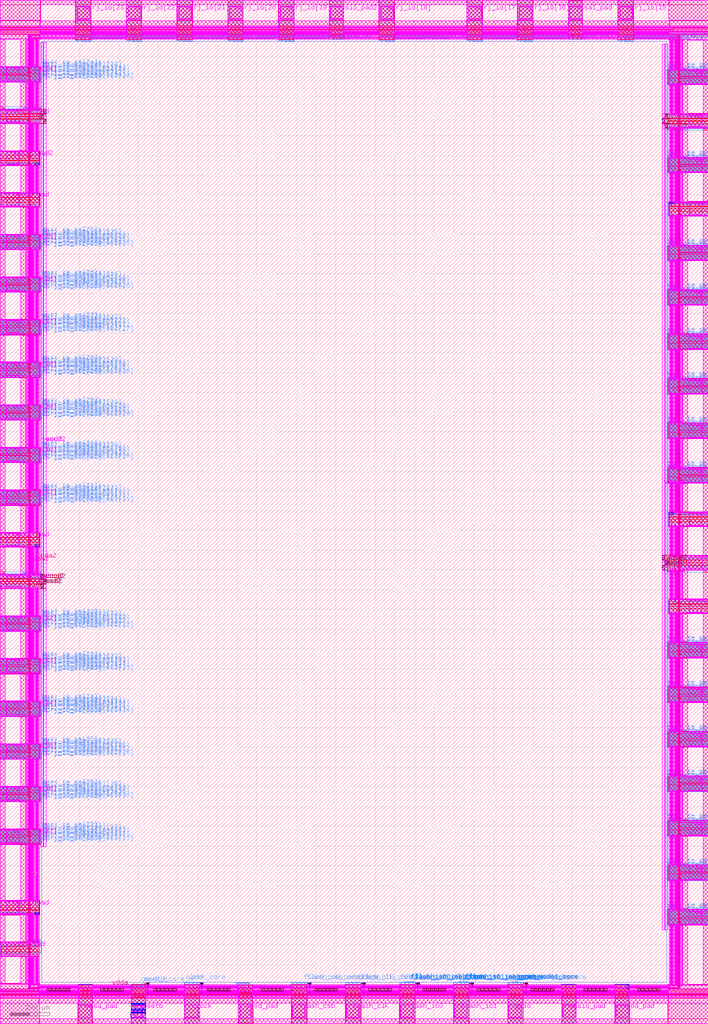
<source format=lef>
VERSION 5.7 ;
  NOWIREEXTENSIONATPIN ON ;
  DIVIDERCHAR "/" ;
  BUSBITCHARS "[]" ;
MACRO chip_io
  CLASS BLOCK ;
  FOREIGN chip_io ;
  ORIGIN 0.000 0.000 ;
  SIZE 3588.000 BY 5188.000 ;
  PIN clock
    DIRECTION INPUT ;
    USE SIGNAL ;
    PORT
      LAYER met5 ;
        RECT 938.200 32.990 1000.800 95.440 ;
    END
  END clock
  PIN clock_core
    DIRECTION OUTPUT TRISTATE ;
    USE SIGNAL ;
    PORT
      LAYER met2 ;
        RECT 936.635 208.565 936.915 210.965 ;
    END
  END clock_core
  PIN por
    DIRECTION INPUT ;
    USE SIGNAL ;
    PORT
      LAYER met2 ;
        RECT 970.215 208.565 970.495 210.965 ;
    END
  END por
  PIN flash_clk
    DIRECTION OUTPUT TRISTATE ;
    USE SIGNAL ;
    PORT
      LAYER met5 ;
        RECT 1755.200 32.990 1817.800 95.440 ;
    END
  END flash_clk
  PIN flash_clk_core
    DIRECTION INPUT ;
    USE SIGNAL ;
    PORT
      LAYER met2 ;
        RECT 1808.835 208.565 1809.115 210.965 ;
    END
  END flash_clk_core
  PIN flash_clk_oeb_core
    DIRECTION INPUT ;
    USE SIGNAL ;
    PORT
      LAYER met2 ;
        RECT 1824.475 208.565 1824.755 210.965 ;
    END
  END flash_clk_oeb_core
  PIN flash_csb
    DIRECTION OUTPUT TRISTATE ;
    USE SIGNAL ;
    PORT
      LAYER met5 ;
        RECT 1481.200 32.990 1543.800 95.440 ;
    END
  END flash_csb
  PIN flash_csb_core
    DIRECTION INPUT ;
    USE SIGNAL ;
    PORT
      LAYER met2 ;
        RECT 1534.835 208.565 1535.115 210.965 ;
    END
  END flash_csb_core
  PIN flash_csb_oeb_core
    DIRECTION INPUT ;
    USE SIGNAL ;
    PORT
      LAYER met2 ;
        RECT 1550.475 208.565 1550.755 210.965 ;
    END
  END flash_csb_oeb_core
  PIN flash_io0
    DIRECTION INOUT ;
    USE SIGNAL ;
    PORT
      LAYER met5 ;
        RECT 2029.200 32.990 2091.800 95.440 ;
    END
  END flash_io0
  PIN flash_io0_di_core
    DIRECTION OUTPUT TRISTATE ;
    USE SIGNAL ;
    PORT
      LAYER met2 ;
        RECT 2027.635 208.565 2027.915 210.965 ;
    END
  END flash_io0_di_core
  PIN flash_io0_do_core
    DIRECTION INPUT ;
    USE SIGNAL ;
    PORT
      LAYER met2 ;
        RECT 2082.835 208.565 2083.115 210.965 ;
    END
  END flash_io0_do_core
  PIN flash_io0_ieb_core
    DIRECTION INPUT ;
    USE SIGNAL ;
    PORT
      LAYER met1 ;
        RECT 2046.150 211.900 2046.470 211.960 ;
        RECT 2061.330 211.900 2061.650 211.960 ;
        RECT 2076.970 211.900 2077.290 211.960 ;
        RECT 2046.150 211.760 2077.290 211.900 ;
        RECT 2046.150 211.700 2046.470 211.760 ;
        RECT 2061.330 211.700 2061.650 211.760 ;
        RECT 2076.970 211.700 2077.290 211.760 ;
      LAYER via ;
        RECT 2046.180 211.700 2046.440 211.960 ;
        RECT 2061.360 211.700 2061.620 211.960 ;
        RECT 2077.000 211.700 2077.260 211.960 ;
      LAYER met2 ;
        RECT 2046.180 211.670 2046.440 211.990 ;
        RECT 2061.360 211.670 2061.620 211.990 ;
        RECT 2077.000 211.670 2077.260 211.990 ;
        RECT 2046.240 210.965 2046.380 211.670 ;
        RECT 2061.420 210.965 2061.560 211.670 ;
        RECT 2077.060 210.965 2077.200 211.670 ;
        RECT 2046.035 209.100 2046.380 210.965 ;
        RECT 2061.215 209.100 2061.560 210.965 ;
        RECT 2076.855 209.100 2077.200 210.965 ;
        RECT 2046.035 208.565 2046.315 209.100 ;
        RECT 2061.215 208.565 2061.495 209.100 ;
        RECT 2076.855 208.565 2077.135 209.100 ;
    END
  END flash_io0_ieb_core
  PIN flash_io0_oeb_core
    DIRECTION INPUT ;
    USE SIGNAL ;
    PORT
      LAYER met1 ;
        RECT 2055.350 212.530 2055.670 212.590 ;
        RECT 2098.590 212.530 2098.910 212.590 ;
        RECT 2055.350 212.390 2098.910 212.530 ;
        RECT 2055.350 212.330 2055.670 212.390 ;
        RECT 2098.590 212.330 2098.910 212.390 ;
      LAYER via ;
        RECT 2055.380 212.330 2055.640 212.590 ;
        RECT 2098.620 212.330 2098.880 212.590 ;
      LAYER met2 ;
        RECT 2055.380 212.300 2055.640 212.620 ;
        RECT 2098.620 212.300 2098.880 212.620 ;
        RECT 2055.440 210.965 2055.580 212.300 ;
        RECT 2098.680 210.965 2098.820 212.300 ;
        RECT 2055.235 209.100 2055.580 210.965 ;
        RECT 2098.475 209.100 2098.820 210.965 ;
        RECT 2055.235 208.565 2055.515 209.100 ;
        RECT 2098.475 208.565 2098.755 209.100 ;
    END
  END flash_io0_oeb_core
  PIN flash_io1
    DIRECTION INOUT ;
    USE SIGNAL ;
    PORT
      LAYER met5 ;
        RECT 2303.200 32.990 2365.800 95.440 ;
    END
  END flash_io1
  PIN flash_io1_di_core
    DIRECTION OUTPUT TRISTATE ;
    USE SIGNAL ;
    PORT
      LAYER met2 ;
        RECT 2301.635 208.565 2301.915 210.965 ;
    END
  END flash_io1_di_core
  PIN flash_io1_do_core
    DIRECTION INPUT ;
    USE SIGNAL ;
    PORT
      LAYER met2 ;
        RECT 2356.835 208.565 2357.115 210.965 ;
    END
  END flash_io1_do_core
  PIN flash_io1_ieb_core
    DIRECTION INPUT ;
    USE SIGNAL ;
    PORT
      LAYER met1 ;
        RECT 2320.020 211.840 2320.340 211.900 ;
        RECT 2335.200 211.840 2335.520 211.900 ;
        RECT 2350.835 211.840 2351.155 211.900 ;
        RECT 2320.020 211.700 2351.155 211.840 ;
        RECT 2320.020 211.640 2320.340 211.700 ;
        RECT 2335.200 211.640 2335.520 211.700 ;
        RECT 2350.835 211.640 2351.155 211.700 ;
      LAYER via ;
        RECT 2320.050 211.640 2320.310 211.900 ;
        RECT 2335.230 211.640 2335.490 211.900 ;
        RECT 2350.865 211.640 2351.125 211.900 ;
      LAYER met2 ;
        RECT 2320.050 210.965 2320.310 211.930 ;
        RECT 2335.230 210.965 2335.490 211.930 ;
        RECT 2350.865 210.965 2351.125 211.930 ;
        RECT 2320.035 208.565 2320.315 210.965 ;
        RECT 2335.215 208.565 2335.495 210.965 ;
        RECT 2350.855 208.565 2351.135 210.965 ;
    END
  END flash_io1_ieb_core
  PIN flash_io1_oeb_core
    DIRECTION INPUT ;
    USE SIGNAL ;
    PORT
      LAYER met1 ;
        RECT 2329.050 212.580 2329.370 212.640 ;
        RECT 2372.290 212.580 2372.610 212.640 ;
        RECT 2329.050 212.440 2372.610 212.580 ;
        RECT 2329.050 212.380 2329.370 212.440 ;
        RECT 2372.290 212.380 2372.610 212.440 ;
      LAYER via ;
        RECT 2329.080 212.380 2329.340 212.640 ;
        RECT 2372.320 212.380 2372.580 212.640 ;
      LAYER met2 ;
        RECT 2329.080 212.350 2329.340 212.670 ;
        RECT 2372.320 212.350 2372.580 212.670 ;
        RECT 2329.140 210.965 2329.280 212.350 ;
        RECT 2372.380 210.965 2372.520 212.350 ;
        RECT 2329.140 209.030 2329.515 210.965 ;
        RECT 2372.380 209.030 2372.755 210.965 ;
        RECT 2329.235 208.565 2329.515 209.030 ;
        RECT 2372.475 208.565 2372.755 209.030 ;
    END
  END flash_io1_oeb_core
  PIN gpio
    DIRECTION INOUT ;
    USE SIGNAL ;
    PORT
      LAYER met5 ;
        RECT 2577.200 32.990 2639.800 95.440 ;
    END
  END gpio
  PIN gpio_in_core
    DIRECTION OUTPUT TRISTATE ;
    USE SIGNAL ;
    PORT
      LAYER met2 ;
        RECT 2575.635 208.565 2575.915 210.965 ;
    END
  END gpio_in_core
  PIN gpio_inenb_core
    DIRECTION INPUT ;
    USE SIGNAL ;
    PORT
      LAYER met2 ;
        RECT 2609.215 208.565 2609.495 210.965 ;
    END
  END gpio_inenb_core
  PIN gpio_mode0_core
    DIRECTION INPUT ;
    USE SIGNAL ;
    PORT
      LAYER met2 ;
        RECT 2603.235 208.565 2603.515 210.965 ;
    END
  END gpio_mode0_core
  PIN gpio_mode1_core
    DIRECTION INPUT ;
    USE SIGNAL ;
    PORT
      LAYER met1 ;
        RECT 2594.010 211.900 2594.330 211.960 ;
        RECT 2624.830 211.900 2625.150 211.960 ;
        RECT 2594.010 211.760 2625.150 211.900 ;
        RECT 2594.010 211.700 2594.330 211.760 ;
        RECT 2624.830 211.700 2625.150 211.760 ;
      LAYER via ;
        RECT 2594.040 211.700 2594.300 211.960 ;
        RECT 2624.860 211.700 2625.120 211.960 ;
      LAYER met2 ;
        RECT 2594.040 211.670 2594.300 211.990 ;
        RECT 2624.860 211.670 2625.120 211.990 ;
        RECT 2594.100 210.965 2594.240 211.670 ;
        RECT 2624.920 210.965 2625.060 211.670 ;
        RECT 2594.035 208.565 2594.315 210.965 ;
        RECT 2624.855 208.565 2625.135 210.965 ;
    END
  END gpio_mode1_core
  PIN gpio_out_core
    DIRECTION INPUT ;
    USE SIGNAL ;
    PORT
      LAYER met2 ;
        RECT 2630.835 208.565 2631.115 210.965 ;
    END
  END gpio_out_core
  PIN gpio_outenb_core
    DIRECTION INPUT ;
    USE SIGNAL ;
    PORT
      LAYER met2 ;
        RECT 2646.475 208.565 2646.755 210.965 ;
    END
  END gpio_outenb_core
  PIN vccd_pad
    DIRECTION INOUT ;
    USE SIGNAL ;
    PORT
      LAYER met5 ;
        RECT 30.835 350.270 98.100 404.670 ;
    END
  END vccd_pad
  PIN vdda_pad
    DIRECTION INOUT ;
    USE SIGNAL ;
    PORT
      LAYER met5 ;
        RECT 3121.110 34.055 3181.950 94.880 ;
    END
  END vdda_pad
  PIN vddio_pad
    DIRECTION INOUT ;
    USE SIGNAL ;
    PORT
      LAYER met5 ;
        RECT 34.055 558.050 94.880 618.890 ;
    END
  END vddio_pad
  PIN vddio_pad2
    DIRECTION INOUT ;
    USE SIGNAL ;
    PORT
      LAYER met5 ;
        RECT 34.055 4356.050 94.880 4416.890 ;
    END
  END vddio_pad2
  PIN vssa_pad
    DIRECTION INOUT ;
    USE SIGNAL ;
    PORT
      LAYER met5 ;
        RECT 401.110 34.055 461.950 94.880 ;
    END
  END vssa_pad
  PIN vssd_pad
    DIRECTION INOUT ;
    USE SIGNAL ;
    PORT
      LAYER met5 ;
        RECT 1216.330 30.835 1270.730 98.100 ;
    END
  END vssd_pad
  PIN vssio_pad
    DIRECTION INOUT ;
    USE SIGNAL ;
    PORT
      LAYER met5 ;
        RECT 2852.110 34.055 2912.950 94.880 ;
    END
  END vssio_pad
  PIN vssio_pad2
    DIRECTION INOUT ;
    USE SIGNAL ;
    PORT
      LAYER met5 ;
        RECT 1674.050 5093.120 1734.890 5153.945 ;
    END
  END vssio_pad2
  PIN mprj_io[0]
    DIRECTION INOUT ;
    USE SIGNAL ;
    PORT
      LAYER met5 ;
        RECT 3492.560 506.200 3555.010 568.800 ;
    END
  END mprj_io[0]
  PIN mprj_io_analog_en[0]
    DIRECTION INPUT ;
    USE SIGNAL ;
    PORT
      LAYER met2 ;
        RECT 3377.035 529.015 3379.435 529.295 ;
    END
  END mprj_io_analog_en[0]
  PIN mprj_io_analog_pol[0]
    DIRECTION INPUT ;
    USE SIGNAL ;
    PORT
      LAYER met2 ;
        RECT 3377.035 535.455 3379.435 535.735 ;
    END
  END mprj_io_analog_pol[0]
  PIN mprj_io_analog_sel[0]
    DIRECTION INPUT ;
    USE SIGNAL ;
    PORT
      LAYER met2 ;
        RECT 3377.035 550.635 3379.435 550.915 ;
    END
  END mprj_io_analog_sel[0]
  PIN mprj_io_dm[0]
    DIRECTION INPUT ;
    USE SIGNAL ;
    PORT
      LAYER met2 ;
        RECT 3377.035 532.235 3379.435 532.515 ;
    END
  END mprj_io_dm[0]
  PIN mprj_io_dm[1]
    DIRECTION INPUT ;
    USE SIGNAL ;
    PORT
      LAYER met2 ;
        RECT 3377.035 523.035 3379.435 523.315 ;
    END
  END mprj_io_dm[1]
  PIN mprj_io_dm[2]
    DIRECTION INPUT ;
    USE SIGNAL ;
    PORT
      LAYER met2 ;
        RECT 3377.035 553.855 3379.435 554.135 ;
    END
  END mprj_io_dm[2]
  PIN mprj_io_holdover[0]
    DIRECTION INPUT ;
    USE SIGNAL ;
    PORT
      LAYER met2 ;
        RECT 3377.035 557.075 3379.435 557.355 ;
    END
  END mprj_io_holdover[0]
  PIN mprj_io_ib_mode_sel[0]
    DIRECTION INPUT ;
    USE SIGNAL ;
    PORT
      LAYER met2 ;
        RECT 3377.035 572.255 3379.435 572.535 ;
    END
  END mprj_io_ib_mode_sel[0]
  PIN mprj_io_inp_dis[0]
    DIRECTION INPUT ;
    USE SIGNAL ;
    PORT
      LAYER met2 ;
        RECT 3377.035 538.215 3379.435 538.495 ;
    END
  END mprj_io_inp_dis[0]
  PIN mprj_io_oeb[0]
    DIRECTION INPUT ;
    USE SIGNAL ;
    PORT
      LAYER met2 ;
        RECT 3377.035 575.475 3379.435 575.755 ;
    END
  END mprj_io_oeb[0]
  PIN mprj_io_out[0]
    DIRECTION INPUT ;
    USE SIGNAL ;
    PORT
      LAYER met2 ;
        RECT 3377.035 559.835 3379.435 560.115 ;
    END
  END mprj_io_out[0]
  PIN mprj_io_slow_sel[0]
    DIRECTION INPUT ;
    USE SIGNAL ;
    PORT
      LAYER met2 ;
        RECT 3377.035 513.835 3379.435 514.115 ;
    END
  END mprj_io_slow_sel[0]
  PIN mprj_io_vtrip_sel[0]
    DIRECTION INPUT ;
    USE SIGNAL ;
    PORT
      LAYER met2 ;
        RECT 3377.035 569.035 3379.435 569.315 ;
    END
  END mprj_io_vtrip_sel[0]
  PIN mprj_io_in[0]
    DIRECTION OUTPUT TRISTATE ;
    USE SIGNAL ;
    PORT
      LAYER met2 ;
        RECT 3377.035 504.635 3379.435 504.915 ;
    END
  END mprj_io_in[0]
  PIN mprj_analog_io[3]
    DIRECTION INOUT ;
    USE SIGNAL ;
    PORT
      LAYER met2 ;
        RECT 3377.035 3433.055 3379.435 3433.335 ;
    END
  END mprj_analog_io[3]
  PIN mprj_io[10]
    DIRECTION INOUT ;
    USE SIGNAL ;
    PORT
      LAYER met5 ;
        RECT 3492.560 3422.200 3555.010 3484.800 ;
    END
  END mprj_io[10]
  PIN mprj_io_analog_en[10]
    DIRECTION INPUT ;
    USE SIGNAL ;
    PORT
      LAYER met2 ;
        RECT 3377.035 3445.015 3379.435 3445.295 ;
    END
  END mprj_io_analog_en[10]
  PIN mprj_io_analog_pol[10]
    DIRECTION INPUT ;
    USE SIGNAL ;
    PORT
      LAYER met2 ;
        RECT 3377.035 3451.455 3379.435 3451.735 ;
    END
  END mprj_io_analog_pol[10]
  PIN mprj_io_analog_sel[10]
    DIRECTION INPUT ;
    USE SIGNAL ;
    PORT
      LAYER met2 ;
        RECT 3377.035 3466.635 3379.435 3466.915 ;
    END
  END mprj_io_analog_sel[10]
  PIN mprj_io_dm[30]
    DIRECTION INPUT ;
    USE SIGNAL ;
    PORT
      LAYER met2 ;
        RECT 3377.035 3448.235 3379.435 3448.515 ;
    END
  END mprj_io_dm[30]
  PIN mprj_io_dm[31]
    DIRECTION INPUT ;
    USE SIGNAL ;
    PORT
      LAYER met2 ;
        RECT 3377.035 3439.035 3379.435 3439.315 ;
    END
  END mprj_io_dm[31]
  PIN mprj_io_dm[32]
    DIRECTION INPUT ;
    USE SIGNAL ;
    PORT
      LAYER met2 ;
        RECT 3377.035 3469.855 3379.435 3470.135 ;
    END
  END mprj_io_dm[32]
  PIN mprj_io_holdover[10]
    DIRECTION INPUT ;
    USE SIGNAL ;
    PORT
      LAYER met2 ;
        RECT 3377.035 3473.075 3379.435 3473.355 ;
    END
  END mprj_io_holdover[10]
  PIN mprj_io_ib_mode_sel[10]
    DIRECTION INPUT ;
    USE SIGNAL ;
    PORT
      LAYER met2 ;
        RECT 3377.035 3488.255 3379.435 3488.535 ;
    END
  END mprj_io_ib_mode_sel[10]
  PIN mprj_io_inp_dis[10]
    DIRECTION INPUT ;
    USE SIGNAL ;
    PORT
      LAYER met2 ;
        RECT 3377.035 3454.215 3379.435 3454.495 ;
    END
  END mprj_io_inp_dis[10]
  PIN mprj_io_oeb[10]
    DIRECTION INPUT ;
    USE SIGNAL ;
    PORT
      LAYER met2 ;
        RECT 3377.035 3491.475 3379.435 3491.755 ;
    END
  END mprj_io_oeb[10]
  PIN mprj_io_out[10]
    DIRECTION INPUT ;
    USE SIGNAL ;
    PORT
      LAYER met2 ;
        RECT 3377.035 3475.835 3379.435 3476.115 ;
    END
  END mprj_io_out[10]
  PIN mprj_io_slow_sel[10]
    DIRECTION INPUT ;
    USE SIGNAL ;
    PORT
      LAYER met2 ;
        RECT 3377.035 3429.835 3379.435 3430.115 ;
    END
  END mprj_io_slow_sel[10]
  PIN mprj_io_vtrip_sel[10]
    DIRECTION INPUT ;
    USE SIGNAL ;
    PORT
      LAYER met2 ;
        RECT 3377.035 3485.035 3379.435 3485.315 ;
    END
  END mprj_io_vtrip_sel[10]
  PIN mprj_io_in[10]
    DIRECTION OUTPUT TRISTATE ;
    USE SIGNAL ;
    PORT
      LAYER met2 ;
        RECT 3377.035 3420.635 3379.435 3420.915 ;
    END
  END mprj_io_in[10]
  PIN mprj_analog_io[4]
    DIRECTION INOUT ;
    USE SIGNAL ;
    PORT
      LAYER met2 ;
        RECT 3377.035 3658.055 3379.435 3658.335 ;
    END
  END mprj_analog_io[4]
  PIN mprj_io[11]
    DIRECTION INOUT ;
    USE SIGNAL ;
    PORT
      LAYER met5 ;
        RECT 3492.560 3647.200 3555.010 3709.800 ;
    END
  END mprj_io[11]
  PIN mprj_io_analog_en[11]
    DIRECTION INPUT ;
    USE SIGNAL ;
    PORT
      LAYER met2 ;
        RECT 3377.035 3670.015 3379.435 3670.295 ;
    END
  END mprj_io_analog_en[11]
  PIN mprj_io_analog_pol[11]
    DIRECTION INPUT ;
    USE SIGNAL ;
    PORT
      LAYER met2 ;
        RECT 3377.035 3676.455 3379.435 3676.735 ;
    END
  END mprj_io_analog_pol[11]
  PIN mprj_io_analog_sel[11]
    DIRECTION INPUT ;
    USE SIGNAL ;
    PORT
      LAYER met2 ;
        RECT 3377.035 3691.635 3379.435 3691.915 ;
    END
  END mprj_io_analog_sel[11]
  PIN mprj_io_dm[33]
    DIRECTION INPUT ;
    USE SIGNAL ;
    PORT
      LAYER met2 ;
        RECT 3377.035 3673.235 3379.435 3673.515 ;
    END
  END mprj_io_dm[33]
  PIN mprj_io_dm[34]
    DIRECTION INPUT ;
    USE SIGNAL ;
    PORT
      LAYER met2 ;
        RECT 3377.035 3664.035 3379.435 3664.315 ;
    END
  END mprj_io_dm[34]
  PIN mprj_io_dm[35]
    DIRECTION INPUT ;
    USE SIGNAL ;
    PORT
      LAYER met2 ;
        RECT 3377.035 3694.855 3379.435 3695.135 ;
    END
  END mprj_io_dm[35]
  PIN mprj_io_holdover[11]
    DIRECTION INPUT ;
    USE SIGNAL ;
    PORT
      LAYER met2 ;
        RECT 3377.035 3698.075 3379.435 3698.355 ;
    END
  END mprj_io_holdover[11]
  PIN mprj_io_ib_mode_sel[11]
    DIRECTION INPUT ;
    USE SIGNAL ;
    PORT
      LAYER met2 ;
        RECT 3377.035 3713.255 3379.435 3713.535 ;
    END
  END mprj_io_ib_mode_sel[11]
  PIN mprj_io_inp_dis[11]
    DIRECTION INPUT ;
    USE SIGNAL ;
    PORT
      LAYER met2 ;
        RECT 3377.035 3679.215 3379.435 3679.495 ;
    END
  END mprj_io_inp_dis[11]
  PIN mprj_io_oeb[11]
    DIRECTION INPUT ;
    USE SIGNAL ;
    PORT
      LAYER met2 ;
        RECT 3377.035 3716.475 3379.435 3716.755 ;
    END
  END mprj_io_oeb[11]
  PIN mprj_io_out[11]
    DIRECTION INPUT ;
    USE SIGNAL ;
    PORT
      LAYER met2 ;
        RECT 3377.035 3700.835 3379.435 3701.115 ;
    END
  END mprj_io_out[11]
  PIN mprj_io_slow_sel[11]
    DIRECTION INPUT ;
    USE SIGNAL ;
    PORT
      LAYER met2 ;
        RECT 3377.035 3654.835 3379.435 3655.115 ;
    END
  END mprj_io_slow_sel[11]
  PIN mprj_io_vtrip_sel[11]
    DIRECTION INPUT ;
    USE SIGNAL ;
    PORT
      LAYER met2 ;
        RECT 3377.035 3710.035 3379.435 3710.315 ;
    END
  END mprj_io_vtrip_sel[11]
  PIN mprj_io_in[11]
    DIRECTION OUTPUT TRISTATE ;
    USE SIGNAL ;
    PORT
      LAYER met2 ;
        RECT 3377.035 3645.635 3379.435 3645.915 ;
    END
  END mprj_io_in[11]
  PIN mprj_analog_io[5]
    DIRECTION INOUT ;
    USE SIGNAL ;
    PORT
      LAYER met2 ;
        RECT 3377.035 3883.055 3379.435 3883.335 ;
    END
  END mprj_analog_io[5]
  PIN mprj_io[12]
    DIRECTION INOUT ;
    USE SIGNAL ;
    PORT
      LAYER met5 ;
        RECT 3492.560 3872.200 3555.010 3934.800 ;
    END
  END mprj_io[12]
  PIN mprj_io_analog_en[12]
    DIRECTION INPUT ;
    USE SIGNAL ;
    PORT
      LAYER met2 ;
        RECT 3377.035 3895.015 3379.435 3895.295 ;
    END
  END mprj_io_analog_en[12]
  PIN mprj_io_analog_pol[12]
    DIRECTION INPUT ;
    USE SIGNAL ;
    PORT
      LAYER met2 ;
        RECT 3377.035 3901.455 3379.435 3901.735 ;
    END
  END mprj_io_analog_pol[12]
  PIN mprj_io_analog_sel[12]
    DIRECTION INPUT ;
    USE SIGNAL ;
    PORT
      LAYER met2 ;
        RECT 3377.035 3916.635 3379.435 3916.915 ;
    END
  END mprj_io_analog_sel[12]
  PIN mprj_io_dm[36]
    DIRECTION INPUT ;
    USE SIGNAL ;
    PORT
      LAYER met2 ;
        RECT 3377.035 3898.235 3379.435 3898.515 ;
    END
  END mprj_io_dm[36]
  PIN mprj_io_dm[37]
    DIRECTION INPUT ;
    USE SIGNAL ;
    PORT
      LAYER met2 ;
        RECT 3377.035 3889.035 3379.435 3889.315 ;
    END
  END mprj_io_dm[37]
  PIN mprj_io_dm[38]
    DIRECTION INPUT ;
    USE SIGNAL ;
    PORT
      LAYER met2 ;
        RECT 3377.035 3919.855 3379.435 3920.135 ;
    END
  END mprj_io_dm[38]
  PIN mprj_io_holdover[12]
    DIRECTION INPUT ;
    USE SIGNAL ;
    PORT
      LAYER met2 ;
        RECT 3377.035 3923.075 3379.435 3923.355 ;
    END
  END mprj_io_holdover[12]
  PIN mprj_io_ib_mode_sel[12]
    DIRECTION INPUT ;
    USE SIGNAL ;
    PORT
      LAYER met2 ;
        RECT 3377.035 3938.255 3379.435 3938.535 ;
    END
  END mprj_io_ib_mode_sel[12]
  PIN mprj_io_inp_dis[12]
    DIRECTION INPUT ;
    USE SIGNAL ;
    PORT
      LAYER met2 ;
        RECT 3377.035 3904.215 3379.435 3904.495 ;
    END
  END mprj_io_inp_dis[12]
  PIN mprj_io_oeb[12]
    DIRECTION INPUT ;
    USE SIGNAL ;
    PORT
      LAYER met2 ;
        RECT 3377.035 3941.475 3379.435 3941.755 ;
    END
  END mprj_io_oeb[12]
  PIN mprj_io_out[12]
    DIRECTION INPUT ;
    USE SIGNAL ;
    PORT
      LAYER met2 ;
        RECT 3377.035 3925.835 3379.435 3926.115 ;
    END
  END mprj_io_out[12]
  PIN mprj_io_slow_sel[12]
    DIRECTION INPUT ;
    USE SIGNAL ;
    PORT
      LAYER met2 ;
        RECT 3377.035 3879.835 3379.435 3880.115 ;
    END
  END mprj_io_slow_sel[12]
  PIN mprj_io_vtrip_sel[12]
    DIRECTION INPUT ;
    USE SIGNAL ;
    PORT
      LAYER met2 ;
        RECT 3377.035 3935.035 3379.435 3935.315 ;
    END
  END mprj_io_vtrip_sel[12]
  PIN mprj_io_in[12]
    DIRECTION OUTPUT TRISTATE ;
    USE SIGNAL ;
    PORT
      LAYER met2 ;
        RECT 3377.035 3870.635 3379.435 3870.915 ;
    END
  END mprj_io_in[12]
  PIN mprj_analog_io[6]
    DIRECTION INOUT ;
    USE SIGNAL ;
    PORT
      LAYER met2 ;
        RECT 3377.035 4329.055 3379.435 4329.335 ;
    END
  END mprj_analog_io[6]
  PIN mprj_io[13]
    DIRECTION INOUT ;
    USE SIGNAL ;
    PORT
      LAYER met5 ;
        RECT 3492.560 4318.200 3555.010 4380.800 ;
    END
  END mprj_io[13]
  PIN mprj_io_analog_en[13]
    DIRECTION INPUT ;
    USE SIGNAL ;
    PORT
      LAYER met2 ;
        RECT 3377.035 4341.015 3379.435 4341.295 ;
    END
  END mprj_io_analog_en[13]
  PIN mprj_io_analog_pol[13]
    DIRECTION INPUT ;
    USE SIGNAL ;
    PORT
      LAYER met2 ;
        RECT 3377.035 4347.455 3379.435 4347.735 ;
    END
  END mprj_io_analog_pol[13]
  PIN mprj_io_analog_sel[13]
    DIRECTION INPUT ;
    USE SIGNAL ;
    PORT
      LAYER met2 ;
        RECT 3377.035 4362.635 3379.435 4362.915 ;
    END
  END mprj_io_analog_sel[13]
  PIN mprj_io_dm[39]
    DIRECTION INPUT ;
    USE SIGNAL ;
    PORT
      LAYER met2 ;
        RECT 3377.035 4344.235 3379.435 4344.515 ;
    END
  END mprj_io_dm[39]
  PIN mprj_io_dm[40]
    DIRECTION INPUT ;
    USE SIGNAL ;
    PORT
      LAYER met2 ;
        RECT 3377.035 4335.035 3379.435 4335.315 ;
    END
  END mprj_io_dm[40]
  PIN mprj_io_dm[41]
    DIRECTION INPUT ;
    USE SIGNAL ;
    PORT
      LAYER met2 ;
        RECT 3377.035 4365.855 3379.435 4366.135 ;
    END
  END mprj_io_dm[41]
  PIN mprj_io_holdover[13]
    DIRECTION INPUT ;
    USE SIGNAL ;
    PORT
      LAYER met2 ;
        RECT 3377.035 4369.075 3379.435 4369.355 ;
    END
  END mprj_io_holdover[13]
  PIN mprj_io_ib_mode_sel[13]
    DIRECTION INPUT ;
    USE SIGNAL ;
    PORT
      LAYER met2 ;
        RECT 3377.035 4384.255 3379.435 4384.535 ;
    END
  END mprj_io_ib_mode_sel[13]
  PIN mprj_io_inp_dis[13]
    DIRECTION INPUT ;
    USE SIGNAL ;
    PORT
      LAYER met2 ;
        RECT 3377.035 4350.215 3379.435 4350.495 ;
    END
  END mprj_io_inp_dis[13]
  PIN mprj_io_oeb[13]
    DIRECTION INPUT ;
    USE SIGNAL ;
    PORT
      LAYER met2 ;
        RECT 3377.035 4387.475 3379.435 4387.755 ;
    END
  END mprj_io_oeb[13]
  PIN mprj_io_out[13]
    DIRECTION INPUT ;
    USE SIGNAL ;
    PORT
      LAYER met2 ;
        RECT 3377.035 4371.835 3379.435 4372.115 ;
    END
  END mprj_io_out[13]
  PIN mprj_io_slow_sel[13]
    DIRECTION INPUT ;
    USE SIGNAL ;
    PORT
      LAYER met2 ;
        RECT 3377.035 4325.835 3379.435 4326.115 ;
    END
  END mprj_io_slow_sel[13]
  PIN mprj_io_vtrip_sel[13]
    DIRECTION INPUT ;
    USE SIGNAL ;
    PORT
      LAYER met2 ;
        RECT 3377.035 4381.035 3379.435 4381.315 ;
    END
  END mprj_io_vtrip_sel[13]
  PIN mprj_io_in[13]
    DIRECTION OUTPUT TRISTATE ;
    USE SIGNAL ;
    PORT
      LAYER met2 ;
        RECT 3377.035 4316.635 3379.435 4316.915 ;
    END
  END mprj_io_in[13]
  PIN mprj_analog_io[7]
    DIRECTION INOUT ;
    USE SIGNAL ;
    PORT
      LAYER met2 ;
        RECT 3377.035 4775.055 3379.435 4775.335 ;
    END
  END mprj_analog_io[7]
  PIN mprj_io[14]
    DIRECTION INOUT ;
    USE SIGNAL ;
    PORT
      LAYER met5 ;
        RECT 3492.560 4764.200 3555.010 4826.800 ;
    END
  END mprj_io[14]
  PIN mprj_io_analog_en[14]
    DIRECTION INPUT ;
    USE SIGNAL ;
    PORT
      LAYER met2 ;
        RECT 3377.035 4787.015 3379.435 4787.295 ;
    END
  END mprj_io_analog_en[14]
  PIN mprj_io_analog_pol[14]
    DIRECTION INPUT ;
    USE SIGNAL ;
    PORT
      LAYER met2 ;
        RECT 3377.035 4793.455 3379.435 4793.735 ;
    END
  END mprj_io_analog_pol[14]
  PIN mprj_io_analog_sel[14]
    DIRECTION INPUT ;
    USE SIGNAL ;
    PORT
      LAYER met2 ;
        RECT 3377.035 4808.635 3379.435 4808.915 ;
    END
  END mprj_io_analog_sel[14]
  PIN mprj_io_dm[42]
    DIRECTION INPUT ;
    USE SIGNAL ;
    PORT
      LAYER met2 ;
        RECT 3377.035 4790.235 3379.435 4790.515 ;
    END
  END mprj_io_dm[42]
  PIN mprj_io_dm[43]
    DIRECTION INPUT ;
    USE SIGNAL ;
    PORT
      LAYER met2 ;
        RECT 3377.035 4781.035 3379.435 4781.315 ;
    END
  END mprj_io_dm[43]
  PIN mprj_io_dm[44]
    DIRECTION INPUT ;
    USE SIGNAL ;
    PORT
      LAYER met2 ;
        RECT 3377.035 4811.855 3379.435 4812.135 ;
    END
  END mprj_io_dm[44]
  PIN mprj_io_holdover[14]
    DIRECTION INPUT ;
    USE SIGNAL ;
    PORT
      LAYER met2 ;
        RECT 3377.035 4815.075 3379.435 4815.355 ;
    END
  END mprj_io_holdover[14]
  PIN mprj_io_ib_mode_sel[14]
    DIRECTION INPUT ;
    USE SIGNAL ;
    PORT
      LAYER met2 ;
        RECT 3377.035 4830.255 3379.435 4830.535 ;
    END
  END mprj_io_ib_mode_sel[14]
  PIN mprj_io_inp_dis[14]
    DIRECTION INPUT ;
    USE SIGNAL ;
    PORT
      LAYER met2 ;
        RECT 3377.035 4796.215 3379.435 4796.495 ;
    END
  END mprj_io_inp_dis[14]
  PIN mprj_io_oeb[14]
    DIRECTION INPUT ;
    USE SIGNAL ;
    PORT
      LAYER met2 ;
        RECT 3377.035 4833.475 3379.435 4833.755 ;
    END
  END mprj_io_oeb[14]
  PIN mprj_io_out[14]
    DIRECTION INPUT ;
    USE SIGNAL ;
    PORT
      LAYER met2 ;
        RECT 3377.035 4817.835 3379.435 4818.115 ;
    END
  END mprj_io_out[14]
  PIN mprj_io_slow_sel[14]
    DIRECTION INPUT ;
    USE SIGNAL ;
    PORT
      LAYER met2 ;
        RECT 3377.035 4771.835 3379.435 4772.115 ;
    END
  END mprj_io_slow_sel[14]
  PIN mprj_io_vtrip_sel[14]
    DIRECTION INPUT ;
    USE SIGNAL ;
    PORT
      LAYER met2 ;
        RECT 3377.035 4827.035 3379.435 4827.315 ;
    END
  END mprj_io_vtrip_sel[14]
  PIN mprj_io_in[14]
    DIRECTION OUTPUT TRISTATE ;
    USE SIGNAL ;
    PORT
      LAYER met2 ;
        RECT 3377.035 4762.635 3379.435 4762.915 ;
    END
  END mprj_io_in[14]
  PIN mprj_analog_io[8]
    DIRECTION INOUT ;
    USE SIGNAL ;
    PORT
      LAYER met2 ;
        RECT 3192.665 4977.035 3192.945 4979.435 ;
    END
  END mprj_analog_io[8]
  PIN mprj_io[15]
    DIRECTION INOUT ;
    USE SIGNAL ;
    PORT
      LAYER met5 ;
        RECT 3141.200 5092.560 3203.800 5155.010 ;
    END
  END mprj_io[15]
  PIN mprj_io_analog_en[15]
    DIRECTION INPUT ;
    USE SIGNAL ;
    PORT
      LAYER met2 ;
        RECT 3180.705 4977.035 3180.985 4979.435 ;
    END
  END mprj_io_analog_en[15]
  PIN mprj_io_analog_pol[15]
    DIRECTION INPUT ;
    USE SIGNAL ;
    PORT
      LAYER met2 ;
        RECT 3174.265 4977.035 3174.545 4979.435 ;
    END
  END mprj_io_analog_pol[15]
  PIN mprj_io_analog_sel[15]
    DIRECTION INPUT ;
    USE SIGNAL ;
    PORT
      LAYER met2 ;
        RECT 3159.085 4977.035 3159.365 4979.435 ;
    END
  END mprj_io_analog_sel[15]
  PIN mprj_io_dm[45]
    DIRECTION INPUT ;
    USE SIGNAL ;
    PORT
      LAYER met2 ;
        RECT 3177.485 4977.035 3177.765 4979.435 ;
    END
  END mprj_io_dm[45]
  PIN mprj_io_dm[46]
    DIRECTION INPUT ;
    USE SIGNAL ;
    PORT
      LAYER met2 ;
        RECT 3186.685 4977.035 3186.965 4979.435 ;
    END
  END mprj_io_dm[46]
  PIN mprj_io_dm[47]
    DIRECTION INPUT ;
    USE SIGNAL ;
    PORT
      LAYER met2 ;
        RECT 3155.865 4977.035 3156.145 4979.435 ;
    END
  END mprj_io_dm[47]
  PIN mprj_io_holdover[15]
    DIRECTION INPUT ;
    USE SIGNAL ;
    PORT
      LAYER met2 ;
        RECT 3152.645 4977.035 3152.925 4979.435 ;
    END
  END mprj_io_holdover[15]
  PIN mprj_io_ib_mode_sel[15]
    DIRECTION INPUT ;
    USE SIGNAL ;
    PORT
      LAYER met2 ;
        RECT 3137.465 4977.035 3137.745 4979.435 ;
    END
  END mprj_io_ib_mode_sel[15]
  PIN mprj_io_inp_dis[15]
    DIRECTION INPUT ;
    USE SIGNAL ;
    PORT
      LAYER met2 ;
        RECT 3171.505 4977.035 3171.785 4979.435 ;
    END
  END mprj_io_inp_dis[15]
  PIN mprj_io_oeb[15]
    DIRECTION INPUT ;
    USE SIGNAL ;
    PORT
      LAYER met2 ;
        RECT 3134.245 4977.035 3134.525 4979.435 ;
    END
  END mprj_io_oeb[15]
  PIN mprj_io_out[15]
    DIRECTION INPUT ;
    USE SIGNAL ;
    PORT
      LAYER met2 ;
        RECT 3149.885 4977.035 3150.165 4979.435 ;
    END
  END mprj_io_out[15]
  PIN mprj_io_slow_sel[15]
    DIRECTION INPUT ;
    USE SIGNAL ;
    PORT
      LAYER met2 ;
        RECT 3195.885 4977.035 3196.165 4979.435 ;
    END
  END mprj_io_slow_sel[15]
  PIN mprj_io_vtrip_sel[15]
    DIRECTION INPUT ;
    USE SIGNAL ;
    PORT
      LAYER met2 ;
        RECT 3140.685 4977.035 3140.965 4979.435 ;
    END
  END mprj_io_vtrip_sel[15]
  PIN mprj_io_in[15]
    DIRECTION OUTPUT TRISTATE ;
    USE SIGNAL ;
    PORT
      LAYER met2 ;
        RECT 3205.085 4977.035 3205.365 4979.435 ;
    END
  END mprj_io_in[15]
  PIN mprj_analog_io[9]
    DIRECTION INOUT ;
    USE SIGNAL ;
    PORT
      LAYER met2 ;
        RECT 2683.665 4977.035 2683.945 4979.435 ;
    END
  END mprj_analog_io[9]
  PIN mprj_io[16]
    DIRECTION INOUT ;
    USE SIGNAL ;
    PORT
      LAYER met5 ;
        RECT 2632.200 5092.560 2694.800 5155.010 ;
    END
  END mprj_io[16]
  PIN mprj_io_analog_en[16]
    DIRECTION INPUT ;
    USE SIGNAL ;
    PORT
      LAYER met2 ;
        RECT 2671.705 4977.035 2671.985 4979.435 ;
    END
  END mprj_io_analog_en[16]
  PIN mprj_io_analog_pol[16]
    DIRECTION INPUT ;
    USE SIGNAL ;
    PORT
      LAYER met2 ;
        RECT 2665.265 4977.035 2665.545 4979.435 ;
    END
  END mprj_io_analog_pol[16]
  PIN mprj_io_analog_sel[16]
    DIRECTION INPUT ;
    USE SIGNAL ;
    PORT
      LAYER met2 ;
        RECT 2650.085 4977.035 2650.365 4979.435 ;
    END
  END mprj_io_analog_sel[16]
  PIN mprj_io_dm[48]
    DIRECTION INPUT ;
    USE SIGNAL ;
    PORT
      LAYER met2 ;
        RECT 2668.485 4977.035 2668.765 4979.435 ;
    END
  END mprj_io_dm[48]
  PIN mprj_io_dm[49]
    DIRECTION INPUT ;
    USE SIGNAL ;
    PORT
      LAYER met2 ;
        RECT 2677.685 4977.035 2677.965 4979.435 ;
    END
  END mprj_io_dm[49]
  PIN mprj_io_dm[50]
    DIRECTION INPUT ;
    USE SIGNAL ;
    PORT
      LAYER met2 ;
        RECT 2646.865 4977.035 2647.145 4979.435 ;
    END
  END mprj_io_dm[50]
  PIN mprj_io_holdover[16]
    DIRECTION INPUT ;
    USE SIGNAL ;
    PORT
      LAYER met2 ;
        RECT 2643.645 4977.035 2643.925 4979.435 ;
    END
  END mprj_io_holdover[16]
  PIN mprj_io_ib_mode_sel[16]
    DIRECTION INPUT ;
    USE SIGNAL ;
    PORT
      LAYER met2 ;
        RECT 2628.465 4977.035 2628.745 4979.435 ;
    END
  END mprj_io_ib_mode_sel[16]
  PIN mprj_io_inp_dis[16]
    DIRECTION INPUT ;
    USE SIGNAL ;
    PORT
      LAYER met2 ;
        RECT 2662.505 4977.035 2662.785 4979.435 ;
    END
  END mprj_io_inp_dis[16]
  PIN mprj_io_oeb[16]
    DIRECTION INPUT ;
    USE SIGNAL ;
    PORT
      LAYER met2 ;
        RECT 2625.245 4977.035 2625.525 4979.435 ;
    END
  END mprj_io_oeb[16]
  PIN mprj_io_out[16]
    DIRECTION INPUT ;
    USE SIGNAL ;
    PORT
      LAYER met2 ;
        RECT 2640.885 4977.035 2641.165 4979.435 ;
    END
  END mprj_io_out[16]
  PIN mprj_io_slow_sel[16]
    DIRECTION INPUT ;
    USE SIGNAL ;
    PORT
      LAYER met2 ;
        RECT 2686.885 4977.035 2687.165 4979.435 ;
    END
  END mprj_io_slow_sel[16]
  PIN mprj_io_vtrip_sel[16]
    DIRECTION INPUT ;
    USE SIGNAL ;
    PORT
      LAYER met2 ;
        RECT 2631.685 4977.035 2631.965 4979.435 ;
    END
  END mprj_io_vtrip_sel[16]
  PIN mprj_io_in[16]
    DIRECTION OUTPUT TRISTATE ;
    USE SIGNAL ;
    PORT
      LAYER met2 ;
        RECT 2696.085 4977.035 2696.365 4979.435 ;
    END
  END mprj_io_in[16]
  PIN mprj_analog_io[10]
    DIRECTION INOUT ;
    USE SIGNAL ;
    PORT
      LAYER met2 ;
        RECT 2426.665 4977.035 2426.945 4979.435 ;
    END
  END mprj_analog_io[10]
  PIN mprj_io[17]
    DIRECTION INOUT ;
    USE SIGNAL ;
    PORT
      LAYER met5 ;
        RECT 2375.200 5092.560 2437.800 5155.010 ;
    END
  END mprj_io[17]
  PIN mprj_io_analog_en[17]
    DIRECTION INPUT ;
    USE SIGNAL ;
    PORT
      LAYER met2 ;
        RECT 2414.705 4977.035 2414.985 4979.435 ;
    END
  END mprj_io_analog_en[17]
  PIN mprj_io_analog_pol[17]
    DIRECTION INPUT ;
    USE SIGNAL ;
    PORT
      LAYER met2 ;
        RECT 2408.265 4977.035 2408.545 4979.435 ;
    END
  END mprj_io_analog_pol[17]
  PIN mprj_io_analog_sel[17]
    DIRECTION INPUT ;
    USE SIGNAL ;
    PORT
      LAYER met2 ;
        RECT 2393.085 4977.035 2393.365 4979.435 ;
    END
  END mprj_io_analog_sel[17]
  PIN mprj_io_dm[51]
    DIRECTION INPUT ;
    USE SIGNAL ;
    PORT
      LAYER met2 ;
        RECT 2411.485 4977.035 2411.765 4979.435 ;
    END
  END mprj_io_dm[51]
  PIN mprj_io_dm[52]
    DIRECTION INPUT ;
    USE SIGNAL ;
    PORT
      LAYER met2 ;
        RECT 2420.685 4977.035 2420.965 4979.435 ;
    END
  END mprj_io_dm[52]
  PIN mprj_io_dm[53]
    DIRECTION INPUT ;
    USE SIGNAL ;
    PORT
      LAYER met2 ;
        RECT 2389.865 4977.035 2390.145 4979.435 ;
    END
  END mprj_io_dm[53]
  PIN mprj_io_holdover[17]
    DIRECTION INPUT ;
    USE SIGNAL ;
    PORT
      LAYER met2 ;
        RECT 2386.645 4977.035 2386.925 4979.435 ;
    END
  END mprj_io_holdover[17]
  PIN mprj_io_ib_mode_sel[17]
    DIRECTION INPUT ;
    USE SIGNAL ;
    PORT
      LAYER met2 ;
        RECT 2371.465 4977.035 2371.745 4979.435 ;
    END
  END mprj_io_ib_mode_sel[17]
  PIN mprj_io_inp_dis[17]
    DIRECTION INPUT ;
    USE SIGNAL ;
    PORT
      LAYER met2 ;
        RECT 2405.505 4977.035 2405.785 4979.435 ;
    END
  END mprj_io_inp_dis[17]
  PIN mprj_io_oeb[17]
    DIRECTION INPUT ;
    USE SIGNAL ;
    PORT
      LAYER met2 ;
        RECT 2368.245 4977.035 2368.525 4979.435 ;
    END
  END mprj_io_oeb[17]
  PIN mprj_io_out[17]
    DIRECTION INPUT ;
    USE SIGNAL ;
    PORT
      LAYER met2 ;
        RECT 2383.885 4977.035 2384.165 4979.435 ;
    END
  END mprj_io_out[17]
  PIN mprj_io_slow_sel[17]
    DIRECTION INPUT ;
    USE SIGNAL ;
    PORT
      LAYER met2 ;
        RECT 2429.885 4977.035 2430.165 4979.435 ;
    END
  END mprj_io_slow_sel[17]
  PIN mprj_io_vtrip_sel[17]
    DIRECTION INPUT ;
    USE SIGNAL ;
    PORT
      LAYER met2 ;
        RECT 2374.685 4977.035 2374.965 4979.435 ;
    END
  END mprj_io_vtrip_sel[17]
  PIN mprj_io_in[17]
    DIRECTION OUTPUT TRISTATE ;
    USE SIGNAL ;
    PORT
      LAYER met2 ;
        RECT 2439.085 4977.035 2439.365 4979.435 ;
    END
  END mprj_io_in[17]
  PIN mprj_analog_io[11]
    DIRECTION INOUT ;
    USE SIGNAL ;
    PORT
      LAYER met2 ;
        RECT 1981.665 4977.035 1981.945 4979.435 ;
    END
  END mprj_analog_io[11]
  PIN mprj_io[18]
    DIRECTION INOUT ;
    USE SIGNAL ;
    PORT
      LAYER met5 ;
        RECT 1930.200 5092.560 1992.800 5155.010 ;
    END
  END mprj_io[18]
  PIN mprj_io_analog_en[18]
    DIRECTION INPUT ;
    USE SIGNAL ;
    PORT
      LAYER met2 ;
        RECT 1969.705 4977.035 1969.985 4979.435 ;
    END
  END mprj_io_analog_en[18]
  PIN mprj_io_analog_pol[18]
    DIRECTION INPUT ;
    USE SIGNAL ;
    PORT
      LAYER met2 ;
        RECT 1963.265 4977.035 1963.545 4979.435 ;
    END
  END mprj_io_analog_pol[18]
  PIN mprj_io_analog_sel[18]
    DIRECTION INPUT ;
    USE SIGNAL ;
    PORT
      LAYER met2 ;
        RECT 1948.085 4977.035 1948.365 4979.435 ;
    END
  END mprj_io_analog_sel[18]
  PIN mprj_io_dm[54]
    DIRECTION INPUT ;
    USE SIGNAL ;
    PORT
      LAYER met2 ;
        RECT 1966.485 4977.035 1966.765 4979.435 ;
    END
  END mprj_io_dm[54]
  PIN mprj_io_dm[55]
    DIRECTION INPUT ;
    USE SIGNAL ;
    PORT
      LAYER met2 ;
        RECT 1975.685 4977.035 1975.965 4979.435 ;
    END
  END mprj_io_dm[55]
  PIN mprj_io_dm[56]
    DIRECTION INPUT ;
    USE SIGNAL ;
    PORT
      LAYER met2 ;
        RECT 1944.865 4977.035 1945.145 4979.435 ;
    END
  END mprj_io_dm[56]
  PIN mprj_io_holdover[18]
    DIRECTION INPUT ;
    USE SIGNAL ;
    PORT
      LAYER met2 ;
        RECT 1941.645 4977.035 1941.925 4979.435 ;
    END
  END mprj_io_holdover[18]
  PIN mprj_io_ib_mode_sel[18]
    DIRECTION INPUT ;
    USE SIGNAL ;
    PORT
      LAYER met2 ;
        RECT 1926.465 4977.035 1926.745 4979.435 ;
    END
  END mprj_io_ib_mode_sel[18]
  PIN mprj_io_inp_dis[18]
    DIRECTION INPUT ;
    USE SIGNAL ;
    PORT
      LAYER met2 ;
        RECT 1960.505 4977.035 1960.785 4979.435 ;
    END
  END mprj_io_inp_dis[18]
  PIN mprj_io_oeb[18]
    DIRECTION INPUT ;
    USE SIGNAL ;
    PORT
      LAYER met2 ;
        RECT 1923.245 4977.035 1923.525 4979.435 ;
    END
  END mprj_io_oeb[18]
  PIN mprj_io_out[18]
    DIRECTION INPUT ;
    USE SIGNAL ;
    PORT
      LAYER met2 ;
        RECT 1938.885 4977.035 1939.165 4979.435 ;
    END
  END mprj_io_out[18]
  PIN mprj_io_slow_sel[18]
    DIRECTION INPUT ;
    USE SIGNAL ;
    PORT
      LAYER met2 ;
        RECT 1984.885 4977.035 1985.165 4979.435 ;
    END
  END mprj_io_slow_sel[18]
  PIN mprj_io_vtrip_sel[18]
    DIRECTION INPUT ;
    USE SIGNAL ;
    PORT
      LAYER met2 ;
        RECT 1929.685 4977.035 1929.965 4979.435 ;
    END
  END mprj_io_vtrip_sel[18]
  PIN mprj_io_in[18]
    DIRECTION OUTPUT TRISTATE ;
    USE SIGNAL ;
    PORT
      LAYER met2 ;
        RECT 1994.085 4977.035 1994.365 4979.435 ;
    END
  END mprj_io_in[18]
  PIN mprj_io[1]
    DIRECTION INOUT ;
    USE SIGNAL ;
    PORT
      LAYER met5 ;
        RECT 3492.560 732.200 3555.010 794.800 ;
    END
  END mprj_io[1]
  PIN mprj_io_analog_en[1]
    DIRECTION INPUT ;
    USE SIGNAL ;
    PORT
      LAYER met2 ;
        RECT 3377.035 755.015 3379.435 755.295 ;
    END
  END mprj_io_analog_en[1]
  PIN mprj_io_analog_pol[1]
    DIRECTION INPUT ;
    USE SIGNAL ;
    PORT
      LAYER met2 ;
        RECT 3377.035 761.455 3379.435 761.735 ;
    END
  END mprj_io_analog_pol[1]
  PIN mprj_io_analog_sel[1]
    DIRECTION INPUT ;
    USE SIGNAL ;
    PORT
      LAYER met2 ;
        RECT 3377.035 776.635 3379.435 776.915 ;
    END
  END mprj_io_analog_sel[1]
  PIN mprj_io_dm[3]
    DIRECTION INPUT ;
    USE SIGNAL ;
    PORT
      LAYER met2 ;
        RECT 3377.035 758.235 3379.435 758.515 ;
    END
  END mprj_io_dm[3]
  PIN mprj_io_dm[4]
    DIRECTION INPUT ;
    USE SIGNAL ;
    PORT
      LAYER met2 ;
        RECT 3377.035 749.035 3379.435 749.315 ;
    END
  END mprj_io_dm[4]
  PIN mprj_io_dm[5]
    DIRECTION INPUT ;
    USE SIGNAL ;
    PORT
      LAYER met2 ;
        RECT 3377.035 779.855 3379.435 780.135 ;
    END
  END mprj_io_dm[5]
  PIN mprj_io_holdover[1]
    DIRECTION INPUT ;
    USE SIGNAL ;
    PORT
      LAYER met2 ;
        RECT 3377.035 783.075 3379.435 783.355 ;
    END
  END mprj_io_holdover[1]
  PIN mprj_io_ib_mode_sel[1]
    DIRECTION INPUT ;
    USE SIGNAL ;
    PORT
      LAYER met2 ;
        RECT 3377.035 798.255 3379.435 798.535 ;
    END
  END mprj_io_ib_mode_sel[1]
  PIN mprj_io_inp_dis[1]
    DIRECTION INPUT ;
    USE SIGNAL ;
    PORT
      LAYER met2 ;
        RECT 3377.035 764.215 3379.435 764.495 ;
    END
  END mprj_io_inp_dis[1]
  PIN mprj_io_oeb[1]
    DIRECTION INPUT ;
    USE SIGNAL ;
    PORT
      LAYER met2 ;
        RECT 3377.035 801.475 3379.435 801.755 ;
    END
  END mprj_io_oeb[1]
  PIN mprj_io_out[1]
    DIRECTION INPUT ;
    USE SIGNAL ;
    PORT
      LAYER met2 ;
        RECT 3377.035 785.835 3379.435 786.115 ;
    END
  END mprj_io_out[1]
  PIN mprj_io_slow_sel[1]
    DIRECTION INPUT ;
    USE SIGNAL ;
    PORT
      LAYER met2 ;
        RECT 3377.035 739.835 3379.435 740.115 ;
    END
  END mprj_io_slow_sel[1]
  PIN mprj_io_vtrip_sel[1]
    DIRECTION INPUT ;
    USE SIGNAL ;
    PORT
      LAYER met2 ;
        RECT 3377.035 795.035 3379.435 795.315 ;
    END
  END mprj_io_vtrip_sel[1]
  PIN mprj_io_in[1]
    DIRECTION OUTPUT TRISTATE ;
    USE SIGNAL ;
    PORT
      LAYER met2 ;
        RECT 3377.035 730.635 3379.435 730.915 ;
    END
  END mprj_io_in[1]
  PIN mprj_io[2]
    DIRECTION INOUT ;
    USE SIGNAL ;
    PORT
      LAYER met5 ;
        RECT 3492.560 957.200 3555.010 1019.800 ;
    END
  END mprj_io[2]
  PIN mprj_io_analog_en[2]
    DIRECTION INPUT ;
    USE SIGNAL ;
    PORT
      LAYER met2 ;
        RECT 3377.035 980.015 3379.435 980.295 ;
    END
  END mprj_io_analog_en[2]
  PIN mprj_io_analog_pol[2]
    DIRECTION INPUT ;
    USE SIGNAL ;
    PORT
      LAYER met2 ;
        RECT 3377.035 986.455 3379.435 986.735 ;
    END
  END mprj_io_analog_pol[2]
  PIN mprj_io_analog_sel[2]
    DIRECTION INPUT ;
    USE SIGNAL ;
    PORT
      LAYER met2 ;
        RECT 3377.035 1001.635 3379.435 1001.915 ;
    END
  END mprj_io_analog_sel[2]
  PIN mprj_io_dm[6]
    DIRECTION INPUT ;
    USE SIGNAL ;
    PORT
      LAYER met2 ;
        RECT 3377.035 983.235 3379.435 983.515 ;
    END
  END mprj_io_dm[6]
  PIN mprj_io_dm[7]
    DIRECTION INPUT ;
    USE SIGNAL ;
    PORT
      LAYER met2 ;
        RECT 3377.035 974.035 3379.435 974.315 ;
    END
  END mprj_io_dm[7]
  PIN mprj_io_dm[8]
    DIRECTION INPUT ;
    USE SIGNAL ;
    PORT
      LAYER met2 ;
        RECT 3377.035 1004.855 3379.435 1005.135 ;
    END
  END mprj_io_dm[8]
  PIN mprj_io_holdover[2]
    DIRECTION INPUT ;
    USE SIGNAL ;
    PORT
      LAYER met2 ;
        RECT 3377.035 1008.075 3379.435 1008.355 ;
    END
  END mprj_io_holdover[2]
  PIN mprj_io_ib_mode_sel[2]
    DIRECTION INPUT ;
    USE SIGNAL ;
    PORT
      LAYER met2 ;
        RECT 3377.035 1023.255 3379.435 1023.535 ;
    END
  END mprj_io_ib_mode_sel[2]
  PIN mprj_io_inp_dis[2]
    DIRECTION INPUT ;
    USE SIGNAL ;
    PORT
      LAYER met2 ;
        RECT 3377.035 989.215 3379.435 989.495 ;
    END
  END mprj_io_inp_dis[2]
  PIN mprj_io_oeb[2]
    DIRECTION INPUT ;
    USE SIGNAL ;
    PORT
      LAYER met2 ;
        RECT 3377.035 1026.475 3379.435 1026.755 ;
    END
  END mprj_io_oeb[2]
  PIN mprj_io_out[2]
    DIRECTION INPUT ;
    USE SIGNAL ;
    PORT
      LAYER met2 ;
        RECT 3377.035 1010.835 3379.435 1011.115 ;
    END
  END mprj_io_out[2]
  PIN mprj_io_slow_sel[2]
    DIRECTION INPUT ;
    USE SIGNAL ;
    PORT
      LAYER met2 ;
        RECT 3377.035 964.835 3379.435 965.115 ;
    END
  END mprj_io_slow_sel[2]
  PIN mprj_io_vtrip_sel[2]
    DIRECTION INPUT ;
    USE SIGNAL ;
    PORT
      LAYER met2 ;
        RECT 3377.035 1020.035 3379.435 1020.315 ;
    END
  END mprj_io_vtrip_sel[2]
  PIN mprj_io_in[2]
    DIRECTION OUTPUT TRISTATE ;
    USE SIGNAL ;
    PORT
      LAYER met2 ;
        RECT 3377.035 955.635 3379.435 955.915 ;
    END
  END mprj_io_in[2]
  PIN mprj_io[3]
    DIRECTION INOUT ;
    USE SIGNAL ;
    PORT
      LAYER met5 ;
        RECT 3492.560 1183.200 3555.010 1245.800 ;
    END
  END mprj_io[3]
  PIN mprj_io_analog_en[3]
    DIRECTION INPUT ;
    USE SIGNAL ;
    PORT
      LAYER met2 ;
        RECT 3377.035 1206.015 3379.435 1206.295 ;
    END
  END mprj_io_analog_en[3]
  PIN mprj_io_analog_pol[3]
    DIRECTION INPUT ;
    USE SIGNAL ;
    PORT
      LAYER met2 ;
        RECT 3377.035 1212.455 3379.435 1212.735 ;
    END
  END mprj_io_analog_pol[3]
  PIN mprj_io_analog_sel[3]
    DIRECTION INPUT ;
    USE SIGNAL ;
    PORT
      LAYER met2 ;
        RECT 3377.035 1227.635 3379.435 1227.915 ;
    END
  END mprj_io_analog_sel[3]
  PIN mprj_io_dm[10]
    DIRECTION INPUT ;
    USE SIGNAL ;
    PORT
      LAYER met2 ;
        RECT 3377.035 1200.035 3379.435 1200.315 ;
    END
  END mprj_io_dm[10]
  PIN mprj_io_dm[11]
    DIRECTION INPUT ;
    USE SIGNAL ;
    PORT
      LAYER met2 ;
        RECT 3377.035 1230.855 3379.435 1231.135 ;
    END
  END mprj_io_dm[11]
  PIN mprj_io_dm[9]
    DIRECTION INPUT ;
    USE SIGNAL ;
    PORT
      LAYER met2 ;
        RECT 3377.035 1209.235 3379.435 1209.515 ;
    END
  END mprj_io_dm[9]
  PIN mprj_io_holdover[3]
    DIRECTION INPUT ;
    USE SIGNAL ;
    PORT
      LAYER met2 ;
        RECT 3377.035 1234.075 3379.435 1234.355 ;
    END
  END mprj_io_holdover[3]
  PIN mprj_io_ib_mode_sel[3]
    DIRECTION INPUT ;
    USE SIGNAL ;
    PORT
      LAYER met2 ;
        RECT 3377.035 1249.255 3379.435 1249.535 ;
    END
  END mprj_io_ib_mode_sel[3]
  PIN mprj_io_inp_dis[3]
    DIRECTION INPUT ;
    USE SIGNAL ;
    PORT
      LAYER met2 ;
        RECT 3377.035 1215.215 3379.435 1215.495 ;
    END
  END mprj_io_inp_dis[3]
  PIN mprj_io_oeb[3]
    DIRECTION INPUT ;
    USE SIGNAL ;
    PORT
      LAYER met2 ;
        RECT 3377.035 1252.475 3379.435 1252.755 ;
    END
  END mprj_io_oeb[3]
  PIN mprj_io_out[3]
    DIRECTION INPUT ;
    USE SIGNAL ;
    PORT
      LAYER met2 ;
        RECT 3377.035 1236.835 3379.435 1237.115 ;
    END
  END mprj_io_out[3]
  PIN mprj_io_slow_sel[3]
    DIRECTION INPUT ;
    USE SIGNAL ;
    PORT
      LAYER met2 ;
        RECT 3377.035 1190.835 3379.435 1191.115 ;
    END
  END mprj_io_slow_sel[3]
  PIN mprj_io_vtrip_sel[3]
    DIRECTION INPUT ;
    USE SIGNAL ;
    PORT
      LAYER met2 ;
        RECT 3377.035 1246.035 3379.435 1246.315 ;
    END
  END mprj_io_vtrip_sel[3]
  PIN mprj_io_in[3]
    DIRECTION OUTPUT TRISTATE ;
    USE SIGNAL ;
    PORT
      LAYER met2 ;
        RECT 3377.035 1181.635 3379.435 1181.915 ;
    END
  END mprj_io_in[3]
  PIN mprj_io[4]
    DIRECTION INOUT ;
    USE SIGNAL ;
    PORT
      LAYER met5 ;
        RECT 3492.560 1408.200 3555.010 1470.800 ;
    END
  END mprj_io[4]
  PIN mprj_io_analog_en[4]
    DIRECTION INPUT ;
    USE SIGNAL ;
    PORT
      LAYER met2 ;
        RECT 3377.035 1431.015 3379.435 1431.295 ;
    END
  END mprj_io_analog_en[4]
  PIN mprj_io_analog_pol[4]
    DIRECTION INPUT ;
    USE SIGNAL ;
    PORT
      LAYER met2 ;
        RECT 3377.035 1437.455 3379.435 1437.735 ;
    END
  END mprj_io_analog_pol[4]
  PIN mprj_io_analog_sel[4]
    DIRECTION INPUT ;
    USE SIGNAL ;
    PORT
      LAYER met2 ;
        RECT 3377.035 1452.635 3379.435 1452.915 ;
    END
  END mprj_io_analog_sel[4]
  PIN mprj_io_dm[12]
    DIRECTION INPUT ;
    USE SIGNAL ;
    PORT
      LAYER met2 ;
        RECT 3377.035 1434.235 3379.435 1434.515 ;
    END
  END mprj_io_dm[12]
  PIN mprj_io_dm[13]
    DIRECTION INPUT ;
    USE SIGNAL ;
    PORT
      LAYER met2 ;
        RECT 3377.035 1425.035 3379.435 1425.315 ;
    END
  END mprj_io_dm[13]
  PIN mprj_io_dm[14]
    DIRECTION INPUT ;
    USE SIGNAL ;
    PORT
      LAYER met2 ;
        RECT 3377.035 1455.855 3379.435 1456.135 ;
    END
  END mprj_io_dm[14]
  PIN mprj_io_holdover[4]
    DIRECTION INPUT ;
    USE SIGNAL ;
    PORT
      LAYER met2 ;
        RECT 3377.035 1459.075 3379.435 1459.355 ;
    END
  END mprj_io_holdover[4]
  PIN mprj_io_ib_mode_sel[4]
    DIRECTION INPUT ;
    USE SIGNAL ;
    PORT
      LAYER met2 ;
        RECT 3377.035 1474.255 3379.435 1474.535 ;
    END
  END mprj_io_ib_mode_sel[4]
  PIN mprj_io_inp_dis[4]
    DIRECTION INPUT ;
    USE SIGNAL ;
    PORT
      LAYER met2 ;
        RECT 3377.035 1440.215 3379.435 1440.495 ;
    END
  END mprj_io_inp_dis[4]
  PIN mprj_io_oeb[4]
    DIRECTION INPUT ;
    USE SIGNAL ;
    PORT
      LAYER met2 ;
        RECT 3377.035 1477.475 3379.435 1477.755 ;
    END
  END mprj_io_oeb[4]
  PIN mprj_io_out[4]
    DIRECTION INPUT ;
    USE SIGNAL ;
    PORT
      LAYER met2 ;
        RECT 3377.035 1461.835 3379.435 1462.115 ;
    END
  END mprj_io_out[4]
  PIN mprj_io_slow_sel[4]
    DIRECTION INPUT ;
    USE SIGNAL ;
    PORT
      LAYER met2 ;
        RECT 3377.035 1415.835 3379.435 1416.115 ;
    END
  END mprj_io_slow_sel[4]
  PIN mprj_io_vtrip_sel[4]
    DIRECTION INPUT ;
    USE SIGNAL ;
    PORT
      LAYER met2 ;
        RECT 3377.035 1471.035 3379.435 1471.315 ;
    END
  END mprj_io_vtrip_sel[4]
  PIN mprj_io_in[4]
    DIRECTION OUTPUT TRISTATE ;
    USE SIGNAL ;
    PORT
      LAYER met2 ;
        RECT 3377.035 1406.635 3379.435 1406.915 ;
    END
  END mprj_io_in[4]
  PIN mprj_io[5]
    DIRECTION INOUT ;
    USE SIGNAL ;
    PORT
      LAYER met5 ;
        RECT 3492.560 1633.200 3555.010 1695.800 ;
    END
  END mprj_io[5]
  PIN mprj_io_analog_en[5]
    DIRECTION INPUT ;
    USE SIGNAL ;
    PORT
      LAYER met2 ;
        RECT 3377.035 1656.015 3379.435 1656.295 ;
    END
  END mprj_io_analog_en[5]
  PIN mprj_io_analog_pol[5]
    DIRECTION INPUT ;
    USE SIGNAL ;
    PORT
      LAYER met2 ;
        RECT 3377.035 1662.455 3379.435 1662.735 ;
    END
  END mprj_io_analog_pol[5]
  PIN mprj_io_analog_sel[5]
    DIRECTION INPUT ;
    USE SIGNAL ;
    PORT
      LAYER met2 ;
        RECT 3377.035 1677.635 3379.435 1677.915 ;
    END
  END mprj_io_analog_sel[5]
  PIN mprj_io_dm[15]
    DIRECTION INPUT ;
    USE SIGNAL ;
    PORT
      LAYER met2 ;
        RECT 3377.035 1659.235 3379.435 1659.515 ;
    END
  END mprj_io_dm[15]
  PIN mprj_io_dm[16]
    DIRECTION INPUT ;
    USE SIGNAL ;
    PORT
      LAYER met2 ;
        RECT 3377.035 1650.035 3379.435 1650.315 ;
    END
  END mprj_io_dm[16]
  PIN mprj_io_dm[17]
    DIRECTION INPUT ;
    USE SIGNAL ;
    PORT
      LAYER met2 ;
        RECT 3377.035 1680.855 3379.435 1681.135 ;
    END
  END mprj_io_dm[17]
  PIN mprj_io_holdover[5]
    DIRECTION INPUT ;
    USE SIGNAL ;
    PORT
      LAYER met2 ;
        RECT 3377.035 1684.075 3379.435 1684.355 ;
    END
  END mprj_io_holdover[5]
  PIN mprj_io_ib_mode_sel[5]
    DIRECTION INPUT ;
    USE SIGNAL ;
    PORT
      LAYER met2 ;
        RECT 3377.035 1699.255 3379.435 1699.535 ;
    END
  END mprj_io_ib_mode_sel[5]
  PIN mprj_io_inp_dis[5]
    DIRECTION INPUT ;
    USE SIGNAL ;
    PORT
      LAYER met2 ;
        RECT 3377.035 1665.215 3379.435 1665.495 ;
    END
  END mprj_io_inp_dis[5]
  PIN mprj_io_oeb[5]
    DIRECTION INPUT ;
    USE SIGNAL ;
    PORT
      LAYER met2 ;
        RECT 3377.035 1702.475 3379.435 1702.755 ;
    END
  END mprj_io_oeb[5]
  PIN mprj_io_out[5]
    DIRECTION INPUT ;
    USE SIGNAL ;
    PORT
      LAYER met2 ;
        RECT 3377.035 1686.835 3379.435 1687.115 ;
    END
  END mprj_io_out[5]
  PIN mprj_io_slow_sel[5]
    DIRECTION INPUT ;
    USE SIGNAL ;
    PORT
      LAYER met2 ;
        RECT 3377.035 1640.835 3379.435 1641.115 ;
    END
  END mprj_io_slow_sel[5]
  PIN mprj_io_vtrip_sel[5]
    DIRECTION INPUT ;
    USE SIGNAL ;
    PORT
      LAYER met2 ;
        RECT 3377.035 1696.035 3379.435 1696.315 ;
    END
  END mprj_io_vtrip_sel[5]
  PIN mprj_io_in[5]
    DIRECTION OUTPUT TRISTATE ;
    USE SIGNAL ;
    PORT
      LAYER met2 ;
        RECT 3377.035 1631.635 3379.435 1631.915 ;
    END
  END mprj_io_in[5]
  PIN mprj_io[6]
    DIRECTION INOUT ;
    USE SIGNAL ;
    PORT
      LAYER met5 ;
        RECT 3492.560 1859.200 3555.010 1921.800 ;
    END
  END mprj_io[6]
  PIN mprj_io_analog_en[6]
    DIRECTION INPUT ;
    USE SIGNAL ;
    PORT
      LAYER met2 ;
        RECT 3377.035 1882.015 3379.435 1882.295 ;
    END
  END mprj_io_analog_en[6]
  PIN mprj_io_analog_pol[6]
    DIRECTION INPUT ;
    USE SIGNAL ;
    PORT
      LAYER met2 ;
        RECT 3377.035 1888.455 3379.435 1888.735 ;
    END
  END mprj_io_analog_pol[6]
  PIN mprj_io_analog_sel[6]
    DIRECTION INPUT ;
    USE SIGNAL ;
    PORT
      LAYER met2 ;
        RECT 3377.035 1903.635 3379.435 1903.915 ;
    END
  END mprj_io_analog_sel[6]
  PIN mprj_io_dm[18]
    DIRECTION INPUT ;
    USE SIGNAL ;
    PORT
      LAYER met2 ;
        RECT 3377.035 1885.235 3379.435 1885.515 ;
    END
  END mprj_io_dm[18]
  PIN mprj_io_dm[19]
    DIRECTION INPUT ;
    USE SIGNAL ;
    PORT
      LAYER met2 ;
        RECT 3377.035 1876.035 3379.435 1876.315 ;
    END
  END mprj_io_dm[19]
  PIN mprj_io_dm[20]
    DIRECTION INPUT ;
    USE SIGNAL ;
    PORT
      LAYER met2 ;
        RECT 3377.035 1906.855 3379.435 1907.135 ;
    END
  END mprj_io_dm[20]
  PIN mprj_io_holdover[6]
    DIRECTION INPUT ;
    USE SIGNAL ;
    PORT
      LAYER met2 ;
        RECT 3377.035 1910.075 3379.435 1910.355 ;
    END
  END mprj_io_holdover[6]
  PIN mprj_io_ib_mode_sel[6]
    DIRECTION INPUT ;
    USE SIGNAL ;
    PORT
      LAYER met2 ;
        RECT 3377.035 1925.255 3379.435 1925.535 ;
    END
  END mprj_io_ib_mode_sel[6]
  PIN mprj_io_inp_dis[6]
    DIRECTION INPUT ;
    USE SIGNAL ;
    PORT
      LAYER met2 ;
        RECT 3377.035 1891.215 3379.435 1891.495 ;
    END
  END mprj_io_inp_dis[6]
  PIN mprj_io_oeb[6]
    DIRECTION INPUT ;
    USE SIGNAL ;
    PORT
      LAYER met2 ;
        RECT 3377.035 1928.475 3379.435 1928.755 ;
    END
  END mprj_io_oeb[6]
  PIN mprj_io_out[6]
    DIRECTION INPUT ;
    USE SIGNAL ;
    PORT
      LAYER met2 ;
        RECT 3377.035 1912.835 3379.435 1913.115 ;
    END
  END mprj_io_out[6]
  PIN mprj_io_slow_sel[6]
    DIRECTION INPUT ;
    USE SIGNAL ;
    PORT
      LAYER met2 ;
        RECT 3377.035 1866.835 3379.435 1867.115 ;
    END
  END mprj_io_slow_sel[6]
  PIN mprj_io_vtrip_sel[6]
    DIRECTION INPUT ;
    USE SIGNAL ;
    PORT
      LAYER met2 ;
        RECT 3377.035 1922.035 3379.435 1922.315 ;
    END
  END mprj_io_vtrip_sel[6]
  PIN mprj_io_in[6]
    DIRECTION OUTPUT TRISTATE ;
    USE SIGNAL ;
    PORT
      LAYER met2 ;
        RECT 3377.035 1857.635 3379.435 1857.915 ;
    END
  END mprj_io_in[6]
  PIN mprj_analog_io[0]
    DIRECTION INOUT ;
    USE SIGNAL ;
    PORT
      LAYER met2 ;
        RECT 3377.035 2756.055 3379.435 2756.335 ;
    END
  END mprj_analog_io[0]
  PIN mprj_io[7]
    DIRECTION INOUT ;
    USE SIGNAL ;
    PORT
      LAYER met5 ;
        RECT 3492.560 2745.200 3555.010 2807.800 ;
    END
  END mprj_io[7]
  PIN mprj_io_analog_en[7]
    DIRECTION INPUT ;
    USE SIGNAL ;
    PORT
      LAYER met2 ;
        RECT 3377.035 2768.015 3379.435 2768.295 ;
    END
  END mprj_io_analog_en[7]
  PIN mprj_io_analog_pol[7]
    DIRECTION INPUT ;
    USE SIGNAL ;
    PORT
      LAYER met2 ;
        RECT 3377.035 2774.455 3379.435 2774.735 ;
    END
  END mprj_io_analog_pol[7]
  PIN mprj_io_analog_sel[7]
    DIRECTION INPUT ;
    USE SIGNAL ;
    PORT
      LAYER met2 ;
        RECT 3377.035 2789.635 3379.435 2789.915 ;
    END
  END mprj_io_analog_sel[7]
  PIN mprj_io_dm[21]
    DIRECTION INPUT ;
    USE SIGNAL ;
    PORT
      LAYER met2 ;
        RECT 3377.035 2771.235 3379.435 2771.515 ;
    END
  END mprj_io_dm[21]
  PIN mprj_io_dm[22]
    DIRECTION INPUT ;
    USE SIGNAL ;
    PORT
      LAYER met2 ;
        RECT 3377.035 2762.035 3379.435 2762.315 ;
    END
  END mprj_io_dm[22]
  PIN mprj_io_dm[23]
    DIRECTION INPUT ;
    USE SIGNAL ;
    PORT
      LAYER met2 ;
        RECT 3377.035 2792.855 3379.435 2793.135 ;
    END
  END mprj_io_dm[23]
  PIN mprj_io_holdover[7]
    DIRECTION INPUT ;
    USE SIGNAL ;
    PORT
      LAYER met2 ;
        RECT 3377.035 2796.075 3379.435 2796.355 ;
    END
  END mprj_io_holdover[7]
  PIN mprj_io_ib_mode_sel[7]
    DIRECTION INPUT ;
    USE SIGNAL ;
    PORT
      LAYER met2 ;
        RECT 3377.035 2811.255 3379.435 2811.535 ;
    END
  END mprj_io_ib_mode_sel[7]
  PIN mprj_io_inp_dis[7]
    DIRECTION INPUT ;
    USE SIGNAL ;
    PORT
      LAYER met2 ;
        RECT 3377.035 2777.215 3379.435 2777.495 ;
    END
  END mprj_io_inp_dis[7]
  PIN mprj_io_oeb[7]
    DIRECTION INPUT ;
    USE SIGNAL ;
    PORT
      LAYER met2 ;
        RECT 3377.035 2814.475 3379.435 2814.755 ;
    END
  END mprj_io_oeb[7]
  PIN mprj_io_out[7]
    DIRECTION INPUT ;
    USE SIGNAL ;
    PORT
      LAYER met2 ;
        RECT 3377.035 2798.835 3379.435 2799.115 ;
    END
  END mprj_io_out[7]
  PIN mprj_io_slow_sel[7]
    DIRECTION INPUT ;
    USE SIGNAL ;
    PORT
      LAYER met2 ;
        RECT 3377.035 2752.835 3379.435 2753.115 ;
    END
  END mprj_io_slow_sel[7]
  PIN mprj_io_vtrip_sel[7]
    DIRECTION INPUT ;
    USE SIGNAL ;
    PORT
      LAYER met2 ;
        RECT 3377.035 2808.035 3379.435 2808.315 ;
    END
  END mprj_io_vtrip_sel[7]
  PIN mprj_io_in[7]
    DIRECTION OUTPUT TRISTATE ;
    USE SIGNAL ;
    PORT
      LAYER met2 ;
        RECT 3377.035 2743.635 3379.435 2743.915 ;
    END
  END mprj_io_in[7]
  PIN mprj_analog_io[1]
    DIRECTION INOUT ;
    USE SIGNAL ;
    PORT
      LAYER met2 ;
        RECT 3377.035 2982.055 3379.435 2982.335 ;
    END
  END mprj_analog_io[1]
  PIN mprj_io[8]
    DIRECTION INOUT ;
    USE SIGNAL ;
    PORT
      LAYER met5 ;
        RECT 3492.560 2971.200 3555.010 3033.800 ;
    END
  END mprj_io[8]
  PIN mprj_io_analog_en[8]
    DIRECTION INPUT ;
    USE SIGNAL ;
    PORT
      LAYER met2 ;
        RECT 3377.035 2994.015 3379.435 2994.295 ;
    END
  END mprj_io_analog_en[8]
  PIN mprj_io_analog_pol[8]
    DIRECTION INPUT ;
    USE SIGNAL ;
    PORT
      LAYER met2 ;
        RECT 3377.035 3000.455 3379.435 3000.735 ;
    END
  END mprj_io_analog_pol[8]
  PIN mprj_io_analog_sel[8]
    DIRECTION INPUT ;
    USE SIGNAL ;
    PORT
      LAYER met2 ;
        RECT 3377.035 3015.635 3379.435 3015.915 ;
    END
  END mprj_io_analog_sel[8]
  PIN mprj_io_dm[24]
    DIRECTION INPUT ;
    USE SIGNAL ;
    PORT
      LAYER met2 ;
        RECT 3377.035 2997.235 3379.435 2997.515 ;
    END
  END mprj_io_dm[24]
  PIN mprj_io_dm[25]
    DIRECTION INPUT ;
    USE SIGNAL ;
    PORT
      LAYER met2 ;
        RECT 3377.035 2988.035 3379.435 2988.315 ;
    END
  END mprj_io_dm[25]
  PIN mprj_io_dm[26]
    DIRECTION INPUT ;
    USE SIGNAL ;
    PORT
      LAYER met2 ;
        RECT 3377.035 3018.855 3379.435 3019.135 ;
    END
  END mprj_io_dm[26]
  PIN mprj_io_holdover[8]
    DIRECTION INPUT ;
    USE SIGNAL ;
    PORT
      LAYER met2 ;
        RECT 3377.035 3022.075 3379.435 3022.355 ;
    END
  END mprj_io_holdover[8]
  PIN mprj_io_ib_mode_sel[8]
    DIRECTION INPUT ;
    USE SIGNAL ;
    PORT
      LAYER met2 ;
        RECT 3377.035 3037.255 3379.435 3037.535 ;
    END
  END mprj_io_ib_mode_sel[8]
  PIN mprj_io_inp_dis[8]
    DIRECTION INPUT ;
    USE SIGNAL ;
    PORT
      LAYER met2 ;
        RECT 3377.035 3003.215 3379.435 3003.495 ;
    END
  END mprj_io_inp_dis[8]
  PIN mprj_io_oeb[8]
    DIRECTION INPUT ;
    USE SIGNAL ;
    PORT
      LAYER met2 ;
        RECT 3377.035 3040.475 3379.435 3040.755 ;
    END
  END mprj_io_oeb[8]
  PIN mprj_io_out[8]
    DIRECTION INPUT ;
    USE SIGNAL ;
    PORT
      LAYER met2 ;
        RECT 3377.035 3024.835 3379.435 3025.115 ;
    END
  END mprj_io_out[8]
  PIN mprj_io_slow_sel[8]
    DIRECTION INPUT ;
    USE SIGNAL ;
    PORT
      LAYER met2 ;
        RECT 3377.035 2978.835 3379.435 2979.115 ;
    END
  END mprj_io_slow_sel[8]
  PIN mprj_io_vtrip_sel[8]
    DIRECTION INPUT ;
    USE SIGNAL ;
    PORT
      LAYER met2 ;
        RECT 3377.035 3034.035 3379.435 3034.315 ;
    END
  END mprj_io_vtrip_sel[8]
  PIN mprj_io_in[8]
    DIRECTION OUTPUT TRISTATE ;
    USE SIGNAL ;
    PORT
      LAYER met2 ;
        RECT 3377.035 2969.635 3379.435 2969.915 ;
    END
  END mprj_io_in[8]
  PIN mprj_analog_io[2]
    DIRECTION INOUT ;
    USE SIGNAL ;
    PORT
      LAYER met2 ;
        RECT 3377.035 3207.055 3379.435 3207.335 ;
    END
  END mprj_analog_io[2]
  PIN mprj_io[9]
    DIRECTION INOUT ;
    USE SIGNAL ;
    PORT
      LAYER met5 ;
        RECT 3492.560 3196.200 3555.010 3258.800 ;
    END
  END mprj_io[9]
  PIN mprj_io_analog_en[9]
    DIRECTION INPUT ;
    USE SIGNAL ;
    PORT
      LAYER met2 ;
        RECT 3377.035 3219.015 3379.435 3219.295 ;
    END
  END mprj_io_analog_en[9]
  PIN mprj_io_analog_pol[9]
    DIRECTION INPUT ;
    USE SIGNAL ;
    PORT
      LAYER met2 ;
        RECT 3377.035 3225.455 3379.435 3225.735 ;
    END
  END mprj_io_analog_pol[9]
  PIN mprj_io_analog_sel[9]
    DIRECTION INPUT ;
    USE SIGNAL ;
    PORT
      LAYER met2 ;
        RECT 3377.035 3240.635 3379.435 3240.915 ;
    END
  END mprj_io_analog_sel[9]
  PIN mprj_io_dm[27]
    DIRECTION INPUT ;
    USE SIGNAL ;
    PORT
      LAYER met2 ;
        RECT 3377.035 3222.235 3379.435 3222.515 ;
    END
  END mprj_io_dm[27]
  PIN mprj_io_dm[28]
    DIRECTION INPUT ;
    USE SIGNAL ;
    PORT
      LAYER met2 ;
        RECT 3377.035 3213.035 3379.435 3213.315 ;
    END
  END mprj_io_dm[28]
  PIN mprj_io_dm[29]
    DIRECTION INPUT ;
    USE SIGNAL ;
    PORT
      LAYER met2 ;
        RECT 3377.035 3243.855 3379.435 3244.135 ;
    END
  END mprj_io_dm[29]
  PIN mprj_io_holdover[9]
    DIRECTION INPUT ;
    USE SIGNAL ;
    PORT
      LAYER met2 ;
        RECT 3377.035 3247.075 3379.435 3247.355 ;
    END
  END mprj_io_holdover[9]
  PIN mprj_io_ib_mode_sel[9]
    DIRECTION INPUT ;
    USE SIGNAL ;
    PORT
      LAYER met2 ;
        RECT 3377.035 3262.255 3379.435 3262.535 ;
    END
  END mprj_io_ib_mode_sel[9]
  PIN mprj_io_inp_dis[9]
    DIRECTION INPUT ;
    USE SIGNAL ;
    PORT
      LAYER met2 ;
        RECT 3377.035 3228.215 3379.435 3228.495 ;
    END
  END mprj_io_inp_dis[9]
  PIN mprj_io_oeb[9]
    DIRECTION INPUT ;
    USE SIGNAL ;
    PORT
      LAYER met2 ;
        RECT 3377.035 3265.475 3379.435 3265.755 ;
    END
  END mprj_io_oeb[9]
  PIN mprj_io_out[9]
    DIRECTION INPUT ;
    USE SIGNAL ;
    PORT
      LAYER met2 ;
        RECT 3377.035 3249.835 3379.435 3250.115 ;
    END
  END mprj_io_out[9]
  PIN mprj_io_slow_sel[9]
    DIRECTION INPUT ;
    USE SIGNAL ;
    PORT
      LAYER met2 ;
        RECT 3377.035 3203.835 3379.435 3204.115 ;
    END
  END mprj_io_slow_sel[9]
  PIN mprj_io_vtrip_sel[9]
    DIRECTION INPUT ;
    USE SIGNAL ;
    PORT
      LAYER met2 ;
        RECT 3377.035 3259.035 3379.435 3259.315 ;
    END
  END mprj_io_vtrip_sel[9]
  PIN mprj_io_in[9]
    DIRECTION OUTPUT TRISTATE ;
    USE SIGNAL ;
    PORT
      LAYER met2 ;
        RECT 3377.035 3194.635 3379.435 3194.915 ;
    END
  END mprj_io_in[9]
  PIN mprj_analog_io[12]
    DIRECTION INOUT ;
    USE SIGNAL ;
    PORT
      LAYER met2 ;
        RECT 1472.665 4977.035 1472.945 4979.435 ;
    END
  END mprj_analog_io[12]
  PIN mprj_io[19]
    DIRECTION INOUT ;
    USE SIGNAL ;
    PORT
      LAYER met5 ;
        RECT 1421.200 5092.560 1483.800 5155.010 ;
    END
  END mprj_io[19]
  PIN mprj_io_analog_en[19]
    DIRECTION INPUT ;
    USE SIGNAL ;
    PORT
      LAYER met2 ;
        RECT 1460.705 4977.035 1460.985 4979.435 ;
    END
  END mprj_io_analog_en[19]
  PIN mprj_io_analog_pol[19]
    DIRECTION INPUT ;
    USE SIGNAL ;
    PORT
      LAYER met2 ;
        RECT 1454.265 4977.035 1454.545 4979.435 ;
    END
  END mprj_io_analog_pol[19]
  PIN mprj_io_analog_sel[19]
    DIRECTION INPUT ;
    USE SIGNAL ;
    PORT
      LAYER met2 ;
        RECT 1439.085 4977.035 1439.365 4979.435 ;
    END
  END mprj_io_analog_sel[19]
  PIN mprj_io_dm[57]
    DIRECTION INPUT ;
    USE SIGNAL ;
    PORT
      LAYER met2 ;
        RECT 1457.485 4977.035 1457.765 4979.435 ;
    END
  END mprj_io_dm[57]
  PIN mprj_io_dm[58]
    DIRECTION INPUT ;
    USE SIGNAL ;
    PORT
      LAYER met2 ;
        RECT 1466.685 4977.035 1466.965 4979.435 ;
    END
  END mprj_io_dm[58]
  PIN mprj_io_dm[59]
    DIRECTION INPUT ;
    USE SIGNAL ;
    PORT
      LAYER met2 ;
        RECT 1435.865 4977.035 1436.145 4979.435 ;
    END
  END mprj_io_dm[59]
  PIN mprj_io_holdover[19]
    DIRECTION INPUT ;
    USE SIGNAL ;
    PORT
      LAYER met2 ;
        RECT 1432.645 4977.035 1432.925 4979.435 ;
    END
  END mprj_io_holdover[19]
  PIN mprj_io_ib_mode_sel[19]
    DIRECTION INPUT ;
    USE SIGNAL ;
    PORT
      LAYER met2 ;
        RECT 1417.465 4977.035 1417.745 4979.435 ;
    END
  END mprj_io_ib_mode_sel[19]
  PIN mprj_io_inp_dis[19]
    DIRECTION INPUT ;
    USE SIGNAL ;
    PORT
      LAYER met2 ;
        RECT 1451.505 4977.035 1451.785 4979.435 ;
    END
  END mprj_io_inp_dis[19]
  PIN mprj_io_oeb[19]
    DIRECTION INPUT ;
    USE SIGNAL ;
    PORT
      LAYER met2 ;
        RECT 1414.245 4977.035 1414.525 4979.435 ;
    END
  END mprj_io_oeb[19]
  PIN mprj_io_out[19]
    DIRECTION INPUT ;
    USE SIGNAL ;
    PORT
      LAYER met2 ;
        RECT 1429.885 4977.035 1430.165 4979.435 ;
    END
  END mprj_io_out[19]
  PIN mprj_io_slow_sel[19]
    DIRECTION INPUT ;
    USE SIGNAL ;
    PORT
      LAYER met2 ;
        RECT 1475.885 4977.035 1476.165 4979.435 ;
    END
  END mprj_io_slow_sel[19]
  PIN mprj_io_vtrip_sel[19]
    DIRECTION INPUT ;
    USE SIGNAL ;
    PORT
      LAYER met2 ;
        RECT 1420.685 4977.035 1420.965 4979.435 ;
    END
  END mprj_io_vtrip_sel[19]
  PIN mprj_io_in[19]
    DIRECTION OUTPUT TRISTATE ;
    USE SIGNAL ;
    PORT
      LAYER met2 ;
        RECT 1485.085 4977.035 1485.365 4979.435 ;
    END
  END mprj_io_in[19]
  PIN mprj_analog_io[22]
    DIRECTION INOUT ;
    USE SIGNAL ;
    PORT
      LAYER met2 ;
        RECT 208.565 3120.665 210.965 3120.945 ;
    END
  END mprj_analog_io[22]
  PIN mprj_io[29]
    DIRECTION INOUT ;
    USE SIGNAL ;
    PORT
      LAYER met5 ;
        RECT 32.990 3069.200 95.440 3131.800 ;
    END
  END mprj_io[29]
  PIN mprj_io_analog_en[29]
    DIRECTION INPUT ;
    USE SIGNAL ;
    PORT
      LAYER met2 ;
        RECT 208.565 3108.705 210.965 3108.985 ;
    END
  END mprj_io_analog_en[29]
  PIN mprj_io_analog_pol[29]
    DIRECTION INPUT ;
    USE SIGNAL ;
    PORT
      LAYER met2 ;
        RECT 208.565 3102.265 210.965 3102.545 ;
    END
  END mprj_io_analog_pol[29]
  PIN mprj_io_analog_sel[29]
    DIRECTION INPUT ;
    USE SIGNAL ;
    PORT
      LAYER met2 ;
        RECT 208.565 3087.085 210.965 3087.365 ;
    END
  END mprj_io_analog_sel[29]
  PIN mprj_io_dm[87]
    DIRECTION INPUT ;
    USE SIGNAL ;
    PORT
      LAYER met2 ;
        RECT 208.565 3105.485 210.965 3105.765 ;
    END
  END mprj_io_dm[87]
  PIN mprj_io_dm[88]
    DIRECTION INPUT ;
    USE SIGNAL ;
    PORT
      LAYER met2 ;
        RECT 208.565 3114.685 210.965 3114.965 ;
    END
  END mprj_io_dm[88]
  PIN mprj_io_dm[89]
    DIRECTION INPUT ;
    USE SIGNAL ;
    PORT
      LAYER met2 ;
        RECT 208.565 3083.865 210.965 3084.145 ;
    END
  END mprj_io_dm[89]
  PIN mprj_io_holdover[29]
    DIRECTION INPUT ;
    USE SIGNAL ;
    PORT
      LAYER met2 ;
        RECT 208.565 3080.645 210.965 3080.925 ;
    END
  END mprj_io_holdover[29]
  PIN mprj_io_ib_mode_sel[29]
    DIRECTION INPUT ;
    USE SIGNAL ;
    PORT
      LAYER met2 ;
        RECT 208.565 3065.465 210.965 3065.745 ;
    END
  END mprj_io_ib_mode_sel[29]
  PIN mprj_io_inp_dis[29]
    DIRECTION INPUT ;
    USE SIGNAL ;
    PORT
      LAYER met2 ;
        RECT 208.565 3099.505 210.965 3099.785 ;
    END
  END mprj_io_inp_dis[29]
  PIN mprj_io_oeb[29]
    DIRECTION INPUT ;
    USE SIGNAL ;
    PORT
      LAYER met2 ;
        RECT 208.565 3062.245 210.965 3062.525 ;
    END
  END mprj_io_oeb[29]
  PIN mprj_io_out[29]
    DIRECTION INPUT ;
    USE SIGNAL ;
    PORT
      LAYER met2 ;
        RECT 208.565 3077.885 210.965 3078.165 ;
    END
  END mprj_io_out[29]
  PIN mprj_io_slow_sel[29]
    DIRECTION INPUT ;
    USE SIGNAL ;
    PORT
      LAYER met2 ;
        RECT 208.565 3123.885 210.965 3124.165 ;
    END
  END mprj_io_slow_sel[29]
  PIN mprj_io_vtrip_sel[29]
    DIRECTION INPUT ;
    USE SIGNAL ;
    PORT
      LAYER met2 ;
        RECT 208.565 3068.685 210.965 3068.965 ;
    END
  END mprj_io_vtrip_sel[29]
  PIN mprj_io_in[29]
    DIRECTION OUTPUT TRISTATE ;
    USE SIGNAL ;
    PORT
      LAYER met2 ;
        RECT 208.565 3133.085 210.965 3133.365 ;
    END
  END mprj_io_in[29]
  PIN mprj_analog_io[23]
    DIRECTION INOUT ;
    USE SIGNAL ;
    PORT
      LAYER met2 ;
        RECT 208.565 2904.665 210.965 2904.945 ;
    END
  END mprj_analog_io[23]
  PIN mprj_io[30]
    DIRECTION INOUT ;
    USE SIGNAL ;
    PORT
      LAYER met5 ;
        RECT 32.990 2853.200 95.440 2915.800 ;
    END
  END mprj_io[30]
  PIN mprj_io_analog_en[30]
    DIRECTION INPUT ;
    USE SIGNAL ;
    PORT
      LAYER met2 ;
        RECT 208.565 2892.705 210.965 2892.985 ;
    END
  END mprj_io_analog_en[30]
  PIN mprj_io_analog_pol[30]
    DIRECTION INPUT ;
    USE SIGNAL ;
    PORT
      LAYER met2 ;
        RECT 208.565 2886.265 210.965 2886.545 ;
    END
  END mprj_io_analog_pol[30]
  PIN mprj_io_analog_sel[30]
    DIRECTION INPUT ;
    USE SIGNAL ;
    PORT
      LAYER met2 ;
        RECT 208.565 2871.085 210.965 2871.365 ;
    END
  END mprj_io_analog_sel[30]
  PIN mprj_io_dm[90]
    DIRECTION INPUT ;
    USE SIGNAL ;
    PORT
      LAYER met2 ;
        RECT 208.565 2889.485 210.965 2889.765 ;
    END
  END mprj_io_dm[90]
  PIN mprj_io_dm[91]
    DIRECTION INPUT ;
    USE SIGNAL ;
    PORT
      LAYER met2 ;
        RECT 208.565 2898.685 210.965 2898.965 ;
    END
  END mprj_io_dm[91]
  PIN mprj_io_dm[92]
    DIRECTION INPUT ;
    USE SIGNAL ;
    PORT
      LAYER met2 ;
        RECT 208.565 2867.865 210.965 2868.145 ;
    END
  END mprj_io_dm[92]
  PIN mprj_io_holdover[30]
    DIRECTION INPUT ;
    USE SIGNAL ;
    PORT
      LAYER met2 ;
        RECT 208.565 2864.645 210.965 2864.925 ;
    END
  END mprj_io_holdover[30]
  PIN mprj_io_ib_mode_sel[30]
    DIRECTION INPUT ;
    USE SIGNAL ;
    PORT
      LAYER met2 ;
        RECT 208.565 2849.465 210.965 2849.745 ;
    END
  END mprj_io_ib_mode_sel[30]
  PIN mprj_io_inp_dis[30]
    DIRECTION INPUT ;
    USE SIGNAL ;
    PORT
      LAYER met2 ;
        RECT 208.565 2883.505 210.965 2883.785 ;
    END
  END mprj_io_inp_dis[30]
  PIN mprj_io_oeb[30]
    DIRECTION INPUT ;
    USE SIGNAL ;
    PORT
      LAYER met2 ;
        RECT 208.565 2846.245 210.965 2846.525 ;
    END
  END mprj_io_oeb[30]
  PIN mprj_io_out[30]
    DIRECTION INPUT ;
    USE SIGNAL ;
    PORT
      LAYER met2 ;
        RECT 208.565 2861.885 210.965 2862.165 ;
    END
  END mprj_io_out[30]
  PIN mprj_io_slow_sel[30]
    DIRECTION INPUT ;
    USE SIGNAL ;
    PORT
      LAYER met2 ;
        RECT 208.565 2907.885 210.965 2908.165 ;
    END
  END mprj_io_slow_sel[30]
  PIN mprj_io_vtrip_sel[30]
    DIRECTION INPUT ;
    USE SIGNAL ;
    PORT
      LAYER met2 ;
        RECT 208.565 2852.685 210.965 2852.965 ;
    END
  END mprj_io_vtrip_sel[30]
  PIN mprj_io_in[30]
    DIRECTION OUTPUT TRISTATE ;
    USE SIGNAL ;
    PORT
      LAYER met2 ;
        RECT 208.565 2917.085 210.965 2917.365 ;
    END
  END mprj_io_in[30]
  PIN mprj_analog_io[24]
    DIRECTION INOUT ;
    USE SIGNAL ;
    PORT
      LAYER met2 ;
        RECT 208.565 2688.665 210.965 2688.945 ;
    END
  END mprj_analog_io[24]
  PIN mprj_io[31]
    DIRECTION INOUT ;
    USE SIGNAL ;
    PORT
      LAYER met5 ;
        RECT 32.990 2637.200 95.440 2699.800 ;
    END
  END mprj_io[31]
  PIN mprj_io_analog_en[31]
    DIRECTION INPUT ;
    USE SIGNAL ;
    PORT
      LAYER met2 ;
        RECT 208.565 2676.705 210.965 2676.985 ;
    END
  END mprj_io_analog_en[31]
  PIN mprj_io_analog_pol[31]
    DIRECTION INPUT ;
    USE SIGNAL ;
    PORT
      LAYER met2 ;
        RECT 208.565 2670.265 210.965 2670.545 ;
    END
  END mprj_io_analog_pol[31]
  PIN mprj_io_analog_sel[31]
    DIRECTION INPUT ;
    USE SIGNAL ;
    PORT
      LAYER met2 ;
        RECT 208.565 2655.085 210.965 2655.365 ;
    END
  END mprj_io_analog_sel[31]
  PIN mprj_io_dm[93]
    DIRECTION INPUT ;
    USE SIGNAL ;
    PORT
      LAYER met2 ;
        RECT 208.565 2673.485 210.965 2673.765 ;
    END
  END mprj_io_dm[93]
  PIN mprj_io_dm[94]
    DIRECTION INPUT ;
    USE SIGNAL ;
    PORT
      LAYER met2 ;
        RECT 208.565 2682.685 210.965 2682.965 ;
    END
  END mprj_io_dm[94]
  PIN mprj_io_dm[95]
    DIRECTION INPUT ;
    USE SIGNAL ;
    PORT
      LAYER met2 ;
        RECT 208.565 2651.865 210.965 2652.145 ;
    END
  END mprj_io_dm[95]
  PIN mprj_io_holdover[31]
    DIRECTION INPUT ;
    USE SIGNAL ;
    PORT
      LAYER met2 ;
        RECT 208.565 2648.645 210.965 2648.925 ;
    END
  END mprj_io_holdover[31]
  PIN mprj_io_ib_mode_sel[31]
    DIRECTION INPUT ;
    USE SIGNAL ;
    PORT
      LAYER met2 ;
        RECT 208.565 2633.465 210.965 2633.745 ;
    END
  END mprj_io_ib_mode_sel[31]
  PIN mprj_io_inp_dis[31]
    DIRECTION INPUT ;
    USE SIGNAL ;
    PORT
      LAYER met2 ;
        RECT 208.565 2667.505 210.965 2667.785 ;
    END
  END mprj_io_inp_dis[31]
  PIN mprj_io_oeb[31]
    DIRECTION INPUT ;
    USE SIGNAL ;
    PORT
      LAYER met2 ;
        RECT 208.565 2630.245 210.965 2630.525 ;
    END
  END mprj_io_oeb[31]
  PIN mprj_io_out[31]
    DIRECTION INPUT ;
    USE SIGNAL ;
    PORT
      LAYER met2 ;
        RECT 208.565 2645.885 210.965 2646.165 ;
    END
  END mprj_io_out[31]
  PIN mprj_io_slow_sel[31]
    DIRECTION INPUT ;
    USE SIGNAL ;
    PORT
      LAYER met2 ;
        RECT 208.565 2691.885 210.965 2692.165 ;
    END
  END mprj_io_slow_sel[31]
  PIN mprj_io_vtrip_sel[31]
    DIRECTION INPUT ;
    USE SIGNAL ;
    PORT
      LAYER met2 ;
        RECT 208.565 2636.685 210.965 2636.965 ;
    END
  END mprj_io_vtrip_sel[31]
  PIN mprj_io_in[31]
    DIRECTION OUTPUT TRISTATE ;
    USE SIGNAL ;
    PORT
      LAYER met2 ;
        RECT 208.565 2701.085 210.965 2701.365 ;
    END
  END mprj_io_in[31]
  PIN mprj_analog_io[25]
    DIRECTION INOUT ;
    USE SIGNAL ;
    PORT
      LAYER met2 ;
        RECT 208.565 2050.665 210.965 2050.945 ;
    END
  END mprj_analog_io[25]
  PIN mprj_io[32]
    DIRECTION INOUT ;
    USE SIGNAL ;
    PORT
      LAYER met5 ;
        RECT 32.990 1999.200 95.440 2061.800 ;
    END
  END mprj_io[32]
  PIN mprj_io_analog_en[32]
    DIRECTION INPUT ;
    USE SIGNAL ;
    PORT
      LAYER met2 ;
        RECT 208.565 2038.705 210.965 2038.985 ;
    END
  END mprj_io_analog_en[32]
  PIN mprj_io_analog_pol[32]
    DIRECTION INPUT ;
    USE SIGNAL ;
    PORT
      LAYER met2 ;
        RECT 208.565 2032.265 210.965 2032.545 ;
    END
  END mprj_io_analog_pol[32]
  PIN mprj_io_analog_sel[32]
    DIRECTION INPUT ;
    USE SIGNAL ;
    PORT
      LAYER met2 ;
        RECT 208.565 2017.085 210.965 2017.365 ;
    END
  END mprj_io_analog_sel[32]
  PIN mprj_io_dm[96]
    DIRECTION INPUT ;
    USE SIGNAL ;
    PORT
      LAYER met2 ;
        RECT 208.565 2035.485 210.965 2035.765 ;
    END
  END mprj_io_dm[96]
  PIN mprj_io_dm[97]
    DIRECTION INPUT ;
    USE SIGNAL ;
    PORT
      LAYER met2 ;
        RECT 208.565 2044.685 210.965 2044.965 ;
    END
  END mprj_io_dm[97]
  PIN mprj_io_dm[98]
    DIRECTION INPUT ;
    USE SIGNAL ;
    PORT
      LAYER met2 ;
        RECT 208.565 2013.865 210.965 2014.145 ;
    END
  END mprj_io_dm[98]
  PIN mprj_io_holdover[32]
    DIRECTION INPUT ;
    USE SIGNAL ;
    PORT
      LAYER met2 ;
        RECT 208.565 2010.645 210.965 2010.925 ;
    END
  END mprj_io_holdover[32]
  PIN mprj_io_ib_mode_sel[32]
    DIRECTION INPUT ;
    USE SIGNAL ;
    PORT
      LAYER met2 ;
        RECT 208.565 1995.465 210.965 1995.745 ;
    END
  END mprj_io_ib_mode_sel[32]
  PIN mprj_io_inp_dis[32]
    DIRECTION INPUT ;
    USE SIGNAL ;
    PORT
      LAYER met2 ;
        RECT 208.565 2029.505 210.965 2029.785 ;
    END
  END mprj_io_inp_dis[32]
  PIN mprj_io_oeb[32]
    DIRECTION INPUT ;
    USE SIGNAL ;
    PORT
      LAYER met2 ;
        RECT 208.565 1992.245 210.965 1992.525 ;
    END
  END mprj_io_oeb[32]
  PIN mprj_io_out[32]
    DIRECTION INPUT ;
    USE SIGNAL ;
    PORT
      LAYER met2 ;
        RECT 208.565 2007.885 210.965 2008.165 ;
    END
  END mprj_io_out[32]
  PIN mprj_io_slow_sel[32]
    DIRECTION INPUT ;
    USE SIGNAL ;
    PORT
      LAYER met2 ;
        RECT 208.565 2053.885 210.965 2054.165 ;
    END
  END mprj_io_slow_sel[32]
  PIN mprj_io_vtrip_sel[32]
    DIRECTION INPUT ;
    USE SIGNAL ;
    PORT
      LAYER met2 ;
        RECT 208.565 1998.685 210.965 1998.965 ;
    END
  END mprj_io_vtrip_sel[32]
  PIN mprj_io_in[32]
    DIRECTION OUTPUT TRISTATE ;
    USE SIGNAL ;
    PORT
      LAYER met2 ;
        RECT 208.565 2063.085 210.965 2063.365 ;
    END
  END mprj_io_in[32]
  PIN mprj_analog_io[26]
    DIRECTION INOUT ;
    USE SIGNAL ;
    PORT
      LAYER met2 ;
        RECT 208.565 1834.665 210.965 1834.945 ;
    END
  END mprj_analog_io[26]
  PIN mprj_io[33]
    DIRECTION INOUT ;
    USE SIGNAL ;
    PORT
      LAYER met5 ;
        RECT 32.990 1783.200 95.440 1845.800 ;
    END
  END mprj_io[33]
  PIN mprj_io_analog_en[33]
    DIRECTION INPUT ;
    USE SIGNAL ;
    PORT
      LAYER met2 ;
        RECT 208.565 1822.705 210.965 1822.985 ;
    END
  END mprj_io_analog_en[33]
  PIN mprj_io_analog_pol[33]
    DIRECTION INPUT ;
    USE SIGNAL ;
    PORT
      LAYER met2 ;
        RECT 208.565 1816.265 210.965 1816.545 ;
    END
  END mprj_io_analog_pol[33]
  PIN mprj_io_analog_sel[33]
    DIRECTION INPUT ;
    USE SIGNAL ;
    PORT
      LAYER met2 ;
        RECT 208.565 1801.085 210.965 1801.365 ;
    END
  END mprj_io_analog_sel[33]
  PIN mprj_io_dm[100]
    DIRECTION INPUT ;
    USE SIGNAL ;
    PORT
      LAYER met2 ;
        RECT 208.565 1828.685 210.965 1828.965 ;
    END
  END mprj_io_dm[100]
  PIN mprj_io_dm[101]
    DIRECTION INPUT ;
    USE SIGNAL ;
    PORT
      LAYER met2 ;
        RECT 208.565 1797.865 210.965 1798.145 ;
    END
  END mprj_io_dm[101]
  PIN mprj_io_dm[99]
    DIRECTION INPUT ;
    USE SIGNAL ;
    PORT
      LAYER met2 ;
        RECT 208.565 1819.485 210.965 1819.765 ;
    END
  END mprj_io_dm[99]
  PIN mprj_io_holdover[33]
    DIRECTION INPUT ;
    USE SIGNAL ;
    PORT
      LAYER met2 ;
        RECT 208.565 1794.645 210.965 1794.925 ;
    END
  END mprj_io_holdover[33]
  PIN mprj_io_ib_mode_sel[33]
    DIRECTION INPUT ;
    USE SIGNAL ;
    PORT
      LAYER met2 ;
        RECT 208.565 1779.465 210.965 1779.745 ;
    END
  END mprj_io_ib_mode_sel[33]
  PIN mprj_io_inp_dis[33]
    DIRECTION INPUT ;
    USE SIGNAL ;
    PORT
      LAYER met2 ;
        RECT 208.565 1813.505 210.965 1813.785 ;
    END
  END mprj_io_inp_dis[33]
  PIN mprj_io_oeb[33]
    DIRECTION INPUT ;
    USE SIGNAL ;
    PORT
      LAYER met2 ;
        RECT 208.565 1776.245 210.965 1776.525 ;
    END
  END mprj_io_oeb[33]
  PIN mprj_io_out[33]
    DIRECTION INPUT ;
    USE SIGNAL ;
    PORT
      LAYER met2 ;
        RECT 208.565 1791.885 210.965 1792.165 ;
    END
  END mprj_io_out[33]
  PIN mprj_io_slow_sel[33]
    DIRECTION INPUT ;
    USE SIGNAL ;
    PORT
      LAYER met2 ;
        RECT 208.565 1837.885 210.965 1838.165 ;
    END
  END mprj_io_slow_sel[33]
  PIN mprj_io_vtrip_sel[33]
    DIRECTION INPUT ;
    USE SIGNAL ;
    PORT
      LAYER met2 ;
        RECT 208.565 1782.685 210.965 1782.965 ;
    END
  END mprj_io_vtrip_sel[33]
  PIN mprj_io_in[33]
    DIRECTION OUTPUT TRISTATE ;
    USE SIGNAL ;
    PORT
      LAYER met2 ;
        RECT 208.565 1847.085 210.965 1847.365 ;
    END
  END mprj_io_in[33]
  PIN mprj_analog_io[27]
    DIRECTION INOUT ;
    USE SIGNAL ;
    PORT
      LAYER met2 ;
        RECT 208.565 1618.665 210.965 1618.945 ;
    END
  END mprj_analog_io[27]
  PIN mprj_io[34]
    DIRECTION INOUT ;
    USE SIGNAL ;
    PORT
      LAYER met5 ;
        RECT 32.990 1567.200 95.440 1629.800 ;
    END
  END mprj_io[34]
  PIN mprj_io_analog_en[34]
    DIRECTION INPUT ;
    USE SIGNAL ;
    PORT
      LAYER met2 ;
        RECT 208.565 1606.705 210.965 1606.985 ;
    END
  END mprj_io_analog_en[34]
  PIN mprj_io_analog_pol[34]
    DIRECTION INPUT ;
    USE SIGNAL ;
    PORT
      LAYER met2 ;
        RECT 208.565 1600.265 210.965 1600.545 ;
    END
  END mprj_io_analog_pol[34]
  PIN mprj_io_analog_sel[34]
    DIRECTION INPUT ;
    USE SIGNAL ;
    PORT
      LAYER met2 ;
        RECT 208.565 1585.085 210.965 1585.365 ;
    END
  END mprj_io_analog_sel[34]
  PIN mprj_io_dm[102]
    DIRECTION INPUT ;
    USE SIGNAL ;
    PORT
      LAYER met2 ;
        RECT 208.565 1603.485 210.965 1603.765 ;
    END
  END mprj_io_dm[102]
  PIN mprj_io_dm[103]
    DIRECTION INPUT ;
    USE SIGNAL ;
    PORT
      LAYER met2 ;
        RECT 208.565 1612.685 210.965 1612.965 ;
    END
  END mprj_io_dm[103]
  PIN mprj_io_dm[104]
    DIRECTION INPUT ;
    USE SIGNAL ;
    PORT
      LAYER met2 ;
        RECT 208.565 1581.865 210.965 1582.145 ;
    END
  END mprj_io_dm[104]
  PIN mprj_io_holdover[34]
    DIRECTION INPUT ;
    USE SIGNAL ;
    PORT
      LAYER met2 ;
        RECT 208.565 1578.645 210.965 1578.925 ;
    END
  END mprj_io_holdover[34]
  PIN mprj_io_ib_mode_sel[34]
    DIRECTION INPUT ;
    USE SIGNAL ;
    PORT
      LAYER met2 ;
        RECT 208.565 1563.465 210.965 1563.745 ;
    END
  END mprj_io_ib_mode_sel[34]
  PIN mprj_io_inp_dis[34]
    DIRECTION INPUT ;
    USE SIGNAL ;
    PORT
      LAYER met2 ;
        RECT 208.565 1597.505 210.965 1597.785 ;
    END
  END mprj_io_inp_dis[34]
  PIN mprj_io_oeb[34]
    DIRECTION INPUT ;
    USE SIGNAL ;
    PORT
      LAYER met2 ;
        RECT 208.565 1560.245 210.965 1560.525 ;
    END
  END mprj_io_oeb[34]
  PIN mprj_io_out[34]
    DIRECTION INPUT ;
    USE SIGNAL ;
    PORT
      LAYER met2 ;
        RECT 208.565 1575.885 210.965 1576.165 ;
    END
  END mprj_io_out[34]
  PIN mprj_io_slow_sel[34]
    DIRECTION INPUT ;
    USE SIGNAL ;
    PORT
      LAYER met2 ;
        RECT 208.565 1621.885 210.965 1622.165 ;
    END
  END mprj_io_slow_sel[34]
  PIN mprj_io_vtrip_sel[34]
    DIRECTION INPUT ;
    USE SIGNAL ;
    PORT
      LAYER met2 ;
        RECT 208.565 1566.685 210.965 1566.965 ;
    END
  END mprj_io_vtrip_sel[34]
  PIN mprj_io_in[34]
    DIRECTION OUTPUT TRISTATE ;
    USE SIGNAL ;
    PORT
      LAYER met2 ;
        RECT 208.565 1631.085 210.965 1631.365 ;
    END
  END mprj_io_in[34]
  PIN mprj_analog_io[28]
    DIRECTION INOUT ;
    USE SIGNAL ;
    PORT
      LAYER met2 ;
        RECT 208.565 1402.665 210.965 1402.945 ;
    END
  END mprj_analog_io[28]
  PIN mprj_io[35]
    DIRECTION INOUT ;
    USE SIGNAL ;
    PORT
      LAYER met5 ;
        RECT 32.990 1351.200 95.440 1413.800 ;
    END
  END mprj_io[35]
  PIN mprj_io_analog_en[35]
    DIRECTION INPUT ;
    USE SIGNAL ;
    PORT
      LAYER met2 ;
        RECT 208.565 1390.705 210.965 1390.985 ;
    END
  END mprj_io_analog_en[35]
  PIN mprj_io_analog_pol[35]
    DIRECTION INPUT ;
    USE SIGNAL ;
    PORT
      LAYER met2 ;
        RECT 208.565 1384.265 210.965 1384.545 ;
    END
  END mprj_io_analog_pol[35]
  PIN mprj_io_analog_sel[35]
    DIRECTION INPUT ;
    USE SIGNAL ;
    PORT
      LAYER met2 ;
        RECT 208.565 1369.085 210.965 1369.365 ;
    END
  END mprj_io_analog_sel[35]
  PIN mprj_io_dm[105]
    DIRECTION INPUT ;
    USE SIGNAL ;
    PORT
      LAYER met2 ;
        RECT 208.565 1387.485 210.965 1387.765 ;
    END
  END mprj_io_dm[105]
  PIN mprj_io_dm[106]
    DIRECTION INPUT ;
    USE SIGNAL ;
    PORT
      LAYER met2 ;
        RECT 208.565 1396.685 210.965 1396.965 ;
    END
  END mprj_io_dm[106]
  PIN mprj_io_dm[107]
    DIRECTION INPUT ;
    USE SIGNAL ;
    PORT
      LAYER met2 ;
        RECT 208.565 1365.865 210.965 1366.145 ;
    END
  END mprj_io_dm[107]
  PIN mprj_io_holdover[35]
    DIRECTION INPUT ;
    USE SIGNAL ;
    PORT
      LAYER met2 ;
        RECT 208.565 1362.645 210.965 1362.925 ;
    END
  END mprj_io_holdover[35]
  PIN mprj_io_ib_mode_sel[35]
    DIRECTION INPUT ;
    USE SIGNAL ;
    PORT
      LAYER met2 ;
        RECT 208.565 1347.465 210.965 1347.745 ;
    END
  END mprj_io_ib_mode_sel[35]
  PIN mprj_io_inp_dis[35]
    DIRECTION INPUT ;
    USE SIGNAL ;
    PORT
      LAYER met2 ;
        RECT 208.565 1381.505 210.965 1381.785 ;
    END
  END mprj_io_inp_dis[35]
  PIN mprj_io_oeb[35]
    DIRECTION INPUT ;
    USE SIGNAL ;
    PORT
      LAYER met2 ;
        RECT 208.565 1344.245 210.965 1344.525 ;
    END
  END mprj_io_oeb[35]
  PIN mprj_io_out[35]
    DIRECTION INPUT ;
    USE SIGNAL ;
    PORT
      LAYER met2 ;
        RECT 208.565 1359.885 210.965 1360.165 ;
    END
  END mprj_io_out[35]
  PIN mprj_io_slow_sel[35]
    DIRECTION INPUT ;
    USE SIGNAL ;
    PORT
      LAYER met2 ;
        RECT 208.565 1405.885 210.965 1406.165 ;
    END
  END mprj_io_slow_sel[35]
  PIN mprj_io_vtrip_sel[35]
    DIRECTION INPUT ;
    USE SIGNAL ;
    PORT
      LAYER met2 ;
        RECT 208.565 1350.685 210.965 1350.965 ;
    END
  END mprj_io_vtrip_sel[35]
  PIN mprj_io_in[35]
    DIRECTION OUTPUT TRISTATE ;
    USE SIGNAL ;
    PORT
      LAYER met2 ;
        RECT 208.565 1415.085 210.965 1415.365 ;
    END
  END mprj_io_in[35]
  PIN mprj_io[36]
    DIRECTION INOUT ;
    USE SIGNAL ;
    PORT
      LAYER met5 ;
        RECT 32.990 1135.200 95.440 1197.800 ;
    END
  END mprj_io[36]
  PIN mprj_io_analog_en[36]
    DIRECTION INPUT ;
    USE SIGNAL ;
    PORT
      LAYER met2 ;
        RECT 208.565 1174.705 210.965 1174.985 ;
    END
  END mprj_io_analog_en[36]
  PIN mprj_io_analog_pol[36]
    DIRECTION INPUT ;
    USE SIGNAL ;
    PORT
      LAYER met2 ;
        RECT 208.565 1168.265 210.965 1168.545 ;
    END
  END mprj_io_analog_pol[36]
  PIN mprj_io_analog_sel[36]
    DIRECTION INPUT ;
    USE SIGNAL ;
    PORT
      LAYER met2 ;
        RECT 208.565 1153.085 210.965 1153.365 ;
    END
  END mprj_io_analog_sel[36]
  PIN mprj_io_dm[108]
    DIRECTION INPUT ;
    USE SIGNAL ;
    PORT
      LAYER met2 ;
        RECT 208.565 1171.485 210.965 1171.765 ;
    END
  END mprj_io_dm[108]
  PIN mprj_io_dm[109]
    DIRECTION INPUT ;
    USE SIGNAL ;
    PORT
      LAYER met2 ;
        RECT 208.565 1180.685 210.965 1180.965 ;
    END
  END mprj_io_dm[109]
  PIN mprj_io_dm[110]
    DIRECTION INPUT ;
    USE SIGNAL ;
    PORT
      LAYER met2 ;
        RECT 208.565 1149.865 210.965 1150.145 ;
    END
  END mprj_io_dm[110]
  PIN mprj_io_holdover[36]
    DIRECTION INPUT ;
    USE SIGNAL ;
    PORT
      LAYER met2 ;
        RECT 208.565 1146.645 210.965 1146.925 ;
    END
  END mprj_io_holdover[36]
  PIN mprj_io_ib_mode_sel[36]
    DIRECTION INPUT ;
    USE SIGNAL ;
    PORT
      LAYER met2 ;
        RECT 208.565 1131.465 210.965 1131.745 ;
    END
  END mprj_io_ib_mode_sel[36]
  PIN mprj_io_inp_dis[36]
    DIRECTION INPUT ;
    USE SIGNAL ;
    PORT
      LAYER met2 ;
        RECT 208.565 1165.505 210.965 1165.785 ;
    END
  END mprj_io_inp_dis[36]
  PIN mprj_io_oeb[36]
    DIRECTION INPUT ;
    USE SIGNAL ;
    PORT
      LAYER met2 ;
        RECT 208.565 1128.245 210.965 1128.525 ;
    END
  END mprj_io_oeb[36]
  PIN mprj_io_out[36]
    DIRECTION INPUT ;
    USE SIGNAL ;
    PORT
      LAYER met2 ;
        RECT 208.565 1143.885 210.965 1144.165 ;
    END
  END mprj_io_out[36]
  PIN mprj_io_slow_sel[36]
    DIRECTION INPUT ;
    USE SIGNAL ;
    PORT
      LAYER met2 ;
        RECT 208.565 1189.885 210.965 1190.165 ;
    END
  END mprj_io_slow_sel[36]
  PIN mprj_io_vtrip_sel[36]
    DIRECTION INPUT ;
    USE SIGNAL ;
    PORT
      LAYER met2 ;
        RECT 208.565 1134.685 210.965 1134.965 ;
    END
  END mprj_io_vtrip_sel[36]
  PIN mprj_io_in[36]
    DIRECTION OUTPUT TRISTATE ;
    USE SIGNAL ;
    PORT
      LAYER met2 ;
        RECT 208.565 1199.085 210.965 1199.365 ;
    END
  END mprj_io_in[36]
  PIN mprj_io[37]
    DIRECTION INOUT ;
    USE SIGNAL ;
    PORT
      LAYER met5 ;
        RECT 32.990 919.200 95.440 981.800 ;
    END
  END mprj_io[37]
  PIN mprj_io_analog_en[37]
    DIRECTION INPUT ;
    USE SIGNAL ;
    PORT
      LAYER met2 ;
        RECT 208.565 958.705 210.965 958.985 ;
    END
  END mprj_io_analog_en[37]
  PIN mprj_io_analog_pol[37]
    DIRECTION INPUT ;
    USE SIGNAL ;
    PORT
      LAYER met2 ;
        RECT 208.565 952.265 210.965 952.545 ;
    END
  END mprj_io_analog_pol[37]
  PIN mprj_io_analog_sel[37]
    DIRECTION INPUT ;
    USE SIGNAL ;
    PORT
      LAYER met2 ;
        RECT 208.565 937.085 210.965 937.365 ;
    END
  END mprj_io_analog_sel[37]
  PIN mprj_io_dm[111]
    DIRECTION INPUT ;
    USE SIGNAL ;
    PORT
      LAYER met2 ;
        RECT 208.565 955.485 210.965 955.765 ;
    END
  END mprj_io_dm[111]
  PIN mprj_io_dm[112]
    DIRECTION INPUT ;
    USE SIGNAL ;
    PORT
      LAYER met2 ;
        RECT 208.565 964.685 210.965 964.965 ;
    END
  END mprj_io_dm[112]
  PIN mprj_io_dm[113]
    DIRECTION INPUT ;
    USE SIGNAL ;
    PORT
      LAYER met2 ;
        RECT 208.565 933.865 210.965 934.145 ;
    END
  END mprj_io_dm[113]
  PIN mprj_io_holdover[37]
    DIRECTION INPUT ;
    USE SIGNAL ;
    PORT
      LAYER met2 ;
        RECT 208.565 930.645 210.965 930.925 ;
    END
  END mprj_io_holdover[37]
  PIN mprj_io_ib_mode_sel[37]
    DIRECTION INPUT ;
    USE SIGNAL ;
    PORT
      LAYER met2 ;
        RECT 208.565 915.465 210.965 915.745 ;
    END
  END mprj_io_ib_mode_sel[37]
  PIN mprj_io_inp_dis[37]
    DIRECTION INPUT ;
    USE SIGNAL ;
    PORT
      LAYER met2 ;
        RECT 208.565 949.505 210.965 949.785 ;
    END
  END mprj_io_inp_dis[37]
  PIN mprj_io_oeb[37]
    DIRECTION INPUT ;
    USE SIGNAL ;
    PORT
      LAYER met2 ;
        RECT 208.565 912.245 210.965 912.525 ;
    END
  END mprj_io_oeb[37]
  PIN mprj_io_out[37]
    DIRECTION INPUT ;
    USE SIGNAL ;
    PORT
      LAYER met2 ;
        RECT 208.565 927.885 210.965 928.165 ;
    END
  END mprj_io_out[37]
  PIN mprj_io_slow_sel[37]
    DIRECTION INPUT ;
    USE SIGNAL ;
    PORT
      LAYER met2 ;
        RECT 208.565 973.885 210.965 974.165 ;
    END
  END mprj_io_slow_sel[37]
  PIN mprj_io_vtrip_sel[37]
    DIRECTION INPUT ;
    USE SIGNAL ;
    PORT
      LAYER met2 ;
        RECT 208.565 918.685 210.965 918.965 ;
    END
  END mprj_io_vtrip_sel[37]
  PIN mprj_io_in[37]
    DIRECTION OUTPUT TRISTATE ;
    USE SIGNAL ;
    PORT
      LAYER met2 ;
        RECT 208.565 983.085 210.965 983.365 ;
    END
  END mprj_io_in[37]
  PIN mprj_analog_io[13]
    DIRECTION INOUT ;
    USE SIGNAL ;
    PORT
      LAYER met2 ;
        RECT 1214.665 4977.035 1214.945 4979.435 ;
    END
  END mprj_analog_io[13]
  PIN mprj_io[20]
    DIRECTION INOUT ;
    USE SIGNAL ;
    PORT
      LAYER met5 ;
        RECT 1163.200 5092.560 1225.800 5155.010 ;
    END
  END mprj_io[20]
  PIN mprj_io_analog_en[20]
    DIRECTION INPUT ;
    USE SIGNAL ;
    PORT
      LAYER met2 ;
        RECT 1202.705 4977.035 1202.985 4979.435 ;
    END
  END mprj_io_analog_en[20]
  PIN mprj_io_analog_pol[20]
    DIRECTION INPUT ;
    USE SIGNAL ;
    PORT
      LAYER met2 ;
        RECT 1196.265 4977.035 1196.545 4979.435 ;
    END
  END mprj_io_analog_pol[20]
  PIN mprj_io_analog_sel[20]
    DIRECTION INPUT ;
    USE SIGNAL ;
    PORT
      LAYER met2 ;
        RECT 1181.085 4977.035 1181.365 4979.435 ;
    END
  END mprj_io_analog_sel[20]
  PIN mprj_io_dm[60]
    DIRECTION INPUT ;
    USE SIGNAL ;
    PORT
      LAYER met2 ;
        RECT 1199.485 4977.035 1199.765 4979.435 ;
    END
  END mprj_io_dm[60]
  PIN mprj_io_dm[61]
    DIRECTION INPUT ;
    USE SIGNAL ;
    PORT
      LAYER met2 ;
        RECT 1208.685 4977.035 1208.965 4979.435 ;
    END
  END mprj_io_dm[61]
  PIN mprj_io_dm[62]
    DIRECTION INPUT ;
    USE SIGNAL ;
    PORT
      LAYER met2 ;
        RECT 1177.865 4977.035 1178.145 4979.435 ;
    END
  END mprj_io_dm[62]
  PIN mprj_io_holdover[20]
    DIRECTION INPUT ;
    USE SIGNAL ;
    PORT
      LAYER met2 ;
        RECT 1174.645 4977.035 1174.925 4979.435 ;
    END
  END mprj_io_holdover[20]
  PIN mprj_io_ib_mode_sel[20]
    DIRECTION INPUT ;
    USE SIGNAL ;
    PORT
      LAYER met2 ;
        RECT 1159.465 4977.035 1159.745 4979.435 ;
    END
  END mprj_io_ib_mode_sel[20]
  PIN mprj_io_inp_dis[20]
    DIRECTION INPUT ;
    USE SIGNAL ;
    PORT
      LAYER met2 ;
        RECT 1193.505 4977.035 1193.785 4979.435 ;
    END
  END mprj_io_inp_dis[20]
  PIN mprj_io_oeb[20]
    DIRECTION INPUT ;
    USE SIGNAL ;
    PORT
      LAYER met2 ;
        RECT 1156.245 4977.035 1156.525 4979.435 ;
    END
  END mprj_io_oeb[20]
  PIN mprj_io_out[20]
    DIRECTION INPUT ;
    USE SIGNAL ;
    PORT
      LAYER met2 ;
        RECT 1171.885 4977.035 1172.165 4979.435 ;
    END
  END mprj_io_out[20]
  PIN mprj_io_slow_sel[20]
    DIRECTION INPUT ;
    USE SIGNAL ;
    PORT
      LAYER met2 ;
        RECT 1217.885 4977.035 1218.165 4979.435 ;
    END
  END mprj_io_slow_sel[20]
  PIN mprj_io_vtrip_sel[20]
    DIRECTION INPUT ;
    USE SIGNAL ;
    PORT
      LAYER met2 ;
        RECT 1162.685 4977.035 1162.965 4979.435 ;
    END
  END mprj_io_vtrip_sel[20]
  PIN mprj_io_in[20]
    DIRECTION OUTPUT TRISTATE ;
    USE SIGNAL ;
    PORT
      LAYER met2 ;
        RECT 1227.085 4977.035 1227.365 4979.435 ;
    END
  END mprj_io_in[20]
  PIN mprj_analog_io[14]
    DIRECTION INOUT ;
    USE SIGNAL ;
    PORT
      LAYER met2 ;
        RECT 957.665 4977.035 957.945 4979.435 ;
    END
  END mprj_analog_io[14]
  PIN mprj_io[21]
    DIRECTION INOUT ;
    USE SIGNAL ;
    PORT
      LAYER met5 ;
        RECT 906.200 5092.560 968.800 5155.010 ;
    END
  END mprj_io[21]
  PIN mprj_io_analog_en[21]
    DIRECTION INPUT ;
    USE SIGNAL ;
    PORT
      LAYER met2 ;
        RECT 945.705 4977.035 945.985 4979.435 ;
    END
  END mprj_io_analog_en[21]
  PIN mprj_io_analog_pol[21]
    DIRECTION INPUT ;
    USE SIGNAL ;
    PORT
      LAYER met2 ;
        RECT 939.265 4977.035 939.545 4979.435 ;
    END
  END mprj_io_analog_pol[21]
  PIN mprj_io_analog_sel[21]
    DIRECTION INPUT ;
    USE SIGNAL ;
    PORT
      LAYER met2 ;
        RECT 924.085 4977.035 924.365 4979.435 ;
    END
  END mprj_io_analog_sel[21]
  PIN mprj_io_dm[63]
    DIRECTION INPUT ;
    USE SIGNAL ;
    PORT
      LAYER met2 ;
        RECT 942.485 4977.035 942.765 4979.435 ;
    END
  END mprj_io_dm[63]
  PIN mprj_io_dm[64]
    DIRECTION INPUT ;
    USE SIGNAL ;
    PORT
      LAYER met2 ;
        RECT 951.685 4977.035 951.965 4979.435 ;
    END
  END mprj_io_dm[64]
  PIN mprj_io_dm[65]
    DIRECTION INPUT ;
    USE SIGNAL ;
    PORT
      LAYER met2 ;
        RECT 920.865 4977.035 921.145 4979.435 ;
    END
  END mprj_io_dm[65]
  PIN mprj_io_holdover[21]
    DIRECTION INPUT ;
    USE SIGNAL ;
    PORT
      LAYER met2 ;
        RECT 917.645 4977.035 917.925 4979.435 ;
    END
  END mprj_io_holdover[21]
  PIN mprj_io_ib_mode_sel[21]
    DIRECTION INPUT ;
    USE SIGNAL ;
    PORT
      LAYER met2 ;
        RECT 902.465 4977.035 902.745 4979.435 ;
    END
  END mprj_io_ib_mode_sel[21]
  PIN mprj_io_inp_dis[21]
    DIRECTION INPUT ;
    USE SIGNAL ;
    PORT
      LAYER met2 ;
        RECT 936.505 4977.035 936.785 4979.435 ;
    END
  END mprj_io_inp_dis[21]
  PIN mprj_io_oeb[21]
    DIRECTION INPUT ;
    USE SIGNAL ;
    PORT
      LAYER met2 ;
        RECT 899.245 4977.035 899.525 4979.435 ;
    END
  END mprj_io_oeb[21]
  PIN mprj_io_out[21]
    DIRECTION INPUT ;
    USE SIGNAL ;
    PORT
      LAYER met2 ;
        RECT 914.885 4977.035 915.165 4979.435 ;
    END
  END mprj_io_out[21]
  PIN mprj_io_slow_sel[21]
    DIRECTION INPUT ;
    USE SIGNAL ;
    PORT
      LAYER met2 ;
        RECT 960.885 4977.035 961.165 4979.435 ;
    END
  END mprj_io_slow_sel[21]
  PIN mprj_io_vtrip_sel[21]
    DIRECTION INPUT ;
    USE SIGNAL ;
    PORT
      LAYER met2 ;
        RECT 905.685 4977.035 905.965 4979.435 ;
    END
  END mprj_io_vtrip_sel[21]
  PIN mprj_io_in[21]
    DIRECTION OUTPUT TRISTATE ;
    USE SIGNAL ;
    PORT
      LAYER met2 ;
        RECT 970.085 4977.035 970.365 4979.435 ;
    END
  END mprj_io_in[21]
  PIN mprj_analog_io[15]
    DIRECTION INOUT ;
    USE SIGNAL ;
    PORT
      LAYER met2 ;
        RECT 700.665 4977.035 700.945 4979.435 ;
    END
  END mprj_analog_io[15]
  PIN mprj_io[22]
    DIRECTION INOUT ;
    USE SIGNAL ;
    PORT
      LAYER met5 ;
        RECT 649.200 5092.560 711.800 5155.010 ;
    END
  END mprj_io[22]
  PIN mprj_io_analog_en[22]
    DIRECTION INPUT ;
    USE SIGNAL ;
    PORT
      LAYER met2 ;
        RECT 688.705 4977.035 688.985 4979.435 ;
    END
  END mprj_io_analog_en[22]
  PIN mprj_io_analog_pol[22]
    DIRECTION INPUT ;
    USE SIGNAL ;
    PORT
      LAYER met2 ;
        RECT 682.265 4977.035 682.545 4979.435 ;
    END
  END mprj_io_analog_pol[22]
  PIN mprj_io_analog_sel[22]
    DIRECTION INPUT ;
    USE SIGNAL ;
    PORT
      LAYER met2 ;
        RECT 667.085 4977.035 667.365 4979.435 ;
    END
  END mprj_io_analog_sel[22]
  PIN mprj_io_dm[66]
    DIRECTION INPUT ;
    USE SIGNAL ;
    PORT
      LAYER met2 ;
        RECT 685.485 4977.035 685.765 4979.435 ;
    END
  END mprj_io_dm[66]
  PIN mprj_io_dm[67]
    DIRECTION INPUT ;
    USE SIGNAL ;
    PORT
      LAYER met2 ;
        RECT 694.685 4977.035 694.965 4979.435 ;
    END
  END mprj_io_dm[67]
  PIN mprj_io_dm[68]
    DIRECTION INPUT ;
    USE SIGNAL ;
    PORT
      LAYER met2 ;
        RECT 663.865 4977.035 664.145 4979.435 ;
    END
  END mprj_io_dm[68]
  PIN mprj_io_holdover[22]
    DIRECTION INPUT ;
    USE SIGNAL ;
    PORT
      LAYER met2 ;
        RECT 660.645 4977.035 660.925 4979.435 ;
    END
  END mprj_io_holdover[22]
  PIN mprj_io_ib_mode_sel[22]
    DIRECTION INPUT ;
    USE SIGNAL ;
    PORT
      LAYER met2 ;
        RECT 645.465 4977.035 645.745 4979.435 ;
    END
  END mprj_io_ib_mode_sel[22]
  PIN mprj_io_inp_dis[22]
    DIRECTION INPUT ;
    USE SIGNAL ;
    PORT
      LAYER met2 ;
        RECT 679.505 4977.035 679.785 4979.435 ;
    END
  END mprj_io_inp_dis[22]
  PIN mprj_io_oeb[22]
    DIRECTION INPUT ;
    USE SIGNAL ;
    PORT
      LAYER met2 ;
        RECT 642.245 4977.035 642.525 4979.435 ;
    END
  END mprj_io_oeb[22]
  PIN mprj_io_out[22]
    DIRECTION INPUT ;
    USE SIGNAL ;
    PORT
      LAYER met2 ;
        RECT 657.885 4977.035 658.165 4979.435 ;
    END
  END mprj_io_out[22]
  PIN mprj_io_slow_sel[22]
    DIRECTION INPUT ;
    USE SIGNAL ;
    PORT
      LAYER met2 ;
        RECT 703.885 4977.035 704.165 4979.435 ;
    END
  END mprj_io_slow_sel[22]
  PIN mprj_io_vtrip_sel[22]
    DIRECTION INPUT ;
    USE SIGNAL ;
    PORT
      LAYER met2 ;
        RECT 648.685 4977.035 648.965 4979.435 ;
    END
  END mprj_io_vtrip_sel[22]
  PIN mprj_io_in[22]
    DIRECTION OUTPUT TRISTATE ;
    USE SIGNAL ;
    PORT
      LAYER met2 ;
        RECT 713.085 4977.035 713.365 4979.435 ;
    END
  END mprj_io_in[22]
  PIN mprj_analog_io[16]
    DIRECTION INOUT ;
    USE SIGNAL ;
    PORT
      LAYER met2 ;
        RECT 443.665 4977.035 443.945 4979.435 ;
    END
  END mprj_analog_io[16]
  PIN mprj_io[23]
    DIRECTION INOUT ;
    USE SIGNAL ;
    PORT
      LAYER met5 ;
        RECT 392.200 5092.560 454.800 5155.010 ;
    END
  END mprj_io[23]
  PIN mprj_io_analog_en[23]
    DIRECTION INPUT ;
    USE SIGNAL ;
    PORT
      LAYER met2 ;
        RECT 431.705 4977.035 431.985 4979.435 ;
    END
  END mprj_io_analog_en[23]
  PIN mprj_io_analog_pol[23]
    DIRECTION INPUT ;
    USE SIGNAL ;
    PORT
      LAYER met2 ;
        RECT 425.265 4977.035 425.545 4979.435 ;
    END
  END mprj_io_analog_pol[23]
  PIN mprj_io_analog_sel[23]
    DIRECTION INPUT ;
    USE SIGNAL ;
    PORT
      LAYER met2 ;
        RECT 410.085 4977.035 410.365 4979.435 ;
    END
  END mprj_io_analog_sel[23]
  PIN mprj_io_dm[69]
    DIRECTION INPUT ;
    USE SIGNAL ;
    PORT
      LAYER met2 ;
        RECT 428.485 4977.035 428.765 4979.435 ;
    END
  END mprj_io_dm[69]
  PIN mprj_io_dm[70]
    DIRECTION INPUT ;
    USE SIGNAL ;
    PORT
      LAYER met2 ;
        RECT 437.685 4977.035 437.965 4979.435 ;
    END
  END mprj_io_dm[70]
  PIN mprj_io_dm[71]
    DIRECTION INPUT ;
    USE SIGNAL ;
    PORT
      LAYER met2 ;
        RECT 406.865 4977.035 407.145 4979.435 ;
    END
  END mprj_io_dm[71]
  PIN mprj_io_holdover[23]
    DIRECTION INPUT ;
    USE SIGNAL ;
    PORT
      LAYER met2 ;
        RECT 403.645 4977.035 403.925 4979.435 ;
    END
  END mprj_io_holdover[23]
  PIN mprj_io_ib_mode_sel[23]
    DIRECTION INPUT ;
    USE SIGNAL ;
    PORT
      LAYER met2 ;
        RECT 388.465 4977.035 388.745 4979.435 ;
    END
  END mprj_io_ib_mode_sel[23]
  PIN mprj_io_inp_dis[23]
    DIRECTION INPUT ;
    USE SIGNAL ;
    PORT
      LAYER met2 ;
        RECT 422.505 4977.035 422.785 4979.435 ;
    END
  END mprj_io_inp_dis[23]
  PIN mprj_io_oeb[23]
    DIRECTION INPUT ;
    USE SIGNAL ;
    PORT
      LAYER met2 ;
        RECT 385.245 4977.035 385.525 4979.435 ;
    END
  END mprj_io_oeb[23]
  PIN mprj_io_out[23]
    DIRECTION INPUT ;
    USE SIGNAL ;
    PORT
      LAYER met2 ;
        RECT 400.885 4977.035 401.165 4979.435 ;
    END
  END mprj_io_out[23]
  PIN mprj_io_slow_sel[23]
    DIRECTION INPUT ;
    USE SIGNAL ;
    PORT
      LAYER met2 ;
        RECT 446.885 4977.035 447.165 4979.435 ;
    END
  END mprj_io_slow_sel[23]
  PIN mprj_io_vtrip_sel[23]
    DIRECTION INPUT ;
    USE SIGNAL ;
    PORT
      LAYER met2 ;
        RECT 391.685 4977.035 391.965 4979.435 ;
    END
  END mprj_io_vtrip_sel[23]
  PIN mprj_io_in[23]
    DIRECTION OUTPUT TRISTATE ;
    USE SIGNAL ;
    PORT
      LAYER met2 ;
        RECT 456.085 4977.035 456.365 4979.435 ;
    END
  END mprj_io_in[23]
  PIN mprj_analog_io[17]
    DIRECTION INOUT ;
    USE SIGNAL ;
    PORT
      LAYER met2 ;
        RECT 208.565 4833.665 210.965 4833.945 ;
    END
  END mprj_analog_io[17]
  PIN mprj_io[24]
    DIRECTION INOUT ;
    USE SIGNAL ;
    PORT
      LAYER met5 ;
        RECT 32.990 4782.200 95.440 4844.800 ;
    END
  END mprj_io[24]
  PIN mprj_io_analog_en[24]
    DIRECTION INPUT ;
    USE SIGNAL ;
    PORT
      LAYER met2 ;
        RECT 208.565 4821.705 210.965 4821.985 ;
    END
  END mprj_io_analog_en[24]
  PIN mprj_io_analog_pol[24]
    DIRECTION INPUT ;
    USE SIGNAL ;
    PORT
      LAYER met2 ;
        RECT 208.565 4815.265 210.965 4815.545 ;
    END
  END mprj_io_analog_pol[24]
  PIN mprj_io_analog_sel[24]
    DIRECTION INPUT ;
    USE SIGNAL ;
    PORT
      LAYER met2 ;
        RECT 208.565 4800.085 210.965 4800.365 ;
    END
  END mprj_io_analog_sel[24]
  PIN mprj_io_dm[72]
    DIRECTION INPUT ;
    USE SIGNAL ;
    PORT
      LAYER met2 ;
        RECT 208.565 4818.485 210.965 4818.765 ;
    END
  END mprj_io_dm[72]
  PIN mprj_io_dm[73]
    DIRECTION INPUT ;
    USE SIGNAL ;
    PORT
      LAYER met2 ;
        RECT 208.565 4827.685 210.965 4827.965 ;
    END
  END mprj_io_dm[73]
  PIN mprj_io_dm[74]
    DIRECTION INPUT ;
    USE SIGNAL ;
    PORT
      LAYER met2 ;
        RECT 208.565 4796.865 210.965 4797.145 ;
    END
  END mprj_io_dm[74]
  PIN mprj_io_holdover[24]
    DIRECTION INPUT ;
    USE SIGNAL ;
    PORT
      LAYER met2 ;
        RECT 208.565 4793.645 210.965 4793.925 ;
    END
  END mprj_io_holdover[24]
  PIN mprj_io_ib_mode_sel[24]
    DIRECTION INPUT ;
    USE SIGNAL ;
    PORT
      LAYER met2 ;
        RECT 208.565 4778.465 210.965 4778.745 ;
    END
  END mprj_io_ib_mode_sel[24]
  PIN mprj_io_inp_dis[24]
    DIRECTION INPUT ;
    USE SIGNAL ;
    PORT
      LAYER met2 ;
        RECT 208.565 4812.505 210.965 4812.785 ;
    END
  END mprj_io_inp_dis[24]
  PIN mprj_io_oeb[24]
    DIRECTION INPUT ;
    USE SIGNAL ;
    PORT
      LAYER met2 ;
        RECT 208.565 4775.245 210.965 4775.525 ;
    END
  END mprj_io_oeb[24]
  PIN mprj_io_out[24]
    DIRECTION INPUT ;
    USE SIGNAL ;
    PORT
      LAYER met2 ;
        RECT 208.565 4790.885 210.965 4791.165 ;
    END
  END mprj_io_out[24]
  PIN mprj_io_slow_sel[24]
    DIRECTION INPUT ;
    USE SIGNAL ;
    PORT
      LAYER met2 ;
        RECT 208.565 4836.885 210.965 4837.165 ;
    END
  END mprj_io_slow_sel[24]
  PIN mprj_io_vtrip_sel[24]
    DIRECTION INPUT ;
    USE SIGNAL ;
    PORT
      LAYER met2 ;
        RECT 208.565 4781.685 210.965 4781.965 ;
    END
  END mprj_io_vtrip_sel[24]
  PIN mprj_io_in[24]
    DIRECTION OUTPUT TRISTATE ;
    USE SIGNAL ;
    PORT
      LAYER met2 ;
        RECT 208.565 4846.085 210.965 4846.365 ;
    END
  END mprj_io_in[24]
  PIN mprj_analog_io[18]
    DIRECTION INOUT ;
    USE SIGNAL ;
    PORT
      LAYER met2 ;
        RECT 208.565 3984.665 210.965 3984.945 ;
    END
  END mprj_analog_io[18]
  PIN mprj_io[25]
    DIRECTION INOUT ;
    USE SIGNAL ;
    PORT
      LAYER met5 ;
        RECT 32.990 3933.200 95.440 3995.800 ;
    END
  END mprj_io[25]
  PIN mprj_io_analog_en[25]
    DIRECTION INPUT ;
    USE SIGNAL ;
    PORT
      LAYER met2 ;
        RECT 208.565 3972.705 210.965 3972.985 ;
    END
  END mprj_io_analog_en[25]
  PIN mprj_io_analog_pol[25]
    DIRECTION INPUT ;
    USE SIGNAL ;
    PORT
      LAYER met2 ;
        RECT 208.565 3966.265 210.965 3966.545 ;
    END
  END mprj_io_analog_pol[25]
  PIN mprj_io_analog_sel[25]
    DIRECTION INPUT ;
    USE SIGNAL ;
    PORT
      LAYER met2 ;
        RECT 208.565 3951.085 210.965 3951.365 ;
    END
  END mprj_io_analog_sel[25]
  PIN mprj_io_dm[75]
    DIRECTION INPUT ;
    USE SIGNAL ;
    PORT
      LAYER met2 ;
        RECT 208.565 3969.485 210.965 3969.765 ;
    END
  END mprj_io_dm[75]
  PIN mprj_io_dm[76]
    DIRECTION INPUT ;
    USE SIGNAL ;
    PORT
      LAYER met2 ;
        RECT 208.565 3978.685 210.965 3978.965 ;
    END
  END mprj_io_dm[76]
  PIN mprj_io_dm[77]
    DIRECTION INPUT ;
    USE SIGNAL ;
    PORT
      LAYER met2 ;
        RECT 208.565 3947.865 210.965 3948.145 ;
    END
  END mprj_io_dm[77]
  PIN mprj_io_holdover[25]
    DIRECTION INPUT ;
    USE SIGNAL ;
    PORT
      LAYER met2 ;
        RECT 208.565 3944.645 210.965 3944.925 ;
    END
  END mprj_io_holdover[25]
  PIN mprj_io_ib_mode_sel[25]
    DIRECTION INPUT ;
    USE SIGNAL ;
    PORT
      LAYER met2 ;
        RECT 208.565 3929.465 210.965 3929.745 ;
    END
  END mprj_io_ib_mode_sel[25]
  PIN mprj_io_inp_dis[25]
    DIRECTION INPUT ;
    USE SIGNAL ;
    PORT
      LAYER met2 ;
        RECT 208.565 3963.505 210.965 3963.785 ;
    END
  END mprj_io_inp_dis[25]
  PIN mprj_io_oeb[25]
    DIRECTION INPUT ;
    USE SIGNAL ;
    PORT
      LAYER met2 ;
        RECT 208.565 3926.245 210.965 3926.525 ;
    END
  END mprj_io_oeb[25]
  PIN mprj_io_out[25]
    DIRECTION INPUT ;
    USE SIGNAL ;
    PORT
      LAYER met2 ;
        RECT 208.565 3941.885 210.965 3942.165 ;
    END
  END mprj_io_out[25]
  PIN mprj_io_slow_sel[25]
    DIRECTION INPUT ;
    USE SIGNAL ;
    PORT
      LAYER met2 ;
        RECT 208.565 3987.885 210.965 3988.165 ;
    END
  END mprj_io_slow_sel[25]
  PIN mprj_io_vtrip_sel[25]
    DIRECTION INPUT ;
    USE SIGNAL ;
    PORT
      LAYER met2 ;
        RECT 208.565 3932.685 210.965 3932.965 ;
    END
  END mprj_io_vtrip_sel[25]
  PIN mprj_io_in[25]
    DIRECTION OUTPUT TRISTATE ;
    USE SIGNAL ;
    PORT
      LAYER met2 ;
        RECT 208.565 3997.085 210.965 3997.365 ;
    END
  END mprj_io_in[25]
  PIN mprj_analog_io[19]
    DIRECTION INOUT ;
    USE SIGNAL ;
    PORT
      LAYER met2 ;
        RECT 208.565 3768.665 210.965 3768.945 ;
    END
  END mprj_analog_io[19]
  PIN mprj_io[26]
    DIRECTION INOUT ;
    USE SIGNAL ;
    PORT
      LAYER met5 ;
        RECT 32.990 3717.200 95.440 3779.800 ;
    END
  END mprj_io[26]
  PIN mprj_io_analog_en[26]
    DIRECTION INPUT ;
    USE SIGNAL ;
    PORT
      LAYER met2 ;
        RECT 208.565 3756.705 210.965 3756.985 ;
    END
  END mprj_io_analog_en[26]
  PIN mprj_io_analog_pol[26]
    DIRECTION INPUT ;
    USE SIGNAL ;
    PORT
      LAYER met2 ;
        RECT 208.565 3750.265 210.965 3750.545 ;
    END
  END mprj_io_analog_pol[26]
  PIN mprj_io_analog_sel[26]
    DIRECTION INPUT ;
    USE SIGNAL ;
    PORT
      LAYER met2 ;
        RECT 208.565 3735.085 210.965 3735.365 ;
    END
  END mprj_io_analog_sel[26]
  PIN mprj_io_dm[78]
    DIRECTION INPUT ;
    USE SIGNAL ;
    PORT
      LAYER met2 ;
        RECT 208.565 3753.485 210.965 3753.765 ;
    END
  END mprj_io_dm[78]
  PIN mprj_io_dm[79]
    DIRECTION INPUT ;
    USE SIGNAL ;
    PORT
      LAYER met2 ;
        RECT 208.565 3762.685 210.965 3762.965 ;
    END
  END mprj_io_dm[79]
  PIN mprj_io_dm[80]
    DIRECTION INPUT ;
    USE SIGNAL ;
    PORT
      LAYER met2 ;
        RECT 208.565 3731.865 210.965 3732.145 ;
    END
  END mprj_io_dm[80]
  PIN mprj_io_holdover[26]
    DIRECTION INPUT ;
    USE SIGNAL ;
    PORT
      LAYER met2 ;
        RECT 208.565 3728.645 210.965 3728.925 ;
    END
  END mprj_io_holdover[26]
  PIN mprj_io_ib_mode_sel[26]
    DIRECTION INPUT ;
    USE SIGNAL ;
    PORT
      LAYER met2 ;
        RECT 208.565 3713.465 210.965 3713.745 ;
    END
  END mprj_io_ib_mode_sel[26]
  PIN mprj_io_inp_dis[26]
    DIRECTION INPUT ;
    USE SIGNAL ;
    PORT
      LAYER met2 ;
        RECT 208.565 3747.505 210.965 3747.785 ;
    END
  END mprj_io_inp_dis[26]
  PIN mprj_io_oeb[26]
    DIRECTION INPUT ;
    USE SIGNAL ;
    PORT
      LAYER met2 ;
        RECT 208.565 3710.245 210.965 3710.525 ;
    END
  END mprj_io_oeb[26]
  PIN mprj_io_out[26]
    DIRECTION INPUT ;
    USE SIGNAL ;
    PORT
      LAYER met2 ;
        RECT 208.565 3725.885 210.965 3726.165 ;
    END
  END mprj_io_out[26]
  PIN mprj_io_slow_sel[26]
    DIRECTION INPUT ;
    USE SIGNAL ;
    PORT
      LAYER met2 ;
        RECT 208.565 3771.885 210.965 3772.165 ;
    END
  END mprj_io_slow_sel[26]
  PIN mprj_io_vtrip_sel[26]
    DIRECTION INPUT ;
    USE SIGNAL ;
    PORT
      LAYER met2 ;
        RECT 208.565 3716.685 210.965 3716.965 ;
    END
  END mprj_io_vtrip_sel[26]
  PIN mprj_io_in[26]
    DIRECTION OUTPUT TRISTATE ;
    USE SIGNAL ;
    PORT
      LAYER met2 ;
        RECT 208.565 3781.085 210.965 3781.365 ;
    END
  END mprj_io_in[26]
  PIN mprj_analog_io[20]
    DIRECTION INOUT ;
    USE SIGNAL ;
    PORT
      LAYER met2 ;
        RECT 208.565 3552.665 210.965 3552.945 ;
    END
  END mprj_analog_io[20]
  PIN mprj_io[27]
    DIRECTION INOUT ;
    USE SIGNAL ;
    PORT
      LAYER met5 ;
        RECT 32.990 3501.200 95.440 3563.800 ;
    END
  END mprj_io[27]
  PIN mprj_io_analog_en[27]
    DIRECTION INPUT ;
    USE SIGNAL ;
    PORT
      LAYER met2 ;
        RECT 208.565 3540.705 210.965 3540.985 ;
    END
  END mprj_io_analog_en[27]
  PIN mprj_io_analog_pol[27]
    DIRECTION INPUT ;
    USE SIGNAL ;
    PORT
      LAYER met2 ;
        RECT 208.565 3534.265 210.965 3534.545 ;
    END
  END mprj_io_analog_pol[27]
  PIN mprj_io_analog_sel[27]
    DIRECTION INPUT ;
    USE SIGNAL ;
    PORT
      LAYER met2 ;
        RECT 208.565 3519.085 210.965 3519.365 ;
    END
  END mprj_io_analog_sel[27]
  PIN mprj_io_dm[81]
    DIRECTION INPUT ;
    USE SIGNAL ;
    PORT
      LAYER met2 ;
        RECT 208.565 3537.485 210.965 3537.765 ;
    END
  END mprj_io_dm[81]
  PIN mprj_io_dm[82]
    DIRECTION INPUT ;
    USE SIGNAL ;
    PORT
      LAYER met2 ;
        RECT 208.565 3546.685 210.965 3546.965 ;
    END
  END mprj_io_dm[82]
  PIN mprj_io_dm[83]
    DIRECTION INPUT ;
    USE SIGNAL ;
    PORT
      LAYER met2 ;
        RECT 208.565 3515.865 210.965 3516.145 ;
    END
  END mprj_io_dm[83]
  PIN mprj_io_holdover[27]
    DIRECTION INPUT ;
    USE SIGNAL ;
    PORT
      LAYER met2 ;
        RECT 208.565 3512.645 210.965 3512.925 ;
    END
  END mprj_io_holdover[27]
  PIN mprj_io_ib_mode_sel[27]
    DIRECTION INPUT ;
    USE SIGNAL ;
    PORT
      LAYER met2 ;
        RECT 208.565 3497.465 210.965 3497.745 ;
    END
  END mprj_io_ib_mode_sel[27]
  PIN mprj_io_inp_dis[27]
    DIRECTION INPUT ;
    USE SIGNAL ;
    PORT
      LAYER met2 ;
        RECT 208.565 3531.505 210.965 3531.785 ;
    END
  END mprj_io_inp_dis[27]
  PIN mprj_io_oeb[27]
    DIRECTION INPUT ;
    USE SIGNAL ;
    PORT
      LAYER met2 ;
        RECT 208.565 3494.245 210.965 3494.525 ;
    END
  END mprj_io_oeb[27]
  PIN mprj_io_out[27]
    DIRECTION INPUT ;
    USE SIGNAL ;
    PORT
      LAYER met2 ;
        RECT 208.565 3509.885 210.965 3510.165 ;
    END
  END mprj_io_out[27]
  PIN mprj_io_slow_sel[27]
    DIRECTION INPUT ;
    USE SIGNAL ;
    PORT
      LAYER met2 ;
        RECT 208.565 3555.885 210.965 3556.165 ;
    END
  END mprj_io_slow_sel[27]
  PIN mprj_io_vtrip_sel[27]
    DIRECTION INPUT ;
    USE SIGNAL ;
    PORT
      LAYER met2 ;
        RECT 208.565 3500.685 210.965 3500.965 ;
    END
  END mprj_io_vtrip_sel[27]
  PIN mprj_io_in[27]
    DIRECTION OUTPUT TRISTATE ;
    USE SIGNAL ;
    PORT
      LAYER met2 ;
        RECT 208.565 3565.085 210.965 3565.365 ;
    END
  END mprj_io_in[27]
  PIN mprj_analog_io[21]
    DIRECTION INOUT ;
    USE SIGNAL ;
    PORT
      LAYER met2 ;
        RECT 208.565 3336.665 210.965 3336.945 ;
    END
  END mprj_analog_io[21]
  PIN mprj_io[28]
    DIRECTION INOUT ;
    USE SIGNAL ;
    PORT
      LAYER met5 ;
        RECT 32.990 3285.200 95.440 3347.800 ;
    END
  END mprj_io[28]
  PIN mprj_io_analog_en[28]
    DIRECTION INPUT ;
    USE SIGNAL ;
    PORT
      LAYER met2 ;
        RECT 208.565 3324.705 210.965 3324.985 ;
    END
  END mprj_io_analog_en[28]
  PIN mprj_io_analog_pol[28]
    DIRECTION INPUT ;
    USE SIGNAL ;
    PORT
      LAYER met2 ;
        RECT 208.565 3318.265 210.965 3318.545 ;
    END
  END mprj_io_analog_pol[28]
  PIN mprj_io_analog_sel[28]
    DIRECTION INPUT ;
    USE SIGNAL ;
    PORT
      LAYER met2 ;
        RECT 208.565 3303.085 210.965 3303.365 ;
    END
  END mprj_io_analog_sel[28]
  PIN mprj_io_dm[84]
    DIRECTION INPUT ;
    USE SIGNAL ;
    PORT
      LAYER met2 ;
        RECT 208.565 3321.485 210.965 3321.765 ;
    END
  END mprj_io_dm[84]
  PIN mprj_io_dm[85]
    DIRECTION INPUT ;
    USE SIGNAL ;
    PORT
      LAYER met2 ;
        RECT 208.565 3330.685 210.965 3330.965 ;
    END
  END mprj_io_dm[85]
  PIN mprj_io_dm[86]
    DIRECTION INPUT ;
    USE SIGNAL ;
    PORT
      LAYER met2 ;
        RECT 208.565 3299.865 210.965 3300.145 ;
    END
  END mprj_io_dm[86]
  PIN mprj_io_holdover[28]
    DIRECTION INPUT ;
    USE SIGNAL ;
    PORT
      LAYER met2 ;
        RECT 208.565 3296.645 210.965 3296.925 ;
    END
  END mprj_io_holdover[28]
  PIN mprj_io_ib_mode_sel[28]
    DIRECTION INPUT ;
    USE SIGNAL ;
    PORT
      LAYER met2 ;
        RECT 208.565 3281.465 210.965 3281.745 ;
    END
  END mprj_io_ib_mode_sel[28]
  PIN mprj_io_inp_dis[28]
    DIRECTION INPUT ;
    USE SIGNAL ;
    PORT
      LAYER met2 ;
        RECT 208.565 3315.505 210.965 3315.785 ;
    END
  END mprj_io_inp_dis[28]
  PIN mprj_io_oeb[28]
    DIRECTION INPUT ;
    USE SIGNAL ;
    PORT
      LAYER met2 ;
        RECT 208.565 3278.245 210.965 3278.525 ;
    END
  END mprj_io_oeb[28]
  PIN mprj_io_out[28]
    DIRECTION INPUT ;
    USE SIGNAL ;
    PORT
      LAYER met2 ;
        RECT 208.565 3293.885 210.965 3294.165 ;
    END
  END mprj_io_out[28]
  PIN mprj_io_slow_sel[28]
    DIRECTION INPUT ;
    USE SIGNAL ;
    PORT
      LAYER met2 ;
        RECT 208.565 3339.885 210.965 3340.165 ;
    END
  END mprj_io_slow_sel[28]
  PIN mprj_io_vtrip_sel[28]
    DIRECTION INPUT ;
    USE SIGNAL ;
    PORT
      LAYER met2 ;
        RECT 208.565 3284.685 210.965 3284.965 ;
    END
  END mprj_io_vtrip_sel[28]
  PIN mprj_io_in[28]
    DIRECTION OUTPUT TRISTATE ;
    USE SIGNAL ;
    PORT
      LAYER met2 ;
        RECT 208.565 3349.085 210.965 3349.365 ;
    END
  END mprj_io_in[28]
  PIN resetb
    DIRECTION INPUT ;
    USE SIGNAL ;
    PORT
      LAYER met5 ;
        RECT 683.565 35.715 720.750 91.545 ;
    END
  END resetb
  PIN resetb_core_h
    DIRECTION OUTPUT TRISTATE ;
    USE SIGNAL ;
    PORT
      LAYER met2 ;
        RECT 708.335 199.670 709.065 200.000 ;
    END
  END resetb_core_h
  PIN vdda
    DIRECTION INOUT ;
    USE SIGNAL ;
    PORT
      LAYER met4 ;
        RECT 468.035 181.615 663.965 185.065 ;
    END
  END vdda
  PIN vccd1_pad
    DIRECTION INOUT ;
    USE SIGNAL ;
    PORT
      LAYER met5 ;
        RECT 3489.900 4548.330 3557.165 4602.730 ;
    END
  END vccd1_pad
  PIN vdda1_pad
    DIRECTION INOUT ;
    USE SIGNAL ;
    PORT
      LAYER met5 ;
        RECT 3493.120 4099.110 3553.945 4159.950 ;
    END
  END vdda1_pad
  PIN vdda1_pad2
    DIRECTION INOUT ;
    USE SIGNAL ;
    PORT
      LAYER met5 ;
        RECT 3493.120 2526.110 3553.945 2586.950 ;
    END
  END vdda1_pad2
  PIN vssa1_pad
    DIRECTION INOUT ;
    USE SIGNAL ;
    PORT
      LAYER met5 ;
        RECT 2885.050 5093.120 2945.890 5153.945 ;
    END
  END vssa1_pad
  PIN vssa1_pad2
    DIRECTION INOUT ;
    USE SIGNAL ;
    PORT
      LAYER met5 ;
        RECT 3493.120 2085.110 3553.945 2145.950 ;
    END
  END vssa1_pad2
  PIN vccd1
    DIRECTION INOUT ;
    USE SIGNAL ;
    PORT
      LAYER met3 ;
        RECT 3353.860 4588.500 3437.380 4612.500 ;
        RECT 3353.860 4538.300 3474.465 4562.245 ;
        RECT 3353.970 2324.745 3387.745 2348.000 ;
      LAYER via3 ;
        RECT 3370.680 4589.110 3382.480 4611.870 ;
        RECT 3370.850 4538.950 3382.520 4561.610 ;
        RECT 3370.720 2325.290 3382.560 2347.400 ;
      LAYER met4 ;
        RECT 3370.050 4588.580 3383.080 4612.430 ;
        RECT 3370.080 4538.350 3383.110 4562.200 ;
        RECT 3370.120 2324.770 3383.090 2347.950 ;
      LAYER via4 ;
        RECT 3370.680 4589.110 3382.480 4611.870 ;
        RECT 3370.850 4538.950 3382.520 4561.610 ;
        RECT 3370.720 2325.290 3382.560 2347.400 ;
      LAYER met5 ;
        RECT 3370.100 475.780 3383.100 4963.570 ;
    END
  END vccd1
  PIN vssd1
    DIRECTION INOUT ;
    USE SIGNAL ;
    PORT
      LAYER met3 ;
        RECT 3353.860 4563.740 3387.525 4587.050 ;
        RECT 3353.970 2349.500 3416.435 2373.500 ;
        RECT 3353.970 2299.300 3417.155 2323.245 ;
      LAYER via3 ;
        RECT 3354.870 4564.310 3366.570 4586.340 ;
        RECT 3354.630 2350.230 3366.470 2372.820 ;
        RECT 3354.660 2300.150 3366.500 2322.740 ;
      LAYER met4 ;
        RECT 3354.130 4563.780 3367.170 4587.070 ;
        RECT 3354.120 2349.500 3367.120 2373.420 ;
        RECT 3354.130 2299.320 3367.130 2323.240 ;
      LAYER via4 ;
        RECT 3354.870 4564.310 3366.570 4586.340 ;
        RECT 3354.630 2350.230 3366.470 2372.820 ;
        RECT 3354.660 2300.150 3366.500 2322.740 ;
      LAYER met5 ;
        RECT 3354.100 475.780 3367.100 4963.570 ;
    END
  END vssd1
  PIN vssd1_pad
    DIRECTION INOUT ;
    USE SIGNAL ;
    PORT
      LAYER met5 ;
        RECT 3489.900 2309.330 3557.165 2363.730 ;
    END
  END vssd1_pad
  PIN vccd2_pad
    DIRECTION INOUT ;
    USE SIGNAL ;
    PORT
      LAYER met5 ;
        RECT 30.835 4570.270 98.100 4624.670 ;
    END
  END vccd2_pad
  PIN vdda2_pad
    DIRECTION INOUT ;
    USE SIGNAL ;
    PORT
      LAYER met5 ;
        RECT 34.055 2422.050 94.880 2482.890 ;
    END
  END vdda2_pad
  PIN vssa2_pad
    DIRECTION INOUT ;
    USE SIGNAL ;
    PORT
      LAYER met5 ;
        RECT 34.055 4145.050 94.880 4205.890 ;
    END
  END vssa2_pad
  PIN vccd2
    DIRECTION INOUT ;
    USE SIGNAL ;
    PORT
      LAYER met3 ;
        RECT 113.535 4610.755 234.090 4634.700 ;
        RECT 150.620 4560.500 234.090 4584.500 ;
        RECT 200.255 2230.000 234.140 2253.255 ;
      LAYER via3 ;
        RECT 221.470 4611.340 233.510 4634.380 ;
        RECT 221.370 4560.810 233.410 4583.850 ;
        RECT 221.450 2230.520 233.450 2252.640 ;
      LAYER met4 ;
        RECT 220.990 4610.770 234.000 4634.790 ;
        RECT 220.970 4560.470 233.980 4584.490 ;
        RECT 221.010 2230.080 234.060 2253.180 ;
      LAYER via4 ;
        RECT 221.470 4611.340 233.510 4634.380 ;
        RECT 221.370 4560.810 233.410 4583.850 ;
        RECT 221.450 2230.520 233.450 2252.640 ;
      LAYER met5 ;
        RECT 220.990 896.500 233.990 4975.020 ;
    END
  END vccd2
  PIN vdda2
    DIRECTION INOUT ;
    USE SIGNAL ;
    PORT
      LAYER met4 ;
        RECT 181.615 2278.035 185.065 2415.965 ;
    END
  END vdda2
  PIN vssa2
    DIRECTION INOUT ;
    USE SIGNAL ;
    PORT
      LAYER met4 ;
        RECT 143.265 2035.090 143.595 2628.610 ;
    END
  END vssa2
  PIN vssd2
    DIRECTION INOUT ;
    USE SIGNAL ;
    PORT
      LAYER met3 ;
        RECT 200.475 4585.950 234.090 4609.260 ;
        RECT 170.845 2254.755 234.140 2278.700 ;
        RECT 171.565 2204.500 234.140 2228.500 ;
      LAYER via3 ;
        RECT 205.480 4586.400 217.520 4608.680 ;
        RECT 205.710 2255.210 217.540 2278.270 ;
        RECT 205.610 2204.920 217.440 2227.980 ;
      LAYER met4 ;
        RECT 204.910 4585.930 217.920 4609.220 ;
        RECT 205.040 2254.750 218.090 2278.790 ;
        RECT 204.970 2204.480 218.020 2228.520 ;
      LAYER via4 ;
        RECT 205.480 4586.400 217.520 4608.680 ;
        RECT 205.710 2255.210 217.540 2278.270 ;
        RECT 205.610 2204.920 217.440 2227.980 ;
      LAYER met5 ;
        RECT 204.990 896.500 217.990 4975.020 ;
    END
  END vssd2
  PIN vssd2_pad
    DIRECTION INOUT ;
    USE SIGNAL ;
    PORT
      LAYER met5 ;
        RECT 30.835 2214.270 98.100 2268.670 ;
    END
  END vssd2_pad
  PIN mprj_io_one[0]
    PORT
      LAYER met2 ;
        RECT 3377.035 510.615 3379.435 510.895 ;
    END
  END mprj_io_one[0]
  PIN mprj_io_one[1]
    PORT
      LAYER met2 ;
        RECT 3377.035 736.615 3379.435 736.895 ;
    END
  END mprj_io_one[1]
  PIN mprj_io_one[2]
    PORT
      LAYER met2 ;
        RECT 3377.035 961.615 3379.435 961.895 ;
    END
  END mprj_io_one[2]
  PIN mprj_io_one[3]
    PORT
      LAYER met2 ;
        RECT 3377.035 1187.615 3379.435 1187.895 ;
    END
  END mprj_io_one[3]
  PIN mprj_io_one[4]
    PORT
      LAYER met2 ;
        RECT 3377.035 1412.615 3379.435 1412.895 ;
    END
  END mprj_io_one[4]
  PIN mprj_io_one[5]
    PORT
      LAYER met2 ;
        RECT 3377.035 1637.615 3379.435 1637.895 ;
    END
  END mprj_io_one[5]
  PIN mprj_io_one[6]
    PORT
      LAYER met2 ;
        RECT 3377.035 1863.615 3379.435 1863.895 ;
    END
  END mprj_io_one[6]
  PIN mprj_io_one[7]
    PORT
      LAYER met2 ;
        RECT 3377.035 2749.615 3379.435 2749.895 ;
    END
  END mprj_io_one[7]
  PIN mprj_io_one[8]
    PORT
      LAYER met2 ;
        RECT 3377.035 2975.615 3379.435 2975.895 ;
    END
  END mprj_io_one[8]
  PIN mprj_io_one[9]
    PORT
      LAYER met2 ;
        RECT 3377.035 3200.615 3379.435 3200.895 ;
    END
  END mprj_io_one[9]
  PIN mprj_io_one[10]
    PORT
      LAYER met2 ;
        RECT 3377.035 3426.615 3379.435 3426.895 ;
    END
  END mprj_io_one[10]
  PIN mprj_io_one[11]
    PORT
      LAYER met2 ;
        RECT 3377.035 3651.615 3379.435 3651.895 ;
    END
  END mprj_io_one[11]
  PIN mprj_io_one[12]
    PORT
      LAYER met2 ;
        RECT 3377.035 3876.615 3379.435 3876.895 ;
    END
  END mprj_io_one[12]
  PIN mprj_io_one[13]
    PORT
      LAYER met2 ;
        RECT 3377.035 4322.615 3379.435 4322.895 ;
    END
  END mprj_io_one[13]
  PIN mprj_io_one[14]
    PORT
      LAYER met2 ;
        RECT 3377.035 4768.615 3379.435 4768.895 ;
    END
  END mprj_io_one[14]
  PIN mprj_io_one[15]
    PORT
      LAYER met2 ;
        RECT 3199.105 4977.035 3199.385 4979.435 ;
    END
  END mprj_io_one[15]
  PIN mprj_io_one[16]
    PORT
      LAYER met2 ;
        RECT 2690.105 4977.035 2690.385 4979.435 ;
    END
  END mprj_io_one[16]
  PIN mprj_io_one[17]
    PORT
      LAYER met2 ;
        RECT 2433.105 4977.035 2433.385 4979.435 ;
    END
  END mprj_io_one[17]
  PIN mprj_io_one[18]
    PORT
      LAYER met2 ;
        RECT 1988.105 4977.035 1988.385 4979.435 ;
    END
  END mprj_io_one[18]
  PIN mprj_io_one[19]
    PORT
      LAYER met2 ;
        RECT 1479.105 4977.035 1479.385 4979.435 ;
    END
  END mprj_io_one[19]
  PIN mprj_io_one[20]
    PORT
      LAYER met2 ;
        RECT 1221.105 4977.035 1221.385 4979.435 ;
    END
  END mprj_io_one[20]
  PIN mprj_io_one[21]
    PORT
      LAYER met2 ;
        RECT 964.105 4977.035 964.385 4979.435 ;
    END
  END mprj_io_one[21]
  PIN mprj_io_one[22]
    PORT
      LAYER met2 ;
        RECT 707.105 4977.035 707.385 4979.435 ;
    END
  END mprj_io_one[22]
  PIN mprj_io_one[23]
    PORT
      LAYER met2 ;
        RECT 450.105 4977.035 450.385 4979.435 ;
    END
  END mprj_io_one[23]
  PIN mprj_io_one[24]
    PORT
      LAYER met2 ;
        RECT 208.565 4840.105 210.965 4840.385 ;
    END
  END mprj_io_one[24]
  PIN mprj_io_one[25]
    PORT
      LAYER met2 ;
        RECT 208.565 3991.105 210.965 3991.385 ;
    END
  END mprj_io_one[25]
  PIN mprj_io_one[26]
    PORT
      LAYER met2 ;
        RECT 208.565 3775.105 210.965 3775.385 ;
    END
  END mprj_io_one[26]
  PIN mprj_io_one[27]
    PORT
      LAYER met2 ;
        RECT 208.565 3559.105 210.965 3559.385 ;
    END
  END mprj_io_one[27]
  PIN mprj_io_one[28]
    PORT
      LAYER met2 ;
        RECT 208.565 3343.105 210.965 3343.385 ;
    END
  END mprj_io_one[28]
  PIN mprj_io_one[29]
    PORT
      LAYER met2 ;
        RECT 208.565 3127.105 210.965 3127.385 ;
    END
  END mprj_io_one[29]
  PIN mprj_io_one[30]
    PORT
      LAYER met2 ;
        RECT 208.565 2911.105 210.965 2911.385 ;
    END
  END mprj_io_one[30]
  PIN mprj_io_one[31]
    PORT
      LAYER met2 ;
        RECT 208.565 2695.105 210.965 2695.385 ;
    END
  END mprj_io_one[31]
  PIN mprj_io_one[32]
    PORT
      LAYER met2 ;
        RECT 208.565 2057.105 210.965 2057.385 ;
    END
  END mprj_io_one[32]
  PIN mprj_io_one[33]
    PORT
      LAYER met2 ;
        RECT 208.565 1841.105 210.965 1841.385 ;
    END
  END mprj_io_one[33]
  PIN mprj_io_one[34]
    PORT
      LAYER met2 ;
        RECT 208.565 1625.105 210.965 1625.385 ;
    END
  END mprj_io_one[34]
  PIN mprj_io_one[35]
    PORT
      LAYER met2 ;
        RECT 208.565 1409.105 210.965 1409.385 ;
    END
  END mprj_io_one[35]
  PIN mprj_io_one[36]
    PORT
      LAYER met2 ;
        RECT 208.565 1193.105 210.965 1193.385 ;
    END
  END mprj_io_one[36]
  PIN mprj_io_one[37]
    PORT
      LAYER met2 ;
        RECT 208.565 977.105 210.965 977.385 ;
    END
  END mprj_io_one[37]
  PIN porb_h
    PORT
      LAYER met1 ;
        RECT 209.330 4978.410 3378.670 4978.670 ;
        RECT 209.330 211.125 209.590 4978.410 ;
        RECT 3378.410 211.125 3378.670 4978.410 ;
        RECT 209.330 210.865 3378.670 211.125 ;
      LAYER via ;
        RECT 394.145 4978.410 395.005 4978.670 ;
        RECT 651.145 4978.410 652.005 4978.670 ;
        RECT 908.145 4978.410 909.005 4978.670 ;
        RECT 1165.145 4978.410 1166.005 4978.670 ;
        RECT 1423.145 4978.410 1424.005 4978.670 ;
        RECT 1932.145 4978.410 1933.005 4978.670 ;
        RECT 2377.145 4978.410 2378.005 4978.670 ;
        RECT 2634.145 4978.410 2635.005 4978.670 ;
        RECT 3143.145 4978.410 3144.005 4978.670 ;
        RECT 209.330 4784.145 209.590 4785.005 ;
        RECT 209.330 3935.145 209.590 3936.005 ;
        RECT 209.330 3719.145 209.590 3720.005 ;
        RECT 209.330 3503.145 209.590 3504.005 ;
        RECT 209.330 3287.145 209.590 3288.005 ;
        RECT 209.330 3071.145 209.590 3072.005 ;
        RECT 209.330 2855.145 209.590 2856.005 ;
        RECT 209.330 2639.145 209.590 2640.005 ;
        RECT 209.330 2001.145 209.590 2002.005 ;
        RECT 209.330 1785.145 209.590 1786.005 ;
        RECT 209.330 1569.145 209.590 1570.005 ;
        RECT 209.330 1353.145 209.590 1354.005 ;
        RECT 209.330 1137.145 209.590 1138.005 ;
        RECT 209.330 921.145 209.590 922.005 ;
        RECT 3378.410 4823.995 3378.670 4824.855 ;
        RECT 3378.410 4377.995 3378.670 4378.855 ;
        RECT 3378.410 3931.995 3378.670 3932.855 ;
        RECT 3378.410 3706.995 3378.670 3707.855 ;
        RECT 3378.410 3481.995 3378.670 3482.855 ;
        RECT 3378.410 3255.995 3378.670 3256.855 ;
        RECT 3378.410 3030.995 3378.670 3031.855 ;
        RECT 3378.410 2804.995 3378.670 2805.855 ;
        RECT 3378.410 1918.995 3378.670 1919.855 ;
        RECT 3378.410 1692.995 3378.670 1693.855 ;
        RECT 3378.410 1467.995 3378.670 1468.855 ;
        RECT 3378.410 1242.995 3378.670 1243.855 ;
        RECT 3378.410 1016.995 3378.670 1017.855 ;
        RECT 3378.410 791.995 3378.670 792.855 ;
        RECT 3378.410 565.995 3378.670 566.855 ;
        RECT 725.175 210.865 726.035 211.125 ;
        RECT 976.640 210.865 976.900 211.125 ;
        RECT 998.265 210.865 998.525 211.125 ;
        RECT 1519.645 210.865 1519.905 211.125 ;
        RECT 1540.330 210.865 1540.590 211.125 ;
        RECT 1793.660 210.865 1793.920 211.125 ;
        RECT 1815.265 210.865 1815.525 211.125 ;
        RECT 2067.620 210.865 2067.880 211.125 ;
        RECT 2089.290 210.865 2089.550 211.125 ;
        RECT 2341.650 210.865 2341.910 211.125 ;
        RECT 2363.280 210.865 2363.540 211.125 ;
        RECT 2615.630 210.865 2615.890 211.125 ;
        RECT 2637.285 210.865 2637.545 211.125 ;
      LAYER met2 ;
        RECT 394.445 4978.700 394.725 4979.435 ;
        RECT 651.445 4978.700 651.725 4979.435 ;
        RECT 908.445 4978.700 908.725 4979.435 ;
        RECT 1165.445 4978.700 1165.725 4979.435 ;
        RECT 1423.445 4978.700 1423.725 4979.435 ;
        RECT 1932.445 4978.700 1932.725 4979.435 ;
        RECT 2377.445 4978.700 2377.725 4979.435 ;
        RECT 2634.445 4978.700 2634.725 4979.435 ;
        RECT 3143.445 4978.700 3143.725 4979.435 ;
        RECT 394.145 4978.380 395.005 4978.700 ;
        RECT 651.145 4978.380 652.005 4978.700 ;
        RECT 908.145 4978.380 909.005 4978.700 ;
        RECT 1165.145 4978.380 1166.005 4978.700 ;
        RECT 1423.145 4978.380 1424.005 4978.700 ;
        RECT 1932.145 4978.380 1933.005 4978.700 ;
        RECT 2377.145 4978.380 2378.005 4978.700 ;
        RECT 2634.145 4978.380 2635.005 4978.700 ;
        RECT 3143.145 4978.380 3144.005 4978.700 ;
        RECT 394.445 4977.035 394.725 4978.380 ;
        RECT 651.445 4977.035 651.725 4978.380 ;
        RECT 908.445 4977.035 908.725 4978.380 ;
        RECT 1165.445 4977.035 1165.725 4978.380 ;
        RECT 1423.445 4977.035 1423.725 4978.380 ;
        RECT 1932.445 4977.035 1932.725 4978.380 ;
        RECT 2377.445 4977.035 2377.725 4978.380 ;
        RECT 2634.445 4977.035 2634.725 4978.380 ;
        RECT 3143.445 4977.035 3143.725 4978.380 ;
        RECT 3378.380 4824.555 3378.700 4824.855 ;
        RECT 3377.035 4824.275 3379.435 4824.555 ;
        RECT 3378.380 4823.995 3378.700 4824.275 ;
        RECT 209.300 4784.725 209.620 4785.005 ;
        RECT 208.565 4784.445 210.965 4784.725 ;
        RECT 209.300 4784.145 209.620 4784.445 ;
        RECT 3378.380 4378.555 3378.700 4378.855 ;
        RECT 3377.035 4378.275 3379.435 4378.555 ;
        RECT 3378.380 4377.995 3378.700 4378.275 ;
        RECT 209.300 3935.725 209.620 3936.005 ;
        RECT 208.565 3935.445 210.965 3935.725 ;
        RECT 209.300 3935.145 209.620 3935.445 ;
        RECT 3378.380 3932.555 3378.700 3932.855 ;
        RECT 3377.035 3932.275 3379.435 3932.555 ;
        RECT 3378.380 3931.995 3378.700 3932.275 ;
        RECT 209.300 3719.725 209.620 3720.005 ;
        RECT 208.565 3719.445 210.965 3719.725 ;
        RECT 209.300 3719.145 209.620 3719.445 ;
        RECT 3378.380 3707.555 3378.700 3707.855 ;
        RECT 3377.035 3707.275 3379.435 3707.555 ;
        RECT 3378.380 3706.995 3378.700 3707.275 ;
        RECT 209.300 3503.725 209.620 3504.005 ;
        RECT 208.565 3503.445 210.965 3503.725 ;
        RECT 209.300 3503.145 209.620 3503.445 ;
        RECT 3378.380 3482.555 3378.700 3482.855 ;
        RECT 3377.035 3482.275 3379.435 3482.555 ;
        RECT 3378.380 3481.995 3378.700 3482.275 ;
        RECT 209.300 3287.725 209.620 3288.005 ;
        RECT 208.565 3287.445 210.965 3287.725 ;
        RECT 209.300 3287.145 209.620 3287.445 ;
        RECT 3378.380 3256.555 3378.700 3256.855 ;
        RECT 3377.035 3256.275 3379.435 3256.555 ;
        RECT 3378.380 3255.995 3378.700 3256.275 ;
        RECT 209.300 3071.725 209.620 3072.005 ;
        RECT 208.565 3071.445 210.965 3071.725 ;
        RECT 209.300 3071.145 209.620 3071.445 ;
        RECT 3378.380 3031.555 3378.700 3031.855 ;
        RECT 3377.035 3031.275 3379.435 3031.555 ;
        RECT 3378.380 3030.995 3378.700 3031.275 ;
        RECT 209.300 2855.725 209.620 2856.005 ;
        RECT 208.565 2855.445 210.965 2855.725 ;
        RECT 209.300 2855.145 209.620 2855.445 ;
        RECT 3378.380 2805.555 3378.700 2805.855 ;
        RECT 3377.035 2805.275 3379.435 2805.555 ;
        RECT 3378.380 2804.995 3378.700 2805.275 ;
        RECT 209.300 2639.725 209.620 2640.005 ;
        RECT 208.565 2639.445 210.965 2639.725 ;
        RECT 209.300 2639.145 209.620 2639.445 ;
        RECT 209.300 2001.725 209.620 2002.005 ;
        RECT 208.565 2001.445 210.965 2001.725 ;
        RECT 209.300 2001.145 209.620 2001.445 ;
        RECT 3378.380 1919.555 3378.700 1919.855 ;
        RECT 3377.035 1919.275 3379.435 1919.555 ;
        RECT 3378.380 1918.995 3378.700 1919.275 ;
        RECT 209.300 1785.725 209.620 1786.005 ;
        RECT 208.565 1785.445 210.965 1785.725 ;
        RECT 209.300 1785.145 209.620 1785.445 ;
        RECT 3378.380 1693.555 3378.700 1693.855 ;
        RECT 3377.035 1693.275 3379.435 1693.555 ;
        RECT 3378.380 1692.995 3378.700 1693.275 ;
        RECT 209.300 1569.725 209.620 1570.005 ;
        RECT 208.565 1569.445 210.965 1569.725 ;
        RECT 209.300 1569.145 209.620 1569.445 ;
        RECT 3378.380 1468.555 3378.700 1468.855 ;
        RECT 3377.035 1468.275 3379.435 1468.555 ;
        RECT 3378.380 1467.995 3378.700 1468.275 ;
        RECT 209.300 1353.725 209.620 1354.005 ;
        RECT 208.565 1353.445 210.965 1353.725 ;
        RECT 209.300 1353.145 209.620 1353.445 ;
        RECT 3378.380 1243.555 3378.700 1243.855 ;
        RECT 3377.035 1243.275 3379.435 1243.555 ;
        RECT 3378.380 1242.995 3378.700 1243.275 ;
        RECT 209.300 1137.725 209.620 1138.005 ;
        RECT 208.565 1137.445 210.965 1137.725 ;
        RECT 209.300 1137.145 209.620 1137.445 ;
        RECT 3378.380 1017.555 3378.700 1017.855 ;
        RECT 3377.035 1017.275 3379.435 1017.555 ;
        RECT 3378.380 1016.995 3378.700 1017.275 ;
        RECT 209.300 921.725 209.620 922.005 ;
        RECT 208.565 921.445 210.965 921.725 ;
        RECT 209.300 921.145 209.620 921.445 ;
        RECT 3378.380 792.555 3378.700 792.855 ;
        RECT 3377.035 792.275 3379.435 792.555 ;
        RECT 3378.380 791.995 3378.700 792.275 ;
        RECT 3378.380 566.555 3378.700 566.855 ;
        RECT 3377.035 566.275 3379.435 566.555 ;
        RECT 3378.380 565.995 3378.700 566.275 ;
        RECT 976.655 211.155 976.935 211.210 ;
        RECT 998.275 211.155 998.555 211.215 ;
        RECT 1519.655 211.155 1519.935 211.200 ;
        RECT 725.175 210.835 726.035 211.155 ;
        RECT 976.640 210.835 976.935 211.155 ;
        RECT 998.265 210.835 998.555 211.155 ;
        RECT 1519.645 210.835 1519.935 211.155 ;
        RECT 725.530 200.000 725.680 210.835 ;
        RECT 976.655 208.565 976.935 210.835 ;
        RECT 998.275 208.565 998.555 210.835 ;
        RECT 1519.655 208.565 1519.935 210.835 ;
        RECT 1540.325 210.645 1540.605 211.240 ;
        RECT 1541.275 210.645 1541.555 210.965 ;
        RECT 1540.325 210.365 1541.555 210.645 ;
        RECT 1541.275 208.565 1541.555 210.365 ;
        RECT 1793.655 208.565 1793.935 211.200 ;
        RECT 1815.275 211.155 1815.555 211.200 ;
        RECT 2067.655 211.155 2067.935 211.200 ;
        RECT 1815.265 210.835 1815.555 211.155 ;
        RECT 2067.620 210.835 2067.935 211.155 ;
        RECT 1815.275 208.565 1815.555 210.835 ;
        RECT 2067.655 208.565 2067.935 210.835 ;
        RECT 2089.275 208.565 2089.555 211.180 ;
        RECT 2341.655 211.155 2341.935 211.225 ;
        RECT 2341.650 210.835 2341.935 211.155 ;
        RECT 2341.655 208.565 2341.935 210.835 ;
        RECT 2363.275 208.565 2363.555 211.175 ;
        RECT 2615.655 211.155 2615.935 211.255 ;
        RECT 2615.630 210.835 2615.935 211.155 ;
        RECT 2615.655 208.565 2615.935 210.835 ;
        RECT 2637.275 208.565 2637.555 211.245 ;
        RECT 725.455 199.670 725.715 200.000 ;
    END
  END porb_h
  OBS
      LAYER nwell ;
        RECT 1678.860 4988.685 1737.965 4990.205 ;
        RECT 2889.860 4988.685 2948.965 4990.205 ;
        RECT 197.795 4360.860 199.315 4419.965 ;
      LAYER pwell ;
        RECT 176.210 4352.495 199.065 4360.285 ;
      LAYER nwell ;
        RECT 197.795 4149.860 199.315 4208.965 ;
      LAYER pwell ;
        RECT 3388.935 4155.715 3411.790 4163.505 ;
      LAYER nwell ;
        RECT 3388.685 4096.035 3390.205 4155.140 ;
      LAYER pwell ;
        RECT 3388.935 2582.715 3411.790 2590.505 ;
      LAYER nwell ;
        RECT 3388.685 2523.035 3390.205 2582.140 ;
        RECT 197.795 2426.860 199.315 2485.965 ;
      LAYER pwell ;
        RECT 176.210 2418.495 199.065 2426.285 ;
      LAYER nwell ;
        RECT 3388.685 2082.035 3390.205 2141.140 ;
        RECT 197.795 562.860 199.315 621.965 ;
      LAYER pwell ;
        RECT 176.210 554.495 199.065 562.285 ;
      LAYER nwell ;
        RECT 741.550 206.725 754.810 208.330 ;
        RECT 1015.550 206.725 1028.810 208.330 ;
        RECT 1563.550 206.725 1576.810 208.330 ;
        RECT 1837.550 206.725 1850.810 208.330 ;
        RECT 2111.550 206.725 2124.810 208.330 ;
        RECT 2385.550 206.725 2398.810 208.330 ;
        RECT 2659.550 206.725 2672.810 208.330 ;
      LAYER pwell ;
        RECT 742.215 205.610 742.645 206.395 ;
        RECT 743.945 205.525 753.695 206.435 ;
        RECT 1016.215 205.610 1016.645 206.395 ;
        RECT 1017.945 205.525 1027.695 206.435 ;
        RECT 1564.215 205.610 1564.645 206.395 ;
        RECT 1565.945 205.525 1575.695 206.435 ;
        RECT 1838.215 205.610 1838.645 206.395 ;
        RECT 1839.945 205.525 1849.695 206.435 ;
        RECT 2112.215 205.610 2112.645 206.395 ;
        RECT 2113.945 205.525 2123.695 206.435 ;
        RECT 2386.215 205.610 2386.645 206.395 ;
        RECT 2387.945 205.525 2397.695 206.435 ;
        RECT 2660.215 205.610 2660.645 206.395 ;
        RECT 2661.945 205.525 2671.695 206.435 ;
        RECT 741.940 205.365 742.060 205.475 ;
        RECT 743.265 205.370 743.425 205.480 ;
        RECT 746.910 205.370 747.130 205.525 ;
        RECT 750.590 205.370 750.810 205.525 ;
        RECT 743.295 205.360 743.405 205.370 ;
        RECT 751.085 205.335 751.255 205.505 ;
        RECT 752.520 205.365 752.640 205.475 ;
        RECT 753.380 205.335 753.550 205.525 ;
        RECT 754.305 205.370 754.465 205.480 ;
        RECT 754.335 205.360 754.445 205.370 ;
        RECT 1015.940 205.365 1016.060 205.475 ;
        RECT 1017.265 205.370 1017.425 205.480 ;
        RECT 1020.910 205.370 1021.130 205.525 ;
        RECT 1024.590 205.370 1024.810 205.525 ;
        RECT 1017.295 205.360 1017.405 205.370 ;
        RECT 1025.085 205.335 1025.255 205.505 ;
        RECT 1026.520 205.365 1026.640 205.475 ;
        RECT 1027.380 205.335 1027.550 205.525 ;
        RECT 1028.305 205.370 1028.465 205.480 ;
        RECT 1028.335 205.360 1028.445 205.370 ;
        RECT 1563.940 205.365 1564.060 205.475 ;
        RECT 1565.265 205.370 1565.425 205.480 ;
        RECT 1568.910 205.370 1569.130 205.525 ;
        RECT 1572.590 205.370 1572.810 205.525 ;
        RECT 1565.295 205.360 1565.405 205.370 ;
        RECT 1573.085 205.335 1573.255 205.505 ;
        RECT 1574.520 205.365 1574.640 205.475 ;
        RECT 1575.380 205.335 1575.550 205.525 ;
        RECT 1576.305 205.370 1576.465 205.480 ;
        RECT 1576.335 205.360 1576.445 205.370 ;
        RECT 1837.940 205.365 1838.060 205.475 ;
        RECT 1839.265 205.370 1839.425 205.480 ;
        RECT 1842.910 205.370 1843.130 205.525 ;
        RECT 1846.590 205.370 1846.810 205.525 ;
        RECT 1839.295 205.360 1839.405 205.370 ;
        RECT 1847.085 205.335 1847.255 205.505 ;
        RECT 1848.520 205.365 1848.640 205.475 ;
        RECT 1849.380 205.335 1849.550 205.525 ;
        RECT 1850.305 205.370 1850.465 205.480 ;
        RECT 1850.335 205.360 1850.445 205.370 ;
        RECT 2111.940 205.365 2112.060 205.475 ;
        RECT 2113.265 205.370 2113.425 205.480 ;
        RECT 2116.910 205.370 2117.130 205.525 ;
        RECT 2120.590 205.370 2120.810 205.525 ;
        RECT 2113.295 205.360 2113.405 205.370 ;
        RECT 2121.085 205.335 2121.255 205.505 ;
        RECT 2122.520 205.365 2122.640 205.475 ;
        RECT 2123.380 205.335 2123.550 205.525 ;
        RECT 2124.305 205.370 2124.465 205.480 ;
        RECT 2124.335 205.360 2124.445 205.370 ;
        RECT 2385.940 205.365 2386.060 205.475 ;
        RECT 2387.265 205.370 2387.425 205.480 ;
        RECT 2390.910 205.370 2391.130 205.525 ;
        RECT 2394.590 205.370 2394.810 205.525 ;
        RECT 2387.295 205.360 2387.405 205.370 ;
        RECT 2395.085 205.335 2395.255 205.505 ;
        RECT 2396.520 205.365 2396.640 205.475 ;
        RECT 2397.380 205.335 2397.550 205.525 ;
        RECT 2398.305 205.370 2398.465 205.480 ;
        RECT 2398.335 205.360 2398.445 205.370 ;
        RECT 2659.940 205.365 2660.060 205.475 ;
        RECT 2661.265 205.370 2661.425 205.480 ;
        RECT 2664.910 205.370 2665.130 205.525 ;
        RECT 2668.590 205.370 2668.810 205.525 ;
        RECT 2661.295 205.360 2661.405 205.370 ;
        RECT 2669.085 205.335 2669.255 205.505 ;
        RECT 2670.520 205.365 2670.640 205.475 ;
        RECT 2671.380 205.335 2671.550 205.525 ;
        RECT 2672.305 205.370 2672.465 205.480 ;
        RECT 2672.335 205.360 2672.445 205.370 ;
      LAYER nwell ;
        RECT 741.550 201.285 754.810 204.115 ;
        RECT 1015.550 201.285 1028.810 204.115 ;
        RECT 1563.550 201.285 1576.810 204.115 ;
        RECT 1837.550 201.285 1850.810 204.115 ;
        RECT 2111.550 201.285 2124.810 204.115 ;
        RECT 2385.550 201.285 2398.810 204.115 ;
        RECT 2659.550 201.285 2672.810 204.115 ;
      LAYER pwell ;
        RECT 742.215 200.170 742.645 200.955 ;
        RECT 743.945 200.085 753.695 200.995 ;
        RECT 1016.215 200.170 1016.645 200.955 ;
        RECT 1017.945 200.085 1027.695 200.995 ;
        RECT 1564.215 200.170 1564.645 200.955 ;
        RECT 1565.945 200.085 1575.695 200.995 ;
        RECT 1838.215 200.170 1838.645 200.955 ;
        RECT 1839.945 200.085 1849.695 200.995 ;
        RECT 2112.215 200.170 2112.645 200.955 ;
        RECT 2113.945 200.085 2123.695 200.995 ;
        RECT 2386.215 200.170 2386.645 200.955 ;
        RECT 2387.945 200.085 2397.695 200.995 ;
        RECT 2660.215 200.170 2660.645 200.955 ;
        RECT 2661.945 200.085 2671.695 200.995 ;
        RECT 741.940 199.925 742.060 200.035 ;
        RECT 743.265 199.930 743.425 200.040 ;
        RECT 753.380 199.895 753.550 200.085 ;
        RECT 754.305 199.930 754.465 200.040 ;
        RECT 1015.940 199.925 1016.060 200.035 ;
        RECT 1017.265 199.930 1017.425 200.040 ;
        RECT 1027.380 199.895 1027.550 200.085 ;
        RECT 1028.305 199.930 1028.465 200.040 ;
        RECT 1563.940 199.925 1564.060 200.035 ;
        RECT 1565.265 199.930 1565.425 200.040 ;
        RECT 1575.380 199.895 1575.550 200.085 ;
        RECT 1576.305 199.930 1576.465 200.040 ;
        RECT 1837.940 199.925 1838.060 200.035 ;
        RECT 1839.265 199.930 1839.425 200.040 ;
        RECT 1849.380 199.895 1849.550 200.085 ;
        RECT 1850.305 199.930 1850.465 200.040 ;
        RECT 2111.940 199.925 2112.060 200.035 ;
        RECT 2113.265 199.930 2113.425 200.040 ;
        RECT 2123.380 199.895 2123.550 200.085 ;
        RECT 2124.305 199.930 2124.465 200.040 ;
        RECT 2385.940 199.925 2386.060 200.035 ;
        RECT 2387.265 199.930 2387.425 200.040 ;
        RECT 2397.380 199.895 2397.550 200.085 ;
        RECT 2398.305 199.930 2398.465 200.040 ;
        RECT 2659.940 199.925 2660.060 200.035 ;
        RECT 2661.265 199.930 2661.425 200.040 ;
        RECT 2671.380 199.895 2671.550 200.085 ;
        RECT 2672.305 199.930 2672.465 200.040 ;
      LAYER nwell ;
        RECT 398.035 197.795 457.140 199.315 ;
        RECT 2849.035 197.795 2908.140 199.315 ;
        RECT 3118.035 197.795 3177.140 199.315 ;
      LAYER pwell ;
        RECT 3177.715 176.210 3185.505 199.065 ;
        RECT 679.530 103.265 738.130 103.270 ;
        RECT 662.870 102.005 738.130 103.265 ;
        RECT 662.870 100.770 666.070 102.005 ;
        RECT 679.530 100.770 738.130 102.005 ;
        RECT 662.870 97.475 738.130 100.770 ;
        RECT 662.870 75.865 664.440 97.475 ;
        RECT 736.565 75.865 738.130 97.475 ;
        RECT 662.870 70.685 738.130 75.865 ;
        RECT 662.870 69.645 676.090 70.685 ;
        RECT 696.250 69.645 738.130 70.685 ;
      LAYER nwell ;
        RECT 662.670 59.620 738.330 69.335 ;
      LAYER pwell ;
        RECT 662.710 55.435 738.290 59.315 ;
      LAYER nwell ;
        RECT 662.380 53.310 738.515 55.120 ;
        RECT 662.380 31.485 664.905 53.310 ;
        RECT 736.325 31.485 738.515 53.310 ;
        RECT 662.380 29.790 738.515 31.485 ;
      LAYER li1 ;
        RECT 380.840 4988.230 461.160 5187.705 ;
        RECT 637.840 4988.230 718.160 5187.705 ;
        RECT 894.840 4988.230 975.160 5187.705 ;
        RECT 1151.840 4988.230 1232.160 5187.705 ;
        RECT 1409.840 4988.230 1490.160 5187.705 ;
        RECT 1668.070 4990.035 1739.775 5187.695 ;
        RECT 1679.065 4989.890 1680.045 4990.035 ;
        RECT 1736.760 4989.890 1737.650 4990.035 ;
        RECT 1679.065 4989.000 1737.650 4989.890 ;
        RECT 1918.840 4988.230 1999.160 5187.705 ;
        RECT 2363.840 4988.230 2444.160 5187.705 ;
        RECT 2620.840 4988.230 2701.160 5187.705 ;
        RECT 2879.070 4990.035 2950.775 5187.695 ;
        RECT 2890.065 4989.890 2891.045 4990.035 ;
        RECT 2947.760 4989.890 2948.650 4990.035 ;
        RECT 2890.065 4989.000 2948.650 4989.890 ;
        RECT 3129.840 4988.230 3210.160 5187.705 ;
        RECT 0.295 4770.840 199.770 4851.160 ;
        RECT 3388.230 4757.840 3587.705 4838.160 ;
        RECT 0.220 4560.240 196.980 4634.755 ;
        RECT 3391.020 4538.245 3587.780 4612.760 ;
        RECT 0.305 4419.680 197.965 4421.855 ;
        RECT 0.305 4418.730 199.030 4419.680 ;
        RECT 0.305 4362.045 197.965 4418.730 ;
        RECT 198.080 4362.045 199.030 4418.730 ;
        RECT 0.305 4361.035 199.030 4362.045 ;
        RECT 0.305 4360.155 197.965 4361.035 ;
        RECT 0.305 4349.610 198.935 4360.155 ;
        RECT 3388.230 4311.840 3587.705 4392.160 ;
        RECT 0.305 4208.650 197.965 4210.775 ;
        RECT 0.305 4207.760 199.000 4208.650 ;
        RECT 0.305 4151.045 197.965 4207.760 ;
        RECT 198.110 4151.045 199.000 4207.760 ;
        RECT 3389.065 4155.845 3587.695 4166.390 ;
        RECT 3390.035 4154.965 3587.695 4155.845 ;
        RECT 0.305 4150.065 199.000 4151.045 ;
        RECT 3388.970 4153.955 3587.695 4154.965 ;
        RECT 0.305 4139.070 197.965 4150.065 ;
        RECT 3388.970 4097.270 3389.920 4153.955 ;
        RECT 3390.035 4097.270 3587.695 4153.955 ;
        RECT 3388.970 4096.320 3587.695 4097.270 ;
        RECT 3390.035 4094.145 3587.695 4096.320 ;
        RECT 0.295 3921.840 199.770 4002.160 ;
        RECT 3388.230 3865.840 3587.705 3946.160 ;
        RECT 0.295 3705.840 199.770 3786.160 ;
        RECT 3388.230 3640.840 3587.705 3721.160 ;
        RECT 0.295 3489.840 199.770 3570.160 ;
        RECT 3388.230 3415.840 3587.705 3496.160 ;
        RECT 0.295 3273.840 199.770 3354.160 ;
        RECT 3388.230 3189.840 3587.705 3270.160 ;
        RECT 0.295 3057.840 199.770 3138.160 ;
        RECT 3388.230 2964.840 3587.705 3045.160 ;
        RECT 0.295 2841.840 199.770 2922.160 ;
        RECT 3388.230 2738.840 3587.705 2819.160 ;
        RECT 0.295 2625.840 199.770 2706.160 ;
        RECT 3389.065 2582.845 3587.695 2593.390 ;
        RECT 3390.035 2581.965 3587.695 2582.845 ;
        RECT 3388.970 2580.955 3587.695 2581.965 ;
        RECT 3388.970 2524.270 3389.920 2580.955 ;
        RECT 3390.035 2524.270 3587.695 2580.955 ;
        RECT 3388.970 2523.320 3587.695 2524.270 ;
        RECT 3390.035 2521.145 3587.695 2523.320 ;
        RECT 0.305 2485.680 197.965 2487.855 ;
        RECT 0.305 2484.730 199.030 2485.680 ;
        RECT 0.305 2428.045 197.965 2484.730 ;
        RECT 198.080 2428.045 199.030 2484.730 ;
        RECT 0.305 2427.035 199.030 2428.045 ;
        RECT 0.305 2426.155 197.965 2427.035 ;
        RECT 0.305 2415.610 198.935 2426.155 ;
        RECT 3391.020 2299.245 3587.780 2373.760 ;
        RECT 0.220 2204.240 196.980 2278.755 ;
        RECT 3390.035 2140.935 3587.695 2151.930 ;
        RECT 3389.000 2139.955 3587.695 2140.935 ;
        RECT 3389.000 2083.240 3389.890 2139.955 ;
        RECT 3390.035 2083.240 3587.695 2139.955 ;
        RECT 3389.000 2082.350 3587.695 2083.240 ;
        RECT 3390.035 2080.225 3587.695 2082.350 ;
        RECT 0.295 1987.840 199.770 2068.160 ;
        RECT 3388.230 1852.840 3587.705 1933.160 ;
        RECT 0.295 1771.840 199.770 1852.160 ;
        RECT 0.295 1555.840 199.770 1636.160 ;
        RECT 3388.230 1626.840 3587.705 1707.160 ;
        RECT 0.295 1339.840 199.770 1420.160 ;
        RECT 3388.230 1401.840 3587.705 1482.160 ;
        RECT 0.295 1123.840 199.770 1204.160 ;
        RECT 3388.230 1176.840 3587.705 1257.160 ;
        RECT 0.295 907.840 199.770 988.160 ;
        RECT 3388.230 950.840 3587.705 1031.160 ;
        RECT 3388.230 725.840 3587.705 806.160 ;
        RECT 0.305 621.680 197.965 623.855 ;
        RECT 0.305 620.730 199.030 621.680 ;
        RECT 0.305 564.045 197.965 620.730 ;
        RECT 198.080 564.045 199.030 620.730 ;
        RECT 0.305 563.035 199.030 564.045 ;
        RECT 0.305 562.155 197.965 563.035 ;
        RECT 0.305 551.610 198.935 562.155 ;
        RECT 3388.230 499.840 3587.705 580.160 ;
        RECT 0.220 340.240 196.980 414.755 ;
      LAYER li1 ;
        RECT 741.740 208.055 754.620 208.225 ;
        RECT 1015.740 208.055 1028.620 208.225 ;
        RECT 1563.740 208.055 1576.620 208.225 ;
        RECT 1837.740 208.055 1850.620 208.225 ;
        RECT 2111.740 208.055 2124.620 208.225 ;
        RECT 2385.740 208.055 2398.620 208.225 ;
        RECT 2659.740 208.055 2672.620 208.225 ;
        RECT 742.285 206.890 742.575 208.055 ;
        RECT 743.665 207.035 743.940 207.780 ;
        RECT 744.115 207.255 744.285 208.055 ;
        RECT 744.455 207.035 744.785 207.885 ;
        RECT 744.955 207.255 745.125 208.055 ;
        RECT 745.295 207.035 745.625 207.885 ;
        RECT 745.795 207.255 745.965 208.055 ;
        RECT 746.135 207.035 746.465 207.885 ;
        RECT 746.635 207.255 746.805 208.055 ;
        RECT 746.975 207.035 747.305 207.885 ;
        RECT 747.475 207.255 747.645 208.055 ;
        RECT 747.815 207.035 748.145 207.885 ;
        RECT 748.315 207.255 748.485 208.055 ;
        RECT 748.655 207.035 748.985 207.885 ;
        RECT 749.155 207.255 749.325 208.055 ;
        RECT 749.495 207.035 749.825 207.885 ;
        RECT 749.995 207.255 750.165 208.055 ;
        RECT 750.335 207.035 750.665 207.885 ;
        RECT 750.835 207.255 751.005 208.055 ;
        RECT 751.175 207.035 751.505 207.885 ;
        RECT 751.675 207.255 751.845 208.055 ;
        RECT 752.015 207.035 752.345 207.885 ;
        RECT 752.515 207.255 752.685 208.055 ;
        RECT 752.855 207.035 753.185 207.885 ;
        RECT 743.665 206.865 750.665 207.035 ;
        RECT 750.835 206.865 753.185 207.035 ;
        RECT 753.355 206.865 753.525 208.055 ;
        RECT 1016.285 206.890 1016.575 208.055 ;
        RECT 1017.665 207.035 1017.940 207.780 ;
        RECT 1018.115 207.255 1018.285 208.055 ;
        RECT 1018.455 207.035 1018.785 207.885 ;
        RECT 1018.955 207.255 1019.125 208.055 ;
        RECT 1019.295 207.035 1019.625 207.885 ;
        RECT 1019.795 207.255 1019.965 208.055 ;
        RECT 1020.135 207.035 1020.465 207.885 ;
        RECT 1020.635 207.255 1020.805 208.055 ;
        RECT 1020.975 207.035 1021.305 207.885 ;
        RECT 1021.475 207.255 1021.645 208.055 ;
        RECT 1021.815 207.035 1022.145 207.885 ;
        RECT 1022.315 207.255 1022.485 208.055 ;
        RECT 1022.655 207.035 1022.985 207.885 ;
        RECT 1023.155 207.255 1023.325 208.055 ;
        RECT 1023.495 207.035 1023.825 207.885 ;
        RECT 1023.995 207.255 1024.165 208.055 ;
        RECT 1024.335 207.035 1024.665 207.885 ;
        RECT 1024.835 207.255 1025.005 208.055 ;
        RECT 1025.175 207.035 1025.505 207.885 ;
        RECT 1025.675 207.255 1025.845 208.055 ;
        RECT 1026.015 207.035 1026.345 207.885 ;
        RECT 1026.515 207.255 1026.685 208.055 ;
        RECT 1026.855 207.035 1027.185 207.885 ;
        RECT 1017.665 206.865 1024.665 207.035 ;
        RECT 1024.835 206.865 1027.185 207.035 ;
        RECT 1027.355 206.865 1027.525 208.055 ;
        RECT 1564.285 206.890 1564.575 208.055 ;
        RECT 1565.665 207.035 1565.940 207.780 ;
        RECT 1566.115 207.255 1566.285 208.055 ;
        RECT 1566.455 207.035 1566.785 207.885 ;
        RECT 1566.955 207.255 1567.125 208.055 ;
        RECT 1567.295 207.035 1567.625 207.885 ;
        RECT 1567.795 207.255 1567.965 208.055 ;
        RECT 1568.135 207.035 1568.465 207.885 ;
        RECT 1568.635 207.255 1568.805 208.055 ;
        RECT 1568.975 207.035 1569.305 207.885 ;
        RECT 1569.475 207.255 1569.645 208.055 ;
        RECT 1569.815 207.035 1570.145 207.885 ;
        RECT 1570.315 207.255 1570.485 208.055 ;
        RECT 1570.655 207.035 1570.985 207.885 ;
        RECT 1571.155 207.255 1571.325 208.055 ;
        RECT 1571.495 207.035 1571.825 207.885 ;
        RECT 1571.995 207.255 1572.165 208.055 ;
        RECT 1572.335 207.035 1572.665 207.885 ;
        RECT 1572.835 207.255 1573.005 208.055 ;
        RECT 1573.175 207.035 1573.505 207.885 ;
        RECT 1573.675 207.255 1573.845 208.055 ;
        RECT 1574.015 207.035 1574.345 207.885 ;
        RECT 1574.515 207.255 1574.685 208.055 ;
        RECT 1574.855 207.035 1575.185 207.885 ;
        RECT 1565.665 206.865 1572.665 207.035 ;
        RECT 1572.835 206.865 1575.185 207.035 ;
        RECT 1575.355 206.865 1575.525 208.055 ;
        RECT 1838.285 206.890 1838.575 208.055 ;
        RECT 1839.665 207.035 1839.940 207.780 ;
        RECT 1840.115 207.255 1840.285 208.055 ;
        RECT 1840.455 207.035 1840.785 207.885 ;
        RECT 1840.955 207.255 1841.125 208.055 ;
        RECT 1841.295 207.035 1841.625 207.885 ;
        RECT 1841.795 207.255 1841.965 208.055 ;
        RECT 1842.135 207.035 1842.465 207.885 ;
        RECT 1842.635 207.255 1842.805 208.055 ;
        RECT 1842.975 207.035 1843.305 207.885 ;
        RECT 1843.475 207.255 1843.645 208.055 ;
        RECT 1843.815 207.035 1844.145 207.885 ;
        RECT 1844.315 207.255 1844.485 208.055 ;
        RECT 1844.655 207.035 1844.985 207.885 ;
        RECT 1845.155 207.255 1845.325 208.055 ;
        RECT 1845.495 207.035 1845.825 207.885 ;
        RECT 1845.995 207.255 1846.165 208.055 ;
        RECT 1846.335 207.035 1846.665 207.885 ;
        RECT 1846.835 207.255 1847.005 208.055 ;
        RECT 1847.175 207.035 1847.505 207.885 ;
        RECT 1847.675 207.255 1847.845 208.055 ;
        RECT 1848.015 207.035 1848.345 207.885 ;
        RECT 1848.515 207.255 1848.685 208.055 ;
        RECT 1848.855 207.035 1849.185 207.885 ;
        RECT 1839.665 206.865 1846.665 207.035 ;
        RECT 1846.835 206.865 1849.185 207.035 ;
        RECT 1849.355 206.865 1849.525 208.055 ;
        RECT 2112.285 206.890 2112.575 208.055 ;
        RECT 2113.665 207.035 2113.940 207.780 ;
        RECT 2114.115 207.255 2114.285 208.055 ;
        RECT 2114.455 207.035 2114.785 207.885 ;
        RECT 2114.955 207.255 2115.125 208.055 ;
        RECT 2115.295 207.035 2115.625 207.885 ;
        RECT 2115.795 207.255 2115.965 208.055 ;
        RECT 2116.135 207.035 2116.465 207.885 ;
        RECT 2116.635 207.255 2116.805 208.055 ;
        RECT 2116.975 207.035 2117.305 207.885 ;
        RECT 2117.475 207.255 2117.645 208.055 ;
        RECT 2117.815 207.035 2118.145 207.885 ;
        RECT 2118.315 207.255 2118.485 208.055 ;
        RECT 2118.655 207.035 2118.985 207.885 ;
        RECT 2119.155 207.255 2119.325 208.055 ;
        RECT 2119.495 207.035 2119.825 207.885 ;
        RECT 2119.995 207.255 2120.165 208.055 ;
        RECT 2120.335 207.035 2120.665 207.885 ;
        RECT 2120.835 207.255 2121.005 208.055 ;
        RECT 2121.175 207.035 2121.505 207.885 ;
        RECT 2121.675 207.255 2121.845 208.055 ;
        RECT 2122.015 207.035 2122.345 207.885 ;
        RECT 2122.515 207.255 2122.685 208.055 ;
        RECT 2122.855 207.035 2123.185 207.885 ;
        RECT 2113.665 206.865 2120.665 207.035 ;
        RECT 2120.835 206.865 2123.185 207.035 ;
        RECT 2123.355 206.865 2123.525 208.055 ;
        RECT 2386.285 206.890 2386.575 208.055 ;
        RECT 2387.665 207.035 2387.940 207.780 ;
        RECT 2388.115 207.255 2388.285 208.055 ;
        RECT 2388.455 207.035 2388.785 207.885 ;
        RECT 2388.955 207.255 2389.125 208.055 ;
        RECT 2389.295 207.035 2389.625 207.885 ;
        RECT 2389.795 207.255 2389.965 208.055 ;
        RECT 2390.135 207.035 2390.465 207.885 ;
        RECT 2390.635 207.255 2390.805 208.055 ;
        RECT 2390.975 207.035 2391.305 207.885 ;
        RECT 2391.475 207.255 2391.645 208.055 ;
        RECT 2391.815 207.035 2392.145 207.885 ;
        RECT 2392.315 207.255 2392.485 208.055 ;
        RECT 2392.655 207.035 2392.985 207.885 ;
        RECT 2393.155 207.255 2393.325 208.055 ;
        RECT 2393.495 207.035 2393.825 207.885 ;
        RECT 2393.995 207.255 2394.165 208.055 ;
        RECT 2394.335 207.035 2394.665 207.885 ;
        RECT 2394.835 207.255 2395.005 208.055 ;
        RECT 2395.175 207.035 2395.505 207.885 ;
        RECT 2395.675 207.255 2395.845 208.055 ;
        RECT 2396.015 207.035 2396.345 207.885 ;
        RECT 2396.515 207.255 2396.685 208.055 ;
        RECT 2396.855 207.035 2397.185 207.885 ;
        RECT 2387.665 206.865 2394.665 207.035 ;
        RECT 2394.835 206.865 2397.185 207.035 ;
        RECT 2397.355 206.865 2397.525 208.055 ;
        RECT 2660.285 206.890 2660.575 208.055 ;
        RECT 2661.665 207.035 2661.940 207.780 ;
        RECT 2662.115 207.255 2662.285 208.055 ;
        RECT 2662.455 207.035 2662.785 207.885 ;
        RECT 2662.955 207.255 2663.125 208.055 ;
        RECT 2663.295 207.035 2663.625 207.885 ;
        RECT 2663.795 207.255 2663.965 208.055 ;
        RECT 2664.135 207.035 2664.465 207.885 ;
        RECT 2664.635 207.255 2664.805 208.055 ;
        RECT 2664.975 207.035 2665.305 207.885 ;
        RECT 2665.475 207.255 2665.645 208.055 ;
        RECT 2665.815 207.035 2666.145 207.885 ;
        RECT 2666.315 207.255 2666.485 208.055 ;
        RECT 2666.655 207.035 2666.985 207.885 ;
        RECT 2667.155 207.255 2667.325 208.055 ;
        RECT 2667.495 207.035 2667.825 207.885 ;
        RECT 2667.995 207.255 2668.165 208.055 ;
        RECT 2668.335 207.035 2668.665 207.885 ;
        RECT 2668.835 207.255 2669.005 208.055 ;
        RECT 2669.175 207.035 2669.505 207.885 ;
        RECT 2669.675 207.255 2669.845 208.055 ;
        RECT 2670.015 207.035 2670.345 207.885 ;
        RECT 2670.515 207.255 2670.685 208.055 ;
        RECT 2670.855 207.035 2671.185 207.885 ;
        RECT 2661.665 206.865 2668.665 207.035 ;
        RECT 2668.835 206.865 2671.185 207.035 ;
        RECT 2671.355 206.865 2671.525 208.055 ;
        RECT 743.665 206.325 744.045 206.865 ;
        RECT 750.835 206.695 751.010 206.865 ;
        RECT 744.290 206.495 751.010 206.695 ;
        RECT 751.215 206.495 753.615 206.695 ;
        RECT 750.835 206.325 751.010 206.495 ;
        RECT 1017.665 206.325 1018.045 206.865 ;
        RECT 1024.835 206.695 1025.010 206.865 ;
        RECT 1018.290 206.495 1025.010 206.695 ;
        RECT 1025.215 206.495 1027.615 206.695 ;
        RECT 1024.835 206.325 1025.010 206.495 ;
        RECT 1565.665 206.325 1566.045 206.865 ;
        RECT 1572.835 206.695 1573.010 206.865 ;
        RECT 1566.290 206.495 1573.010 206.695 ;
        RECT 1573.215 206.495 1575.615 206.695 ;
        RECT 1572.835 206.325 1573.010 206.495 ;
        RECT 1839.665 206.325 1840.045 206.865 ;
        RECT 1846.835 206.695 1847.010 206.865 ;
        RECT 1840.290 206.495 1847.010 206.695 ;
        RECT 1847.215 206.495 1849.615 206.695 ;
        RECT 1846.835 206.325 1847.010 206.495 ;
        RECT 2113.665 206.325 2114.045 206.865 ;
        RECT 2120.835 206.695 2121.010 206.865 ;
        RECT 2114.290 206.495 2121.010 206.695 ;
        RECT 2121.215 206.495 2123.615 206.695 ;
        RECT 2120.835 206.325 2121.010 206.495 ;
        RECT 2387.665 206.325 2388.045 206.865 ;
        RECT 2394.835 206.695 2395.010 206.865 ;
        RECT 2388.290 206.495 2395.010 206.695 ;
        RECT 2395.215 206.495 2397.615 206.695 ;
        RECT 2394.835 206.325 2395.010 206.495 ;
        RECT 2661.665 206.325 2662.045 206.865 ;
        RECT 2668.835 206.695 2669.010 206.865 ;
        RECT 2662.290 206.495 2669.010 206.695 ;
        RECT 2669.215 206.495 2671.615 206.695 ;
        RECT 2668.835 206.325 2669.010 206.495 ;
        RECT 742.285 205.505 742.575 206.230 ;
        RECT 743.665 206.155 750.665 206.325 ;
        RECT 750.835 206.155 753.185 206.325 ;
        RECT 743.665 205.785 743.940 206.155 ;
        RECT 744.115 205.505 744.285 205.985 ;
        RECT 744.455 205.680 744.785 206.155 ;
        RECT 744.955 205.505 745.125 205.985 ;
        RECT 745.295 205.680 745.625 206.155 ;
        RECT 745.795 205.505 745.965 205.985 ;
        RECT 746.135 205.680 746.465 206.155 ;
        RECT 746.635 205.505 746.805 205.985 ;
        RECT 746.975 205.680 747.305 206.155 ;
        RECT 747.475 205.505 747.645 205.985 ;
        RECT 747.815 205.680 748.145 206.155 ;
        RECT 748.315 205.505 748.485 205.985 ;
        RECT 748.655 205.680 748.985 206.155 ;
        RECT 748.735 205.675 748.905 205.680 ;
        RECT 749.155 205.505 749.325 205.985 ;
        RECT 749.495 205.680 749.825 206.155 ;
        RECT 749.575 205.675 749.745 205.680 ;
        RECT 749.995 205.505 750.165 205.985 ;
        RECT 750.335 205.680 750.665 206.155 ;
        RECT 750.415 205.675 750.665 205.680 ;
        RECT 750.835 205.505 751.005 205.985 ;
        RECT 751.175 205.680 751.505 206.155 ;
        RECT 751.675 205.505 751.845 205.985 ;
        RECT 752.015 205.680 752.345 206.155 ;
        RECT 752.515 205.505 752.685 205.985 ;
        RECT 752.855 205.680 753.185 206.155 ;
        RECT 753.355 205.505 753.525 206.325 ;
        RECT 1016.285 205.505 1016.575 206.230 ;
        RECT 1017.665 206.155 1024.665 206.325 ;
        RECT 1024.835 206.155 1027.185 206.325 ;
        RECT 1017.665 205.785 1017.940 206.155 ;
        RECT 1018.115 205.505 1018.285 205.985 ;
        RECT 1018.455 205.680 1018.785 206.155 ;
        RECT 1018.955 205.505 1019.125 205.985 ;
        RECT 1019.295 205.680 1019.625 206.155 ;
        RECT 1019.795 205.505 1019.965 205.985 ;
        RECT 1020.135 205.680 1020.465 206.155 ;
        RECT 1020.635 205.505 1020.805 205.985 ;
        RECT 1020.975 205.680 1021.305 206.155 ;
        RECT 1021.475 205.505 1021.645 205.985 ;
        RECT 1021.815 205.680 1022.145 206.155 ;
        RECT 1022.315 205.505 1022.485 205.985 ;
        RECT 1022.655 205.680 1022.985 206.155 ;
        RECT 1022.735 205.675 1022.905 205.680 ;
        RECT 1023.155 205.505 1023.325 205.985 ;
        RECT 1023.495 205.680 1023.825 206.155 ;
        RECT 1023.575 205.675 1023.745 205.680 ;
        RECT 1023.995 205.505 1024.165 205.985 ;
        RECT 1024.335 205.680 1024.665 206.155 ;
        RECT 1024.415 205.675 1024.665 205.680 ;
        RECT 1024.835 205.505 1025.005 205.985 ;
        RECT 1025.175 205.680 1025.505 206.155 ;
        RECT 1025.675 205.505 1025.845 205.985 ;
        RECT 1026.015 205.680 1026.345 206.155 ;
        RECT 1026.515 205.505 1026.685 205.985 ;
        RECT 1026.855 205.680 1027.185 206.155 ;
        RECT 1027.355 205.505 1027.525 206.325 ;
        RECT 1564.285 205.505 1564.575 206.230 ;
        RECT 1565.665 206.155 1572.665 206.325 ;
        RECT 1572.835 206.155 1575.185 206.325 ;
        RECT 1565.665 205.785 1565.940 206.155 ;
        RECT 1566.115 205.505 1566.285 205.985 ;
        RECT 1566.455 205.680 1566.785 206.155 ;
        RECT 1566.955 205.505 1567.125 205.985 ;
        RECT 1567.295 205.680 1567.625 206.155 ;
        RECT 1567.795 205.505 1567.965 205.985 ;
        RECT 1568.135 205.680 1568.465 206.155 ;
        RECT 1568.635 205.505 1568.805 205.985 ;
        RECT 1568.975 205.680 1569.305 206.155 ;
        RECT 1569.475 205.505 1569.645 205.985 ;
        RECT 1569.815 205.680 1570.145 206.155 ;
        RECT 1570.315 205.505 1570.485 205.985 ;
        RECT 1570.655 205.680 1570.985 206.155 ;
        RECT 1570.735 205.675 1570.905 205.680 ;
        RECT 1571.155 205.505 1571.325 205.985 ;
        RECT 1571.495 205.680 1571.825 206.155 ;
        RECT 1571.575 205.675 1571.745 205.680 ;
        RECT 1571.995 205.505 1572.165 205.985 ;
        RECT 1572.335 205.680 1572.665 206.155 ;
        RECT 1572.415 205.675 1572.665 205.680 ;
        RECT 1572.835 205.505 1573.005 205.985 ;
        RECT 1573.175 205.680 1573.505 206.155 ;
        RECT 1573.675 205.505 1573.845 205.985 ;
        RECT 1574.015 205.680 1574.345 206.155 ;
        RECT 1574.515 205.505 1574.685 205.985 ;
        RECT 1574.855 205.680 1575.185 206.155 ;
        RECT 1575.355 205.505 1575.525 206.325 ;
        RECT 1838.285 205.505 1838.575 206.230 ;
        RECT 1839.665 206.155 1846.665 206.325 ;
        RECT 1846.835 206.155 1849.185 206.325 ;
        RECT 1839.665 205.785 1839.940 206.155 ;
        RECT 1840.115 205.505 1840.285 205.985 ;
        RECT 1840.455 205.680 1840.785 206.155 ;
        RECT 1840.955 205.505 1841.125 205.985 ;
        RECT 1841.295 205.680 1841.625 206.155 ;
        RECT 1841.795 205.505 1841.965 205.985 ;
        RECT 1842.135 205.680 1842.465 206.155 ;
        RECT 1842.635 205.505 1842.805 205.985 ;
        RECT 1842.975 205.680 1843.305 206.155 ;
        RECT 1843.475 205.505 1843.645 205.985 ;
        RECT 1843.815 205.680 1844.145 206.155 ;
        RECT 1844.315 205.505 1844.485 205.985 ;
        RECT 1844.655 205.680 1844.985 206.155 ;
        RECT 1844.735 205.675 1844.905 205.680 ;
        RECT 1845.155 205.505 1845.325 205.985 ;
        RECT 1845.495 205.680 1845.825 206.155 ;
        RECT 1845.575 205.675 1845.745 205.680 ;
        RECT 1845.995 205.505 1846.165 205.985 ;
        RECT 1846.335 205.680 1846.665 206.155 ;
        RECT 1846.415 205.675 1846.665 205.680 ;
        RECT 1846.835 205.505 1847.005 205.985 ;
        RECT 1847.175 205.680 1847.505 206.155 ;
        RECT 1847.675 205.505 1847.845 205.985 ;
        RECT 1848.015 205.680 1848.345 206.155 ;
        RECT 1848.515 205.505 1848.685 205.985 ;
        RECT 1848.855 205.680 1849.185 206.155 ;
        RECT 1849.355 205.505 1849.525 206.325 ;
        RECT 2112.285 205.505 2112.575 206.230 ;
        RECT 2113.665 206.155 2120.665 206.325 ;
        RECT 2120.835 206.155 2123.185 206.325 ;
        RECT 2113.665 205.785 2113.940 206.155 ;
        RECT 2114.115 205.505 2114.285 205.985 ;
        RECT 2114.455 205.680 2114.785 206.155 ;
        RECT 2114.955 205.505 2115.125 205.985 ;
        RECT 2115.295 205.680 2115.625 206.155 ;
        RECT 2115.795 205.505 2115.965 205.985 ;
        RECT 2116.135 205.680 2116.465 206.155 ;
        RECT 2116.635 205.505 2116.805 205.985 ;
        RECT 2116.975 205.680 2117.305 206.155 ;
        RECT 2117.475 205.505 2117.645 205.985 ;
        RECT 2117.815 205.680 2118.145 206.155 ;
        RECT 2118.315 205.505 2118.485 205.985 ;
        RECT 2118.655 205.680 2118.985 206.155 ;
        RECT 2118.735 205.675 2118.905 205.680 ;
        RECT 2119.155 205.505 2119.325 205.985 ;
        RECT 2119.495 205.680 2119.825 206.155 ;
        RECT 2119.575 205.675 2119.745 205.680 ;
        RECT 2119.995 205.505 2120.165 205.985 ;
        RECT 2120.335 205.680 2120.665 206.155 ;
        RECT 2120.415 205.675 2120.665 205.680 ;
        RECT 2120.835 205.505 2121.005 205.985 ;
        RECT 2121.175 205.680 2121.505 206.155 ;
        RECT 2121.675 205.505 2121.845 205.985 ;
        RECT 2122.015 205.680 2122.345 206.155 ;
        RECT 2122.515 205.505 2122.685 205.985 ;
        RECT 2122.855 205.680 2123.185 206.155 ;
        RECT 2123.355 205.505 2123.525 206.325 ;
        RECT 2386.285 205.505 2386.575 206.230 ;
        RECT 2387.665 206.155 2394.665 206.325 ;
        RECT 2394.835 206.155 2397.185 206.325 ;
        RECT 2387.665 205.785 2387.940 206.155 ;
        RECT 2388.115 205.505 2388.285 205.985 ;
        RECT 2388.455 205.680 2388.785 206.155 ;
        RECT 2388.955 205.505 2389.125 205.985 ;
        RECT 2389.295 205.680 2389.625 206.155 ;
        RECT 2389.795 205.505 2389.965 205.985 ;
        RECT 2390.135 205.680 2390.465 206.155 ;
        RECT 2390.635 205.505 2390.805 205.985 ;
        RECT 2390.975 205.680 2391.305 206.155 ;
        RECT 2391.475 205.505 2391.645 205.985 ;
        RECT 2391.815 205.680 2392.145 206.155 ;
        RECT 2392.315 205.505 2392.485 205.985 ;
        RECT 2392.655 205.680 2392.985 206.155 ;
        RECT 2392.735 205.675 2392.905 205.680 ;
        RECT 2393.155 205.505 2393.325 205.985 ;
        RECT 2393.495 205.680 2393.825 206.155 ;
        RECT 2393.575 205.675 2393.745 205.680 ;
        RECT 2393.995 205.505 2394.165 205.985 ;
        RECT 2394.335 205.680 2394.665 206.155 ;
        RECT 2394.415 205.675 2394.665 205.680 ;
        RECT 2394.835 205.505 2395.005 205.985 ;
        RECT 2395.175 205.680 2395.505 206.155 ;
        RECT 2395.675 205.505 2395.845 205.985 ;
        RECT 2396.015 205.680 2396.345 206.155 ;
        RECT 2396.515 205.505 2396.685 205.985 ;
        RECT 2396.855 205.680 2397.185 206.155 ;
        RECT 2397.355 205.505 2397.525 206.325 ;
        RECT 2660.285 205.505 2660.575 206.230 ;
        RECT 2661.665 206.155 2668.665 206.325 ;
        RECT 2668.835 206.155 2671.185 206.325 ;
        RECT 2661.665 205.785 2661.940 206.155 ;
        RECT 2662.115 205.505 2662.285 205.985 ;
        RECT 2662.455 205.680 2662.785 206.155 ;
        RECT 2662.955 205.505 2663.125 205.985 ;
        RECT 2663.295 205.680 2663.625 206.155 ;
        RECT 2663.795 205.505 2663.965 205.985 ;
        RECT 2664.135 205.680 2664.465 206.155 ;
        RECT 2664.635 205.505 2664.805 205.985 ;
        RECT 2664.975 205.680 2665.305 206.155 ;
        RECT 2665.475 205.505 2665.645 205.985 ;
        RECT 2665.815 205.680 2666.145 206.155 ;
        RECT 2666.315 205.505 2666.485 205.985 ;
        RECT 2666.655 205.680 2666.985 206.155 ;
        RECT 2666.735 205.675 2666.905 205.680 ;
        RECT 2667.155 205.505 2667.325 205.985 ;
        RECT 2667.495 205.680 2667.825 206.155 ;
        RECT 2667.575 205.675 2667.745 205.680 ;
        RECT 2667.995 205.505 2668.165 205.985 ;
        RECT 2668.335 205.680 2668.665 206.155 ;
        RECT 2668.415 205.675 2668.665 205.680 ;
        RECT 2668.835 205.505 2669.005 205.985 ;
        RECT 2669.175 205.680 2669.505 206.155 ;
        RECT 2669.675 205.505 2669.845 205.985 ;
        RECT 2670.015 205.680 2670.345 206.155 ;
        RECT 2670.515 205.505 2670.685 205.985 ;
        RECT 2670.855 205.680 2671.185 206.155 ;
        RECT 2671.355 205.505 2671.525 206.325 ;
        RECT 741.740 205.335 754.620 205.505 ;
        RECT 1015.740 205.335 1028.620 205.505 ;
        RECT 1563.740 205.335 1576.620 205.505 ;
        RECT 1837.740 205.335 1850.620 205.505 ;
        RECT 2111.740 205.335 2124.620 205.505 ;
        RECT 2385.740 205.335 2398.620 205.505 ;
        RECT 2659.740 205.335 2672.620 205.505 ;
        RECT 751.025 203.680 751.545 205.165 ;
        RECT 751.715 204.675 752.055 205.335 ;
        RECT 751.215 202.785 751.545 203.510 ;
        RECT 751.715 202.955 752.235 204.505 ;
        RECT 1025.025 203.680 1025.545 205.165 ;
        RECT 1025.715 204.675 1026.055 205.335 ;
        RECT 1025.215 202.785 1025.545 203.510 ;
        RECT 1025.715 202.955 1026.235 204.505 ;
        RECT 1573.025 203.680 1573.545 205.165 ;
        RECT 1573.715 204.675 1574.055 205.335 ;
        RECT 1573.215 202.785 1573.545 203.510 ;
        RECT 1573.715 202.955 1574.235 204.505 ;
        RECT 1847.025 203.680 1847.545 205.165 ;
        RECT 1847.715 204.675 1848.055 205.335 ;
        RECT 1847.215 202.785 1847.545 203.510 ;
        RECT 1847.715 202.955 1848.235 204.505 ;
        RECT 2121.025 203.680 2121.545 205.165 ;
        RECT 2121.715 204.675 2122.055 205.335 ;
        RECT 2121.215 202.785 2121.545 203.510 ;
        RECT 2121.715 202.955 2122.235 204.505 ;
        RECT 2395.025 203.680 2395.545 205.165 ;
        RECT 2395.715 204.675 2396.055 205.335 ;
        RECT 2395.215 202.785 2395.545 203.510 ;
        RECT 2395.715 202.955 2396.235 204.505 ;
        RECT 2669.025 203.680 2669.545 205.165 ;
        RECT 2669.715 204.675 2670.055 205.335 ;
        RECT 2669.215 202.785 2669.545 203.510 ;
        RECT 2669.715 202.955 2670.235 204.505 ;
        RECT 741.740 202.615 754.620 202.785 ;
        RECT 1015.740 202.615 1028.620 202.785 ;
        RECT 1563.740 202.615 1576.620 202.785 ;
        RECT 1837.740 202.615 1850.620 202.785 ;
        RECT 2111.740 202.615 2124.620 202.785 ;
        RECT 2385.740 202.615 2398.620 202.785 ;
        RECT 2659.740 202.615 2672.620 202.785 ;
        RECT 742.285 201.450 742.575 202.615 ;
        RECT 743.665 201.595 743.940 202.340 ;
        RECT 744.115 201.815 744.285 202.615 ;
        RECT 744.455 201.595 744.785 202.445 ;
        RECT 744.955 201.815 745.125 202.615 ;
        RECT 745.295 201.595 745.625 202.445 ;
        RECT 745.795 201.815 745.965 202.615 ;
        RECT 746.135 201.595 746.465 202.445 ;
        RECT 746.635 201.815 746.805 202.615 ;
        RECT 746.975 201.595 747.305 202.445 ;
        RECT 747.475 201.815 747.645 202.615 ;
        RECT 747.815 201.595 748.145 202.445 ;
        RECT 748.315 201.815 748.485 202.615 ;
        RECT 748.655 201.595 748.985 202.445 ;
        RECT 749.155 201.815 749.325 202.615 ;
        RECT 749.495 201.595 749.825 202.445 ;
        RECT 749.995 201.815 750.165 202.615 ;
        RECT 750.335 201.595 750.665 202.445 ;
        RECT 750.835 201.815 751.005 202.615 ;
        RECT 751.175 201.595 751.505 202.445 ;
        RECT 751.675 201.815 751.845 202.615 ;
        RECT 752.015 201.595 752.345 202.445 ;
        RECT 752.515 201.815 752.685 202.615 ;
        RECT 752.855 201.595 753.185 202.445 ;
        RECT 743.665 201.425 750.665 201.595 ;
        RECT 750.835 201.425 753.185 201.595 ;
        RECT 753.355 201.425 753.525 202.615 ;
        RECT 1016.285 201.450 1016.575 202.615 ;
        RECT 1017.665 201.595 1017.940 202.340 ;
        RECT 1018.115 201.815 1018.285 202.615 ;
        RECT 1018.455 201.595 1018.785 202.445 ;
        RECT 1018.955 201.815 1019.125 202.615 ;
        RECT 1019.295 201.595 1019.625 202.445 ;
        RECT 1019.795 201.815 1019.965 202.615 ;
        RECT 1020.135 201.595 1020.465 202.445 ;
        RECT 1020.635 201.815 1020.805 202.615 ;
        RECT 1020.975 201.595 1021.305 202.445 ;
        RECT 1021.475 201.815 1021.645 202.615 ;
        RECT 1021.815 201.595 1022.145 202.445 ;
        RECT 1022.315 201.815 1022.485 202.615 ;
        RECT 1022.655 201.595 1022.985 202.445 ;
        RECT 1023.155 201.815 1023.325 202.615 ;
        RECT 1023.495 201.595 1023.825 202.445 ;
        RECT 1023.995 201.815 1024.165 202.615 ;
        RECT 1024.335 201.595 1024.665 202.445 ;
        RECT 1024.835 201.815 1025.005 202.615 ;
        RECT 1025.175 201.595 1025.505 202.445 ;
        RECT 1025.675 201.815 1025.845 202.615 ;
        RECT 1026.015 201.595 1026.345 202.445 ;
        RECT 1026.515 201.815 1026.685 202.615 ;
        RECT 1026.855 201.595 1027.185 202.445 ;
        RECT 1017.665 201.425 1024.665 201.595 ;
        RECT 1024.835 201.425 1027.185 201.595 ;
        RECT 1027.355 201.425 1027.525 202.615 ;
        RECT 1564.285 201.450 1564.575 202.615 ;
        RECT 1565.665 201.595 1565.940 202.340 ;
        RECT 1566.115 201.815 1566.285 202.615 ;
        RECT 1566.455 201.595 1566.785 202.445 ;
        RECT 1566.955 201.815 1567.125 202.615 ;
        RECT 1567.295 201.595 1567.625 202.445 ;
        RECT 1567.795 201.815 1567.965 202.615 ;
        RECT 1568.135 201.595 1568.465 202.445 ;
        RECT 1568.635 201.815 1568.805 202.615 ;
        RECT 1568.975 201.595 1569.305 202.445 ;
        RECT 1569.475 201.815 1569.645 202.615 ;
        RECT 1569.815 201.595 1570.145 202.445 ;
        RECT 1570.315 201.815 1570.485 202.615 ;
        RECT 1570.655 201.595 1570.985 202.445 ;
        RECT 1571.155 201.815 1571.325 202.615 ;
        RECT 1571.495 201.595 1571.825 202.445 ;
        RECT 1571.995 201.815 1572.165 202.615 ;
        RECT 1572.335 201.595 1572.665 202.445 ;
        RECT 1572.835 201.815 1573.005 202.615 ;
        RECT 1573.175 201.595 1573.505 202.445 ;
        RECT 1573.675 201.815 1573.845 202.615 ;
        RECT 1574.015 201.595 1574.345 202.445 ;
        RECT 1574.515 201.815 1574.685 202.615 ;
        RECT 1574.855 201.595 1575.185 202.445 ;
        RECT 1565.665 201.425 1572.665 201.595 ;
        RECT 1572.835 201.425 1575.185 201.595 ;
        RECT 1575.355 201.425 1575.525 202.615 ;
        RECT 1838.285 201.450 1838.575 202.615 ;
        RECT 1839.665 201.595 1839.940 202.340 ;
        RECT 1840.115 201.815 1840.285 202.615 ;
        RECT 1840.455 201.595 1840.785 202.445 ;
        RECT 1840.955 201.815 1841.125 202.615 ;
        RECT 1841.295 201.595 1841.625 202.445 ;
        RECT 1841.795 201.815 1841.965 202.615 ;
        RECT 1842.135 201.595 1842.465 202.445 ;
        RECT 1842.635 201.815 1842.805 202.615 ;
        RECT 1842.975 201.595 1843.305 202.445 ;
        RECT 1843.475 201.815 1843.645 202.615 ;
        RECT 1843.815 201.595 1844.145 202.445 ;
        RECT 1844.315 201.815 1844.485 202.615 ;
        RECT 1844.655 201.595 1844.985 202.445 ;
        RECT 1845.155 201.815 1845.325 202.615 ;
        RECT 1845.495 201.595 1845.825 202.445 ;
        RECT 1845.995 201.815 1846.165 202.615 ;
        RECT 1846.335 201.595 1846.665 202.445 ;
        RECT 1846.835 201.815 1847.005 202.615 ;
        RECT 1847.175 201.595 1847.505 202.445 ;
        RECT 1847.675 201.815 1847.845 202.615 ;
        RECT 1848.015 201.595 1848.345 202.445 ;
        RECT 1848.515 201.815 1848.685 202.615 ;
        RECT 1848.855 201.595 1849.185 202.445 ;
        RECT 1839.665 201.425 1846.665 201.595 ;
        RECT 1846.835 201.425 1849.185 201.595 ;
        RECT 1849.355 201.425 1849.525 202.615 ;
        RECT 2112.285 201.450 2112.575 202.615 ;
        RECT 2113.665 201.595 2113.940 202.340 ;
        RECT 2114.115 201.815 2114.285 202.615 ;
        RECT 2114.455 201.595 2114.785 202.445 ;
        RECT 2114.955 201.815 2115.125 202.615 ;
        RECT 2115.295 201.595 2115.625 202.445 ;
        RECT 2115.795 201.815 2115.965 202.615 ;
        RECT 2116.135 201.595 2116.465 202.445 ;
        RECT 2116.635 201.815 2116.805 202.615 ;
        RECT 2116.975 201.595 2117.305 202.445 ;
        RECT 2117.475 201.815 2117.645 202.615 ;
        RECT 2117.815 201.595 2118.145 202.445 ;
        RECT 2118.315 201.815 2118.485 202.615 ;
        RECT 2118.655 201.595 2118.985 202.445 ;
        RECT 2119.155 201.815 2119.325 202.615 ;
        RECT 2119.495 201.595 2119.825 202.445 ;
        RECT 2119.995 201.815 2120.165 202.615 ;
        RECT 2120.335 201.595 2120.665 202.445 ;
        RECT 2120.835 201.815 2121.005 202.615 ;
        RECT 2121.175 201.595 2121.505 202.445 ;
        RECT 2121.675 201.815 2121.845 202.615 ;
        RECT 2122.015 201.595 2122.345 202.445 ;
        RECT 2122.515 201.815 2122.685 202.615 ;
        RECT 2122.855 201.595 2123.185 202.445 ;
        RECT 2113.665 201.425 2120.665 201.595 ;
        RECT 2120.835 201.425 2123.185 201.595 ;
        RECT 2123.355 201.425 2123.525 202.615 ;
        RECT 2386.285 201.450 2386.575 202.615 ;
        RECT 2387.665 201.595 2387.940 202.340 ;
        RECT 2388.115 201.815 2388.285 202.615 ;
        RECT 2388.455 201.595 2388.785 202.445 ;
        RECT 2388.955 201.815 2389.125 202.615 ;
        RECT 2389.295 201.595 2389.625 202.445 ;
        RECT 2389.795 201.815 2389.965 202.615 ;
        RECT 2390.135 201.595 2390.465 202.445 ;
        RECT 2390.635 201.815 2390.805 202.615 ;
        RECT 2390.975 201.595 2391.305 202.445 ;
        RECT 2391.475 201.815 2391.645 202.615 ;
        RECT 2391.815 201.595 2392.145 202.445 ;
        RECT 2392.315 201.815 2392.485 202.615 ;
        RECT 2392.655 201.595 2392.985 202.445 ;
        RECT 2393.155 201.815 2393.325 202.615 ;
        RECT 2393.495 201.595 2393.825 202.445 ;
        RECT 2393.995 201.815 2394.165 202.615 ;
        RECT 2394.335 201.595 2394.665 202.445 ;
        RECT 2394.835 201.815 2395.005 202.615 ;
        RECT 2395.175 201.595 2395.505 202.445 ;
        RECT 2395.675 201.815 2395.845 202.615 ;
        RECT 2396.015 201.595 2396.345 202.445 ;
        RECT 2396.515 201.815 2396.685 202.615 ;
        RECT 2396.855 201.595 2397.185 202.445 ;
        RECT 2387.665 201.425 2394.665 201.595 ;
        RECT 2394.835 201.425 2397.185 201.595 ;
        RECT 2397.355 201.425 2397.525 202.615 ;
        RECT 2660.285 201.450 2660.575 202.615 ;
        RECT 2661.665 201.595 2661.940 202.340 ;
        RECT 2662.115 201.815 2662.285 202.615 ;
        RECT 2662.455 201.595 2662.785 202.445 ;
        RECT 2662.955 201.815 2663.125 202.615 ;
        RECT 2663.295 201.595 2663.625 202.445 ;
        RECT 2663.795 201.815 2663.965 202.615 ;
        RECT 2664.135 201.595 2664.465 202.445 ;
        RECT 2664.635 201.815 2664.805 202.615 ;
        RECT 2664.975 201.595 2665.305 202.445 ;
        RECT 2665.475 201.815 2665.645 202.615 ;
        RECT 2665.815 201.595 2666.145 202.445 ;
        RECT 2666.315 201.815 2666.485 202.615 ;
        RECT 2666.655 201.595 2666.985 202.445 ;
        RECT 2667.155 201.815 2667.325 202.615 ;
        RECT 2667.495 201.595 2667.825 202.445 ;
        RECT 2667.995 201.815 2668.165 202.615 ;
        RECT 2668.335 201.595 2668.665 202.445 ;
        RECT 2668.835 201.815 2669.005 202.615 ;
        RECT 2669.175 201.595 2669.505 202.445 ;
        RECT 2669.675 201.815 2669.845 202.615 ;
        RECT 2670.015 201.595 2670.345 202.445 ;
        RECT 2670.515 201.815 2670.685 202.615 ;
        RECT 2670.855 201.595 2671.185 202.445 ;
        RECT 2661.665 201.425 2668.665 201.595 ;
        RECT 2668.835 201.425 2671.185 201.595 ;
        RECT 2671.355 201.425 2671.525 202.615 ;
        RECT 743.665 200.885 744.045 201.425 ;
        RECT 750.835 201.255 751.010 201.425 ;
        RECT 744.290 201.055 751.010 201.255 ;
        RECT 751.215 201.055 753.615 201.255 ;
        RECT 750.835 200.885 751.010 201.055 ;
        RECT 1017.665 200.885 1018.045 201.425 ;
        RECT 1024.835 201.255 1025.010 201.425 ;
        RECT 1018.290 201.055 1025.010 201.255 ;
        RECT 1025.215 201.055 1027.615 201.255 ;
        RECT 1024.835 200.885 1025.010 201.055 ;
        RECT 1565.665 200.885 1566.045 201.425 ;
        RECT 1572.835 201.255 1573.010 201.425 ;
        RECT 1566.290 201.055 1573.010 201.255 ;
        RECT 1573.215 201.055 1575.615 201.255 ;
        RECT 1572.835 200.885 1573.010 201.055 ;
        RECT 1839.665 200.885 1840.045 201.425 ;
        RECT 1846.835 201.255 1847.010 201.425 ;
        RECT 1840.290 201.055 1847.010 201.255 ;
        RECT 1847.215 201.055 1849.615 201.255 ;
        RECT 1846.835 200.885 1847.010 201.055 ;
        RECT 2113.665 200.885 2114.045 201.425 ;
        RECT 2120.835 201.255 2121.010 201.425 ;
        RECT 2114.290 201.055 2121.010 201.255 ;
        RECT 2121.215 201.055 2123.615 201.255 ;
        RECT 2120.835 200.885 2121.010 201.055 ;
        RECT 2387.665 200.885 2388.045 201.425 ;
        RECT 2394.835 201.255 2395.010 201.425 ;
        RECT 2388.290 201.055 2395.010 201.255 ;
        RECT 2395.215 201.055 2397.615 201.255 ;
        RECT 2394.835 200.885 2395.010 201.055 ;
        RECT 2661.665 200.885 2662.045 201.425 ;
        RECT 2668.835 201.255 2669.010 201.425 ;
        RECT 2662.290 201.055 2669.010 201.255 ;
        RECT 2669.215 201.055 2671.615 201.255 ;
        RECT 2668.835 200.885 2669.010 201.055 ;
        RECT 742.285 200.065 742.575 200.790 ;
        RECT 743.665 200.715 750.665 200.885 ;
        RECT 750.835 200.715 753.185 200.885 ;
        RECT 743.665 200.345 743.940 200.715 ;
        RECT 744.115 200.065 744.285 200.545 ;
        RECT 744.455 200.240 744.785 200.715 ;
        RECT 744.955 200.065 745.125 200.545 ;
        RECT 745.295 200.240 745.625 200.715 ;
        RECT 745.795 200.065 745.965 200.545 ;
        RECT 746.135 200.240 746.465 200.715 ;
        RECT 746.635 200.065 746.805 200.545 ;
        RECT 746.975 200.240 747.305 200.715 ;
        RECT 747.475 200.065 747.645 200.545 ;
        RECT 747.815 200.240 748.145 200.715 ;
        RECT 748.315 200.065 748.485 200.545 ;
        RECT 748.655 200.240 748.985 200.715 ;
        RECT 748.735 200.235 748.905 200.240 ;
        RECT 749.155 200.065 749.325 200.545 ;
        RECT 749.495 200.240 749.825 200.715 ;
        RECT 749.575 200.235 749.745 200.240 ;
        RECT 749.995 200.065 750.165 200.545 ;
        RECT 750.335 200.240 750.665 200.715 ;
        RECT 750.415 200.235 750.665 200.240 ;
        RECT 750.835 200.065 751.005 200.545 ;
        RECT 751.175 200.240 751.505 200.715 ;
        RECT 751.675 200.065 751.845 200.545 ;
        RECT 752.015 200.240 752.345 200.715 ;
        RECT 752.515 200.065 752.685 200.545 ;
        RECT 752.855 200.240 753.185 200.715 ;
        RECT 753.355 200.065 753.525 200.885 ;
        RECT 1016.285 200.065 1016.575 200.790 ;
        RECT 1017.665 200.715 1024.665 200.885 ;
        RECT 1024.835 200.715 1027.185 200.885 ;
        RECT 1017.665 200.345 1017.940 200.715 ;
        RECT 1018.115 200.065 1018.285 200.545 ;
        RECT 1018.455 200.240 1018.785 200.715 ;
        RECT 1018.955 200.065 1019.125 200.545 ;
        RECT 1019.295 200.240 1019.625 200.715 ;
        RECT 1019.795 200.065 1019.965 200.545 ;
        RECT 1020.135 200.240 1020.465 200.715 ;
        RECT 1020.635 200.065 1020.805 200.545 ;
        RECT 1020.975 200.240 1021.305 200.715 ;
        RECT 1021.475 200.065 1021.645 200.545 ;
        RECT 1021.815 200.240 1022.145 200.715 ;
        RECT 1022.315 200.065 1022.485 200.545 ;
        RECT 1022.655 200.240 1022.985 200.715 ;
        RECT 1022.735 200.235 1022.905 200.240 ;
        RECT 1023.155 200.065 1023.325 200.545 ;
        RECT 1023.495 200.240 1023.825 200.715 ;
        RECT 1023.575 200.235 1023.745 200.240 ;
        RECT 1023.995 200.065 1024.165 200.545 ;
        RECT 1024.335 200.240 1024.665 200.715 ;
        RECT 1024.415 200.235 1024.665 200.240 ;
        RECT 1024.835 200.065 1025.005 200.545 ;
        RECT 1025.175 200.240 1025.505 200.715 ;
        RECT 1025.675 200.065 1025.845 200.545 ;
        RECT 1026.015 200.240 1026.345 200.715 ;
        RECT 1026.515 200.065 1026.685 200.545 ;
        RECT 1026.855 200.240 1027.185 200.715 ;
        RECT 1027.355 200.065 1027.525 200.885 ;
        RECT 1564.285 200.065 1564.575 200.790 ;
        RECT 1565.665 200.715 1572.665 200.885 ;
        RECT 1572.835 200.715 1575.185 200.885 ;
        RECT 1565.665 200.345 1565.940 200.715 ;
        RECT 1566.115 200.065 1566.285 200.545 ;
        RECT 1566.455 200.240 1566.785 200.715 ;
        RECT 1566.955 200.065 1567.125 200.545 ;
        RECT 1567.295 200.240 1567.625 200.715 ;
        RECT 1567.795 200.065 1567.965 200.545 ;
        RECT 1568.135 200.240 1568.465 200.715 ;
        RECT 1568.635 200.065 1568.805 200.545 ;
        RECT 1568.975 200.240 1569.305 200.715 ;
        RECT 1569.475 200.065 1569.645 200.545 ;
        RECT 1569.815 200.240 1570.145 200.715 ;
        RECT 1570.315 200.065 1570.485 200.545 ;
        RECT 1570.655 200.240 1570.985 200.715 ;
        RECT 1570.735 200.235 1570.905 200.240 ;
        RECT 1571.155 200.065 1571.325 200.545 ;
        RECT 1571.495 200.240 1571.825 200.715 ;
        RECT 1571.575 200.235 1571.745 200.240 ;
        RECT 1571.995 200.065 1572.165 200.545 ;
        RECT 1572.335 200.240 1572.665 200.715 ;
        RECT 1572.415 200.235 1572.665 200.240 ;
        RECT 1572.835 200.065 1573.005 200.545 ;
        RECT 1573.175 200.240 1573.505 200.715 ;
        RECT 1573.675 200.065 1573.845 200.545 ;
        RECT 1574.015 200.240 1574.345 200.715 ;
        RECT 1574.515 200.065 1574.685 200.545 ;
        RECT 1574.855 200.240 1575.185 200.715 ;
        RECT 1575.355 200.065 1575.525 200.885 ;
        RECT 1838.285 200.065 1838.575 200.790 ;
        RECT 1839.665 200.715 1846.665 200.885 ;
        RECT 1846.835 200.715 1849.185 200.885 ;
        RECT 1839.665 200.345 1839.940 200.715 ;
        RECT 1840.115 200.065 1840.285 200.545 ;
        RECT 1840.455 200.240 1840.785 200.715 ;
        RECT 1840.955 200.065 1841.125 200.545 ;
        RECT 1841.295 200.240 1841.625 200.715 ;
        RECT 1841.795 200.065 1841.965 200.545 ;
        RECT 1842.135 200.240 1842.465 200.715 ;
        RECT 1842.635 200.065 1842.805 200.545 ;
        RECT 1842.975 200.240 1843.305 200.715 ;
        RECT 1843.475 200.065 1843.645 200.545 ;
        RECT 1843.815 200.240 1844.145 200.715 ;
        RECT 1844.315 200.065 1844.485 200.545 ;
        RECT 1844.655 200.240 1844.985 200.715 ;
        RECT 1844.735 200.235 1844.905 200.240 ;
        RECT 1845.155 200.065 1845.325 200.545 ;
        RECT 1845.495 200.240 1845.825 200.715 ;
        RECT 1845.575 200.235 1845.745 200.240 ;
        RECT 1845.995 200.065 1846.165 200.545 ;
        RECT 1846.335 200.240 1846.665 200.715 ;
        RECT 1846.415 200.235 1846.665 200.240 ;
        RECT 1846.835 200.065 1847.005 200.545 ;
        RECT 1847.175 200.240 1847.505 200.715 ;
        RECT 1847.675 200.065 1847.845 200.545 ;
        RECT 1848.015 200.240 1848.345 200.715 ;
        RECT 1848.515 200.065 1848.685 200.545 ;
        RECT 1848.855 200.240 1849.185 200.715 ;
        RECT 1849.355 200.065 1849.525 200.885 ;
        RECT 2112.285 200.065 2112.575 200.790 ;
        RECT 2113.665 200.715 2120.665 200.885 ;
        RECT 2120.835 200.715 2123.185 200.885 ;
        RECT 2113.665 200.345 2113.940 200.715 ;
        RECT 2114.115 200.065 2114.285 200.545 ;
        RECT 2114.455 200.240 2114.785 200.715 ;
        RECT 2114.955 200.065 2115.125 200.545 ;
        RECT 2115.295 200.240 2115.625 200.715 ;
        RECT 2115.795 200.065 2115.965 200.545 ;
        RECT 2116.135 200.240 2116.465 200.715 ;
        RECT 2116.635 200.065 2116.805 200.545 ;
        RECT 2116.975 200.240 2117.305 200.715 ;
        RECT 2117.475 200.065 2117.645 200.545 ;
        RECT 2117.815 200.240 2118.145 200.715 ;
        RECT 2118.315 200.065 2118.485 200.545 ;
        RECT 2118.655 200.240 2118.985 200.715 ;
        RECT 2118.735 200.235 2118.905 200.240 ;
        RECT 2119.155 200.065 2119.325 200.545 ;
        RECT 2119.495 200.240 2119.825 200.715 ;
        RECT 2119.575 200.235 2119.745 200.240 ;
        RECT 2119.995 200.065 2120.165 200.545 ;
        RECT 2120.335 200.240 2120.665 200.715 ;
        RECT 2120.415 200.235 2120.665 200.240 ;
        RECT 2120.835 200.065 2121.005 200.545 ;
        RECT 2121.175 200.240 2121.505 200.715 ;
        RECT 2121.675 200.065 2121.845 200.545 ;
        RECT 2122.015 200.240 2122.345 200.715 ;
        RECT 2122.515 200.065 2122.685 200.545 ;
        RECT 2122.855 200.240 2123.185 200.715 ;
        RECT 2123.355 200.065 2123.525 200.885 ;
        RECT 2386.285 200.065 2386.575 200.790 ;
        RECT 2387.665 200.715 2394.665 200.885 ;
        RECT 2394.835 200.715 2397.185 200.885 ;
        RECT 2387.665 200.345 2387.940 200.715 ;
        RECT 2388.115 200.065 2388.285 200.545 ;
        RECT 2388.455 200.240 2388.785 200.715 ;
        RECT 2388.955 200.065 2389.125 200.545 ;
        RECT 2389.295 200.240 2389.625 200.715 ;
        RECT 2389.795 200.065 2389.965 200.545 ;
        RECT 2390.135 200.240 2390.465 200.715 ;
        RECT 2390.635 200.065 2390.805 200.545 ;
        RECT 2390.975 200.240 2391.305 200.715 ;
        RECT 2391.475 200.065 2391.645 200.545 ;
        RECT 2391.815 200.240 2392.145 200.715 ;
        RECT 2392.315 200.065 2392.485 200.545 ;
        RECT 2392.655 200.240 2392.985 200.715 ;
        RECT 2392.735 200.235 2392.905 200.240 ;
        RECT 2393.155 200.065 2393.325 200.545 ;
        RECT 2393.495 200.240 2393.825 200.715 ;
        RECT 2393.575 200.235 2393.745 200.240 ;
        RECT 2393.995 200.065 2394.165 200.545 ;
        RECT 2394.335 200.240 2394.665 200.715 ;
        RECT 2394.415 200.235 2394.665 200.240 ;
        RECT 2394.835 200.065 2395.005 200.545 ;
        RECT 2395.175 200.240 2395.505 200.715 ;
        RECT 2395.675 200.065 2395.845 200.545 ;
        RECT 2396.015 200.240 2396.345 200.715 ;
        RECT 2396.515 200.065 2396.685 200.545 ;
        RECT 2396.855 200.240 2397.185 200.715 ;
        RECT 2397.355 200.065 2397.525 200.885 ;
        RECT 2660.285 200.065 2660.575 200.790 ;
        RECT 2661.665 200.715 2668.665 200.885 ;
        RECT 2668.835 200.715 2671.185 200.885 ;
        RECT 2661.665 200.345 2661.940 200.715 ;
        RECT 2662.115 200.065 2662.285 200.545 ;
        RECT 2662.455 200.240 2662.785 200.715 ;
        RECT 2662.955 200.065 2663.125 200.545 ;
        RECT 2663.295 200.240 2663.625 200.715 ;
        RECT 2663.795 200.065 2663.965 200.545 ;
        RECT 2664.135 200.240 2664.465 200.715 ;
        RECT 2664.635 200.065 2664.805 200.545 ;
        RECT 2664.975 200.240 2665.305 200.715 ;
        RECT 2665.475 200.065 2665.645 200.545 ;
        RECT 2665.815 200.240 2666.145 200.715 ;
        RECT 2666.315 200.065 2666.485 200.545 ;
        RECT 2666.655 200.240 2666.985 200.715 ;
        RECT 2666.735 200.235 2666.905 200.240 ;
        RECT 2667.155 200.065 2667.325 200.545 ;
        RECT 2667.495 200.240 2667.825 200.715 ;
        RECT 2667.575 200.235 2667.745 200.240 ;
        RECT 2667.995 200.065 2668.165 200.545 ;
        RECT 2668.335 200.240 2668.665 200.715 ;
        RECT 2668.415 200.235 2668.665 200.240 ;
        RECT 2668.835 200.065 2669.005 200.545 ;
        RECT 2669.175 200.240 2669.505 200.715 ;
        RECT 2669.675 200.065 2669.845 200.545 ;
        RECT 2670.015 200.240 2670.345 200.715 ;
        RECT 2670.515 200.065 2670.685 200.545 ;
        RECT 2670.855 200.240 2671.185 200.715 ;
        RECT 2671.355 200.065 2671.525 200.885 ;
        RECT 741.740 199.895 754.620 200.065 ;
        RECT 1015.740 199.895 1028.620 200.065 ;
        RECT 1563.740 199.895 1576.620 200.065 ;
        RECT 1837.740 199.895 1850.620 200.065 ;
        RECT 2111.740 199.895 2124.620 200.065 ;
        RECT 2385.740 199.895 2398.620 200.065 ;
        RECT 2659.740 199.895 2672.620 200.065 ;
      LAYER li1 ;
        RECT 398.350 198.110 456.935 199.000 ;
        RECT 398.350 197.965 399.240 198.110 ;
        RECT 455.955 197.965 456.935 198.110 ;
        RECT 396.225 0.305 467.930 197.965 ;
        RECT 663.000 98.605 738.000 199.815 ;
        RECT 663.000 69.775 738.265 98.605 ;
        RECT 663.000 59.185 738.000 69.775 ;
        RECT 662.840 55.565 738.160 59.185 ;
        RECT 663.000 0.780 738.000 55.565 ;
        RECT 931.840 0.295 1012.160 199.770 ;
        RECT 1206.245 0.220 1280.760 196.980 ;
        RECT 1474.840 0.295 1555.160 199.770 ;
        RECT 1748.840 0.295 1829.160 199.770 ;
        RECT 2022.840 0.295 2103.160 199.770 ;
        RECT 2296.840 0.295 2377.160 199.770 ;
        RECT 2570.840 0.295 2651.160 199.770 ;
        RECT 2849.350 198.110 2907.935 199.000 ;
        RECT 2849.350 197.965 2850.240 198.110 ;
        RECT 2906.955 197.965 2907.935 198.110 ;
        RECT 3118.320 198.080 3176.965 199.030 ;
        RECT 3118.320 197.965 3119.270 198.080 ;
        RECT 3175.955 197.965 3176.965 198.080 ;
        RECT 3177.845 197.965 3188.390 198.935 ;
        RECT 2847.225 0.305 2918.930 197.965 ;
        RECT 3116.145 0.305 3188.390 197.965 ;
      LAYER mcon ;
        RECT 741.885 208.055 742.055 208.225 ;
        RECT 742.345 208.055 742.515 208.225 ;
        RECT 742.805 208.055 742.975 208.225 ;
        RECT 743.265 208.055 743.435 208.225 ;
        RECT 743.725 208.055 743.895 208.225 ;
        RECT 744.185 208.055 744.355 208.225 ;
        RECT 744.645 208.055 744.815 208.225 ;
        RECT 745.105 208.055 745.275 208.225 ;
        RECT 745.565 208.055 745.735 208.225 ;
        RECT 746.025 208.055 746.195 208.225 ;
        RECT 746.485 208.055 746.655 208.225 ;
        RECT 746.945 208.055 747.115 208.225 ;
        RECT 747.405 208.055 747.575 208.225 ;
        RECT 747.865 208.055 748.035 208.225 ;
        RECT 748.325 208.055 748.495 208.225 ;
        RECT 748.785 208.055 748.955 208.225 ;
        RECT 749.245 208.055 749.415 208.225 ;
        RECT 749.705 208.055 749.875 208.225 ;
        RECT 750.165 208.055 750.335 208.225 ;
        RECT 750.625 208.055 750.795 208.225 ;
        RECT 751.085 208.055 751.255 208.225 ;
        RECT 751.545 208.055 751.715 208.225 ;
        RECT 752.005 208.055 752.175 208.225 ;
        RECT 752.465 208.055 752.635 208.225 ;
        RECT 752.925 208.055 753.095 208.225 ;
        RECT 753.385 208.055 753.555 208.225 ;
        RECT 753.845 208.055 754.015 208.225 ;
        RECT 754.305 208.055 754.475 208.225 ;
        RECT 1015.885 208.055 1016.055 208.225 ;
        RECT 1016.345 208.055 1016.515 208.225 ;
        RECT 1016.805 208.055 1016.975 208.225 ;
        RECT 1017.265 208.055 1017.435 208.225 ;
        RECT 1017.725 208.055 1017.895 208.225 ;
        RECT 1018.185 208.055 1018.355 208.225 ;
        RECT 1018.645 208.055 1018.815 208.225 ;
        RECT 1019.105 208.055 1019.275 208.225 ;
        RECT 1019.565 208.055 1019.735 208.225 ;
        RECT 1020.025 208.055 1020.195 208.225 ;
        RECT 1020.485 208.055 1020.655 208.225 ;
        RECT 1020.945 208.055 1021.115 208.225 ;
        RECT 1021.405 208.055 1021.575 208.225 ;
        RECT 1021.865 208.055 1022.035 208.225 ;
        RECT 1022.325 208.055 1022.495 208.225 ;
        RECT 1022.785 208.055 1022.955 208.225 ;
        RECT 1023.245 208.055 1023.415 208.225 ;
        RECT 1023.705 208.055 1023.875 208.225 ;
        RECT 1024.165 208.055 1024.335 208.225 ;
        RECT 1024.625 208.055 1024.795 208.225 ;
        RECT 1025.085 208.055 1025.255 208.225 ;
        RECT 1025.545 208.055 1025.715 208.225 ;
        RECT 1026.005 208.055 1026.175 208.225 ;
        RECT 1026.465 208.055 1026.635 208.225 ;
        RECT 1026.925 208.055 1027.095 208.225 ;
        RECT 1027.385 208.055 1027.555 208.225 ;
        RECT 1027.845 208.055 1028.015 208.225 ;
        RECT 1028.305 208.055 1028.475 208.225 ;
        RECT 1563.885 208.055 1564.055 208.225 ;
        RECT 1564.345 208.055 1564.515 208.225 ;
        RECT 1564.805 208.055 1564.975 208.225 ;
        RECT 1565.265 208.055 1565.435 208.225 ;
        RECT 1565.725 208.055 1565.895 208.225 ;
        RECT 1566.185 208.055 1566.355 208.225 ;
        RECT 1566.645 208.055 1566.815 208.225 ;
        RECT 1567.105 208.055 1567.275 208.225 ;
        RECT 1567.565 208.055 1567.735 208.225 ;
        RECT 1568.025 208.055 1568.195 208.225 ;
        RECT 1568.485 208.055 1568.655 208.225 ;
        RECT 1568.945 208.055 1569.115 208.225 ;
        RECT 1569.405 208.055 1569.575 208.225 ;
        RECT 1569.865 208.055 1570.035 208.225 ;
        RECT 1570.325 208.055 1570.495 208.225 ;
        RECT 1570.785 208.055 1570.955 208.225 ;
        RECT 1571.245 208.055 1571.415 208.225 ;
        RECT 1571.705 208.055 1571.875 208.225 ;
        RECT 1572.165 208.055 1572.335 208.225 ;
        RECT 1572.625 208.055 1572.795 208.225 ;
        RECT 1573.085 208.055 1573.255 208.225 ;
        RECT 1573.545 208.055 1573.715 208.225 ;
        RECT 1574.005 208.055 1574.175 208.225 ;
        RECT 1574.465 208.055 1574.635 208.225 ;
        RECT 1574.925 208.055 1575.095 208.225 ;
        RECT 1575.385 208.055 1575.555 208.225 ;
        RECT 1575.845 208.055 1576.015 208.225 ;
        RECT 1576.305 208.055 1576.475 208.225 ;
        RECT 1837.885 208.055 1838.055 208.225 ;
        RECT 1838.345 208.055 1838.515 208.225 ;
        RECT 1838.805 208.055 1838.975 208.225 ;
        RECT 1839.265 208.055 1839.435 208.225 ;
        RECT 1839.725 208.055 1839.895 208.225 ;
        RECT 1840.185 208.055 1840.355 208.225 ;
        RECT 1840.645 208.055 1840.815 208.225 ;
        RECT 1841.105 208.055 1841.275 208.225 ;
        RECT 1841.565 208.055 1841.735 208.225 ;
        RECT 1842.025 208.055 1842.195 208.225 ;
        RECT 1842.485 208.055 1842.655 208.225 ;
        RECT 1842.945 208.055 1843.115 208.225 ;
        RECT 1843.405 208.055 1843.575 208.225 ;
        RECT 1843.865 208.055 1844.035 208.225 ;
        RECT 1844.325 208.055 1844.495 208.225 ;
        RECT 1844.785 208.055 1844.955 208.225 ;
        RECT 1845.245 208.055 1845.415 208.225 ;
        RECT 1845.705 208.055 1845.875 208.225 ;
        RECT 1846.165 208.055 1846.335 208.225 ;
        RECT 1846.625 208.055 1846.795 208.225 ;
        RECT 1847.085 208.055 1847.255 208.225 ;
        RECT 1847.545 208.055 1847.715 208.225 ;
        RECT 1848.005 208.055 1848.175 208.225 ;
        RECT 1848.465 208.055 1848.635 208.225 ;
        RECT 1848.925 208.055 1849.095 208.225 ;
        RECT 1849.385 208.055 1849.555 208.225 ;
        RECT 1849.845 208.
... [644772 chars truncated]
</source>
